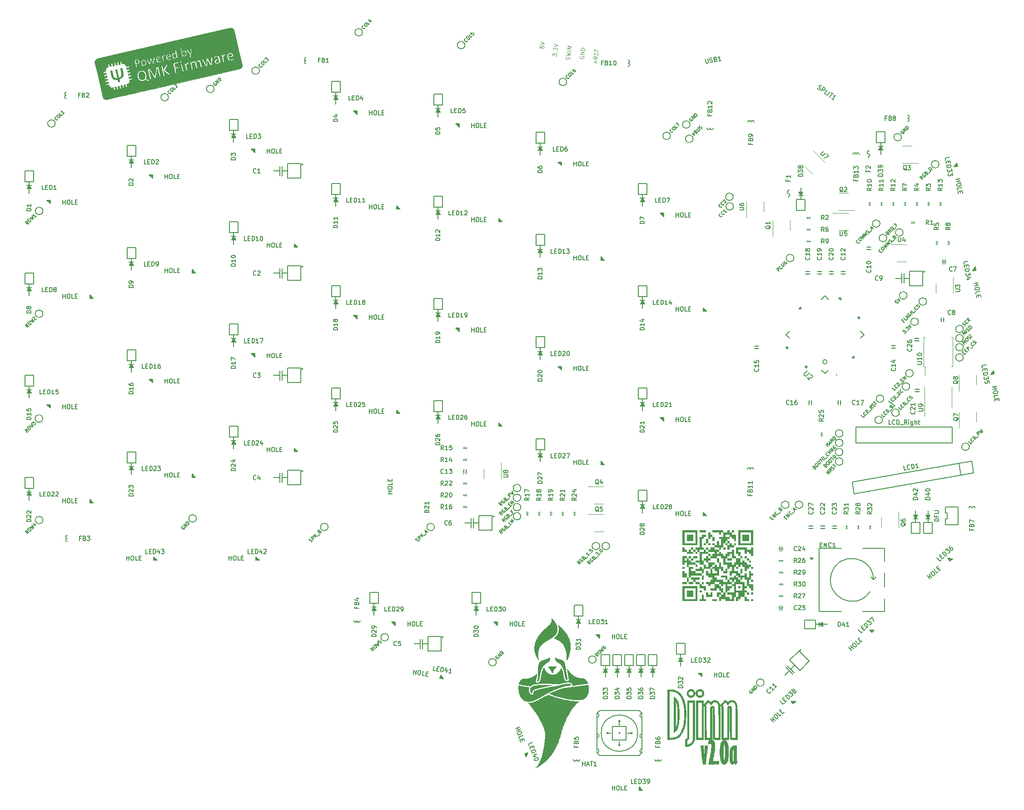
<source format=gbr>
G04 #@! TF.GenerationSoftware,KiCad,Pcbnew,(5.1.9)-1*
G04 #@! TF.CreationDate,2021-04-11T13:56:48+10:00*
G04 #@! TF.ProjectId,Djinn,446a696e-6e2e-46b6-9963-61645f706362,rev?*
G04 #@! TF.SameCoordinates,Original*
G04 #@! TF.FileFunction,Legend,Top*
G04 #@! TF.FilePolarity,Positive*
%FSLAX46Y46*%
G04 Gerber Fmt 4.6, Leading zero omitted, Abs format (unit mm)*
G04 Created by KiCad (PCBNEW (5.1.9)-1) date 2021-04-11 13:56:48*
%MOMM*%
%LPD*%
G01*
G04 APERTURE LIST*
%ADD10C,0.010000*%
%ADD11C,0.160000*%
%ADD12C,0.152400*%
%ADD13C,0.120000*%
%ADD14C,0.200000*%
%ADD15C,0.127000*%
%ADD16C,0.150000*%
%ADD17C,0.100000*%
%ADD18C,1.200000*%
%ADD19O,1.800000X0.820000*%
%ADD20C,0.650000*%
%ADD21R,2.150000X2.500000*%
%ADD22R,2.350000X2.500000*%
%ADD23C,1.750000*%
%ADD24C,3.987800*%
%ADD25C,1.500000*%
%ADD26C,3.300000*%
%ADD27C,1.600000*%
%ADD28C,1.800000*%
%ADD29C,2.000000*%
%ADD30R,3.200000X2.000000*%
%ADD31C,6.400000*%
%ADD32C,0.800000*%
%ADD33R,3.000000X3.000000*%
G04 APERTURE END LIST*
D10*
G36*
X118032785Y-107168796D02*
G01*
X118033809Y-107198994D01*
X118036450Y-107258251D01*
X118040571Y-107343924D01*
X118046037Y-107453371D01*
X118052711Y-107583949D01*
X118060455Y-107733015D01*
X118069135Y-107897927D01*
X118078612Y-108076042D01*
X118088752Y-108264717D01*
X118099417Y-108461309D01*
X118101436Y-108498327D01*
X118115088Y-108745473D01*
X118127359Y-108961413D01*
X118138285Y-109146660D01*
X118147900Y-109301725D01*
X118156240Y-109427121D01*
X118163340Y-109523361D01*
X118169236Y-109590957D01*
X118173962Y-109630421D01*
X118177554Y-109642265D01*
X118179519Y-109633390D01*
X118181977Y-109600189D01*
X118185637Y-109538153D01*
X118190358Y-109450168D01*
X118196001Y-109339119D01*
X118202426Y-109207893D01*
X118209492Y-109059375D01*
X118217060Y-108896453D01*
X118224988Y-108722011D01*
X118233139Y-108538936D01*
X118237699Y-108434827D01*
X118245921Y-108247280D01*
X118253972Y-108066056D01*
X118261714Y-107894135D01*
X118269007Y-107734495D01*
X118275712Y-107590114D01*
X118281690Y-107463972D01*
X118286803Y-107359046D01*
X118290911Y-107278315D01*
X118293875Y-107224758D01*
X118294929Y-107208483D01*
X118304461Y-107077515D01*
X118826924Y-107077515D01*
X118818020Y-107129108D01*
X118815000Y-107151723D01*
X118808596Y-107203722D01*
X118799060Y-107282950D01*
X118786647Y-107387251D01*
X118771608Y-107514469D01*
X118754198Y-107662449D01*
X118734670Y-107829033D01*
X118713276Y-108012066D01*
X118690271Y-108209391D01*
X118665908Y-108418854D01*
X118640439Y-108638298D01*
X118618955Y-108823765D01*
X118592772Y-109049771D01*
X118567490Y-109267560D01*
X118543361Y-109474977D01*
X118520640Y-109669865D01*
X118499578Y-109850067D01*
X118480430Y-110013429D01*
X118463447Y-110157794D01*
X118448884Y-110281006D01*
X118436993Y-110380910D01*
X118428027Y-110455348D01*
X118422240Y-110502166D01*
X118420046Y-110518421D01*
X118411297Y-110570015D01*
X117927368Y-110570015D01*
X117723563Y-108875358D01*
X117695948Y-108645873D01*
X117669287Y-108424592D01*
X117643839Y-108213636D01*
X117619859Y-108015122D01*
X117597605Y-107831168D01*
X117577334Y-107663895D01*
X117559303Y-107515419D01*
X117543769Y-107387859D01*
X117530988Y-107283335D01*
X117521219Y-107203964D01*
X117514717Y-107151866D01*
X117511740Y-107129158D01*
X117511732Y-107129108D01*
X117503706Y-107077515D01*
X118031736Y-107077515D01*
X118032785Y-107168796D01*
G37*
X118032785Y-107168796D02*
X118033809Y-107198994D01*
X118036450Y-107258251D01*
X118040571Y-107343924D01*
X118046037Y-107453371D01*
X118052711Y-107583949D01*
X118060455Y-107733015D01*
X118069135Y-107897927D01*
X118078612Y-108076042D01*
X118088752Y-108264717D01*
X118099417Y-108461309D01*
X118101436Y-108498327D01*
X118115088Y-108745473D01*
X118127359Y-108961413D01*
X118138285Y-109146660D01*
X118147900Y-109301725D01*
X118156240Y-109427121D01*
X118163340Y-109523361D01*
X118169236Y-109590957D01*
X118173962Y-109630421D01*
X118177554Y-109642265D01*
X118179519Y-109633390D01*
X118181977Y-109600189D01*
X118185637Y-109538153D01*
X118190358Y-109450168D01*
X118196001Y-109339119D01*
X118202426Y-109207893D01*
X118209492Y-109059375D01*
X118217060Y-108896453D01*
X118224988Y-108722011D01*
X118233139Y-108538936D01*
X118237699Y-108434827D01*
X118245921Y-108247280D01*
X118253972Y-108066056D01*
X118261714Y-107894135D01*
X118269007Y-107734495D01*
X118275712Y-107590114D01*
X118281690Y-107463972D01*
X118286803Y-107359046D01*
X118290911Y-107278315D01*
X118293875Y-107224758D01*
X118294929Y-107208483D01*
X118304461Y-107077515D01*
X118826924Y-107077515D01*
X118818020Y-107129108D01*
X118815000Y-107151723D01*
X118808596Y-107203722D01*
X118799060Y-107282950D01*
X118786647Y-107387251D01*
X118771608Y-107514469D01*
X118754198Y-107662449D01*
X118734670Y-107829033D01*
X118713276Y-108012066D01*
X118690271Y-108209391D01*
X118665908Y-108418854D01*
X118640439Y-108638298D01*
X118618955Y-108823765D01*
X118592772Y-109049771D01*
X118567490Y-109267560D01*
X118543361Y-109474977D01*
X118520640Y-109669865D01*
X118499578Y-109850067D01*
X118480430Y-110013429D01*
X118463447Y-110157794D01*
X118448884Y-110281006D01*
X118436993Y-110380910D01*
X118428027Y-110455348D01*
X118422240Y-110502166D01*
X118420046Y-110518421D01*
X118411297Y-110570015D01*
X117927368Y-110570015D01*
X117723563Y-108875358D01*
X117695948Y-108645873D01*
X117669287Y-108424592D01*
X117643839Y-108213636D01*
X117619859Y-108015122D01*
X117597605Y-107831168D01*
X117577334Y-107663895D01*
X117559303Y-107515419D01*
X117543769Y-107387859D01*
X117530988Y-107283335D01*
X117521219Y-107203964D01*
X117514717Y-107151866D01*
X117511740Y-107129158D01*
X117511732Y-107129108D01*
X117503706Y-107077515D01*
X118031736Y-107077515D01*
X118032785Y-107168796D01*
G36*
X120721723Y-109928725D02*
G01*
X120802955Y-109974041D01*
X120870788Y-110043652D01*
X120901142Y-110093388D01*
X120931557Y-110184126D01*
X120933947Y-110273395D01*
X120911952Y-110357436D01*
X120869213Y-110432490D01*
X120809373Y-110494799D01*
X120736071Y-110540604D01*
X120652950Y-110566147D01*
X120563651Y-110567668D01*
X120471815Y-110541410D01*
X120468548Y-110539918D01*
X120383286Y-110484968D01*
X120321343Y-110413099D01*
X120283690Y-110329614D01*
X120271298Y-110239812D01*
X120285140Y-110148997D01*
X120326187Y-110062469D01*
X120371043Y-110007872D01*
X120451750Y-109947278D01*
X120540708Y-109914471D01*
X120632503Y-109908578D01*
X120721723Y-109928725D01*
G37*
X120721723Y-109928725D02*
X120802955Y-109974041D01*
X120870788Y-110043652D01*
X120901142Y-110093388D01*
X120931557Y-110184126D01*
X120933947Y-110273395D01*
X120911952Y-110357436D01*
X120869213Y-110432490D01*
X120809373Y-110494799D01*
X120736071Y-110540604D01*
X120652950Y-110566147D01*
X120563651Y-110567668D01*
X120471815Y-110541410D01*
X120468548Y-110539918D01*
X120383286Y-110484968D01*
X120321343Y-110413099D01*
X120283690Y-110329614D01*
X120271298Y-110239812D01*
X120285140Y-110148997D01*
X120326187Y-110062469D01*
X120371043Y-110007872D01*
X120451750Y-109947278D01*
X120540708Y-109914471D01*
X120632503Y-109908578D01*
X120721723Y-109928725D01*
G36*
X121989242Y-106016593D02*
G01*
X122078262Y-106047133D01*
X122163210Y-106102441D01*
X122236178Y-106170152D01*
X122335035Y-106293584D01*
X122422332Y-106446564D01*
X122498063Y-106629066D01*
X122562218Y-106841064D01*
X122614791Y-107082532D01*
X122655772Y-107353444D01*
X122682959Y-107625202D01*
X122689139Y-107726702D01*
X122693938Y-107852803D01*
X122697357Y-107997190D01*
X122699394Y-108153545D01*
X122700048Y-108315552D01*
X122699319Y-108476896D01*
X122697206Y-108631261D01*
X122693708Y-108772329D01*
X122688824Y-108893785D01*
X122683128Y-108982515D01*
X122653074Y-109267985D01*
X122612240Y-109526938D01*
X122560819Y-109758850D01*
X122499003Y-109963203D01*
X122426984Y-110139474D01*
X122344956Y-110287142D01*
X122253110Y-110405686D01*
X122151638Y-110494585D01*
X122116522Y-110517064D01*
X122052088Y-110543552D01*
X121971747Y-110560875D01*
X121888606Y-110567447D01*
X121815766Y-110561679D01*
X121794111Y-110556120D01*
X121684503Y-110504391D01*
X121580128Y-110424765D01*
X121485043Y-110321072D01*
X121403309Y-110197142D01*
X121392422Y-110176990D01*
X121326516Y-110030986D01*
X121266929Y-109856967D01*
X121214485Y-109658187D01*
X121170006Y-109437902D01*
X121134314Y-109199366D01*
X121124632Y-109117452D01*
X121118440Y-109041741D01*
X121113293Y-108939214D01*
X121109192Y-108814787D01*
X121106135Y-108673376D01*
X121105407Y-108617773D01*
X121723631Y-108617773D01*
X121724970Y-108770349D01*
X121728197Y-108905878D01*
X121729891Y-108950765D01*
X121737478Y-109111157D01*
X121745761Y-109244773D01*
X121755270Y-109356584D01*
X121766536Y-109451561D01*
X121780089Y-109534678D01*
X121796459Y-109610907D01*
X121803142Y-109637613D01*
X121822315Y-109701494D01*
X121845111Y-109762561D01*
X121868491Y-109814239D01*
X121889420Y-109849951D01*
X121904861Y-109863122D01*
X121906991Y-109862492D01*
X121918648Y-109844639D01*
X121936451Y-109806056D01*
X121951998Y-109766988D01*
X121970629Y-109712947D01*
X121986763Y-109655618D01*
X122000674Y-109592068D01*
X122012636Y-109519358D01*
X122022923Y-109434554D01*
X122031809Y-109334718D01*
X122039567Y-109216915D01*
X122046472Y-109078209D01*
X122052798Y-108915662D01*
X122058818Y-108726339D01*
X122062960Y-108577702D01*
X122067555Y-108353488D01*
X122069369Y-108134445D01*
X122068499Y-107924245D01*
X122065042Y-107726560D01*
X122059096Y-107545062D01*
X122050759Y-107383423D01*
X122040126Y-107245316D01*
X122027296Y-107134411D01*
X122024194Y-107114065D01*
X122009072Y-107034453D01*
X121989396Y-106951246D01*
X121967271Y-106871521D01*
X121944805Y-106802359D01*
X121924102Y-106750838D01*
X121908462Y-106725141D01*
X121895236Y-106730116D01*
X121875733Y-106758682D01*
X121852994Y-106804076D01*
X121830059Y-106859535D01*
X121809972Y-106918299D01*
X121795771Y-106973605D01*
X121795055Y-106977285D01*
X121784496Y-107049003D01*
X121774348Y-107148404D01*
X121764744Y-107271420D01*
X121755819Y-107413987D01*
X121747707Y-107572036D01*
X121740543Y-107741503D01*
X121734460Y-107918321D01*
X121729593Y-108098423D01*
X121726077Y-108277743D01*
X121724044Y-108452215D01*
X121723631Y-108617773D01*
X121105407Y-108617773D01*
X121104125Y-108519898D01*
X121103161Y-108359268D01*
X121103243Y-108196404D01*
X121104372Y-108036222D01*
X121106549Y-107883638D01*
X121109773Y-107743568D01*
X121114046Y-107620929D01*
X121119367Y-107520637D01*
X121124513Y-107458515D01*
X121160931Y-107179674D01*
X121208179Y-106929817D01*
X121266196Y-106709126D01*
X121334924Y-106517785D01*
X121414303Y-106355974D01*
X121504274Y-106223877D01*
X121537891Y-106185090D01*
X121627126Y-106101137D01*
X121715147Y-106045456D01*
X121807432Y-106015284D01*
X121889361Y-106007641D01*
X121989242Y-106016593D01*
G37*
X121989242Y-106016593D02*
X122078262Y-106047133D01*
X122163210Y-106102441D01*
X122236178Y-106170152D01*
X122335035Y-106293584D01*
X122422332Y-106446564D01*
X122498063Y-106629066D01*
X122562218Y-106841064D01*
X122614791Y-107082532D01*
X122655772Y-107353444D01*
X122682959Y-107625202D01*
X122689139Y-107726702D01*
X122693938Y-107852803D01*
X122697357Y-107997190D01*
X122699394Y-108153545D01*
X122700048Y-108315552D01*
X122699319Y-108476896D01*
X122697206Y-108631261D01*
X122693708Y-108772329D01*
X122688824Y-108893785D01*
X122683128Y-108982515D01*
X122653074Y-109267985D01*
X122612240Y-109526938D01*
X122560819Y-109758850D01*
X122499003Y-109963203D01*
X122426984Y-110139474D01*
X122344956Y-110287142D01*
X122253110Y-110405686D01*
X122151638Y-110494585D01*
X122116522Y-110517064D01*
X122052088Y-110543552D01*
X121971747Y-110560875D01*
X121888606Y-110567447D01*
X121815766Y-110561679D01*
X121794111Y-110556120D01*
X121684503Y-110504391D01*
X121580128Y-110424765D01*
X121485043Y-110321072D01*
X121403309Y-110197142D01*
X121392422Y-110176990D01*
X121326516Y-110030986D01*
X121266929Y-109856967D01*
X121214485Y-109658187D01*
X121170006Y-109437902D01*
X121134314Y-109199366D01*
X121124632Y-109117452D01*
X121118440Y-109041741D01*
X121113293Y-108939214D01*
X121109192Y-108814787D01*
X121106135Y-108673376D01*
X121105407Y-108617773D01*
X121723631Y-108617773D01*
X121724970Y-108770349D01*
X121728197Y-108905878D01*
X121729891Y-108950765D01*
X121737478Y-109111157D01*
X121745761Y-109244773D01*
X121755270Y-109356584D01*
X121766536Y-109451561D01*
X121780089Y-109534678D01*
X121796459Y-109610907D01*
X121803142Y-109637613D01*
X121822315Y-109701494D01*
X121845111Y-109762561D01*
X121868491Y-109814239D01*
X121889420Y-109849951D01*
X121904861Y-109863122D01*
X121906991Y-109862492D01*
X121918648Y-109844639D01*
X121936451Y-109806056D01*
X121951998Y-109766988D01*
X121970629Y-109712947D01*
X121986763Y-109655618D01*
X122000674Y-109592068D01*
X122012636Y-109519358D01*
X122022923Y-109434554D01*
X122031809Y-109334718D01*
X122039567Y-109216915D01*
X122046472Y-109078209D01*
X122052798Y-108915662D01*
X122058818Y-108726339D01*
X122062960Y-108577702D01*
X122067555Y-108353488D01*
X122069369Y-108134445D01*
X122068499Y-107924245D01*
X122065042Y-107726560D01*
X122059096Y-107545062D01*
X122050759Y-107383423D01*
X122040126Y-107245316D01*
X122027296Y-107134411D01*
X122024194Y-107114065D01*
X122009072Y-107034453D01*
X121989396Y-106951246D01*
X121967271Y-106871521D01*
X121944805Y-106802359D01*
X121924102Y-106750838D01*
X121908462Y-106725141D01*
X121895236Y-106730116D01*
X121875733Y-106758682D01*
X121852994Y-106804076D01*
X121830059Y-106859535D01*
X121809972Y-106918299D01*
X121795771Y-106973605D01*
X121795055Y-106977285D01*
X121784496Y-107049003D01*
X121774348Y-107148404D01*
X121764744Y-107271420D01*
X121755819Y-107413987D01*
X121747707Y-107572036D01*
X121740543Y-107741503D01*
X121734460Y-107918321D01*
X121729593Y-108098423D01*
X121726077Y-108277743D01*
X121724044Y-108452215D01*
X121723631Y-108617773D01*
X121105407Y-108617773D01*
X121104125Y-108519898D01*
X121103161Y-108359268D01*
X121103243Y-108196404D01*
X121104372Y-108036222D01*
X121106549Y-107883638D01*
X121109773Y-107743568D01*
X121114046Y-107620929D01*
X121119367Y-107520637D01*
X121124513Y-107458515D01*
X121160931Y-107179674D01*
X121208179Y-106929817D01*
X121266196Y-106709126D01*
X121334924Y-106517785D01*
X121414303Y-106355974D01*
X121504274Y-106223877D01*
X121537891Y-106185090D01*
X121627126Y-106101137D01*
X121715147Y-106045456D01*
X121807432Y-106015284D01*
X121889361Y-106007641D01*
X121989242Y-106016593D01*
G36*
X124207111Y-108482452D02*
G01*
X124208503Y-108730363D01*
X124209819Y-108948522D01*
X124211106Y-109138929D01*
X124212412Y-109303580D01*
X124213786Y-109444475D01*
X124215277Y-109563612D01*
X124216932Y-109662990D01*
X124218799Y-109744606D01*
X124220928Y-109810459D01*
X124223367Y-109862547D01*
X124226163Y-109902869D01*
X124229366Y-109933423D01*
X124233023Y-109956207D01*
X124237183Y-109973220D01*
X124241895Y-109986460D01*
X124243587Y-109990360D01*
X124269665Y-110039294D01*
X124298498Y-110081186D01*
X124304795Y-110088419D01*
X124337464Y-110123193D01*
X124190480Y-110339233D01*
X124140485Y-110412079D01*
X124096182Y-110475430D01*
X124060836Y-110524715D01*
X124037708Y-110555364D01*
X124030597Y-110563244D01*
X124009859Y-110561464D01*
X123972654Y-110547658D01*
X123954575Y-110539011D01*
X123889071Y-110492846D01*
X123829473Y-110422653D01*
X123781794Y-110343058D01*
X123749947Y-110282790D01*
X123714101Y-110335121D01*
X123630516Y-110440238D01*
X123545310Y-110514086D01*
X123458738Y-110556554D01*
X123371056Y-110567533D01*
X123282520Y-110546912D01*
X123253139Y-110533142D01*
X123184039Y-110482578D01*
X123118171Y-110408586D01*
X123062009Y-110319321D01*
X123033563Y-110256425D01*
X123007767Y-110175962D01*
X122981937Y-110071811D01*
X122957704Y-109951986D01*
X122936700Y-109824507D01*
X122921352Y-109704827D01*
X122914377Y-109622652D01*
X122908244Y-109515548D01*
X122903028Y-109389125D01*
X122898801Y-109248994D01*
X122895638Y-109100765D01*
X122893610Y-108950048D01*
X122893392Y-108910585D01*
X123429674Y-108910585D01*
X123430056Y-109059721D01*
X123431097Y-109204567D01*
X123432796Y-109340618D01*
X123435150Y-109463371D01*
X123438158Y-109568321D01*
X123441820Y-109650963D01*
X123446049Y-109706047D01*
X123464835Y-109837706D01*
X123488348Y-109938182D01*
X123516562Y-110007387D01*
X123533782Y-110031766D01*
X123565583Y-110052293D01*
X123605653Y-110061243D01*
X123641510Y-110057588D01*
X123660059Y-110042171D01*
X123661241Y-110023414D01*
X123662255Y-109975453D01*
X123663096Y-109900836D01*
X123663754Y-109802109D01*
X123664222Y-109681819D01*
X123664494Y-109542511D01*
X123664561Y-109386732D01*
X123664417Y-109217030D01*
X123664052Y-109035950D01*
X123663529Y-108865104D01*
X123659423Y-107707882D01*
X123608341Y-107750866D01*
X123552951Y-107814390D01*
X123505343Y-107902177D01*
X123468626Y-108007087D01*
X123445909Y-108121976D01*
X123445555Y-108124848D01*
X123441288Y-108177901D01*
X123437689Y-108258192D01*
X123434758Y-108361218D01*
X123432492Y-108482475D01*
X123430890Y-108617457D01*
X123429951Y-108761662D01*
X123429674Y-108910585D01*
X122893392Y-108910585D01*
X122892793Y-108802454D01*
X122893259Y-108663593D01*
X122895081Y-108539076D01*
X122898333Y-108434513D01*
X122903089Y-108355515D01*
X122903624Y-108349517D01*
X122934320Y-108113092D01*
X122980619Y-107902153D01*
X123043322Y-107714097D01*
X123123228Y-107546322D01*
X123178123Y-107456753D01*
X123276505Y-107326926D01*
X123381739Y-107223892D01*
X123497662Y-107145704D01*
X123628109Y-107090417D01*
X123776918Y-107056087D01*
X123947923Y-107040769D01*
X124000736Y-107039617D01*
X124199173Y-107037827D01*
X124207111Y-108482452D01*
G37*
X124207111Y-108482452D02*
X124208503Y-108730363D01*
X124209819Y-108948522D01*
X124211106Y-109138929D01*
X124212412Y-109303580D01*
X124213786Y-109444475D01*
X124215277Y-109563612D01*
X124216932Y-109662990D01*
X124218799Y-109744606D01*
X124220928Y-109810459D01*
X124223367Y-109862547D01*
X124226163Y-109902869D01*
X124229366Y-109933423D01*
X124233023Y-109956207D01*
X124237183Y-109973220D01*
X124241895Y-109986460D01*
X124243587Y-109990360D01*
X124269665Y-110039294D01*
X124298498Y-110081186D01*
X124304795Y-110088419D01*
X124337464Y-110123193D01*
X124190480Y-110339233D01*
X124140485Y-110412079D01*
X124096182Y-110475430D01*
X124060836Y-110524715D01*
X124037708Y-110555364D01*
X124030597Y-110563244D01*
X124009859Y-110561464D01*
X123972654Y-110547658D01*
X123954575Y-110539011D01*
X123889071Y-110492846D01*
X123829473Y-110422653D01*
X123781794Y-110343058D01*
X123749947Y-110282790D01*
X123714101Y-110335121D01*
X123630516Y-110440238D01*
X123545310Y-110514086D01*
X123458738Y-110556554D01*
X123371056Y-110567533D01*
X123282520Y-110546912D01*
X123253139Y-110533142D01*
X123184039Y-110482578D01*
X123118171Y-110408586D01*
X123062009Y-110319321D01*
X123033563Y-110256425D01*
X123007767Y-110175962D01*
X122981937Y-110071811D01*
X122957704Y-109951986D01*
X122936700Y-109824507D01*
X122921352Y-109704827D01*
X122914377Y-109622652D01*
X122908244Y-109515548D01*
X122903028Y-109389125D01*
X122898801Y-109248994D01*
X122895638Y-109100765D01*
X122893610Y-108950048D01*
X122893392Y-108910585D01*
X123429674Y-108910585D01*
X123430056Y-109059721D01*
X123431097Y-109204567D01*
X123432796Y-109340618D01*
X123435150Y-109463371D01*
X123438158Y-109568321D01*
X123441820Y-109650963D01*
X123446049Y-109706047D01*
X123464835Y-109837706D01*
X123488348Y-109938182D01*
X123516562Y-110007387D01*
X123533782Y-110031766D01*
X123565583Y-110052293D01*
X123605653Y-110061243D01*
X123641510Y-110057588D01*
X123660059Y-110042171D01*
X123661241Y-110023414D01*
X123662255Y-109975453D01*
X123663096Y-109900836D01*
X123663754Y-109802109D01*
X123664222Y-109681819D01*
X123664494Y-109542511D01*
X123664561Y-109386732D01*
X123664417Y-109217030D01*
X123664052Y-109035950D01*
X123663529Y-108865104D01*
X123659423Y-107707882D01*
X123608341Y-107750866D01*
X123552951Y-107814390D01*
X123505343Y-107902177D01*
X123468626Y-108007087D01*
X123445909Y-108121976D01*
X123445555Y-108124848D01*
X123441288Y-108177901D01*
X123437689Y-108258192D01*
X123434758Y-108361218D01*
X123432492Y-108482475D01*
X123430890Y-108617457D01*
X123429951Y-108761662D01*
X123429674Y-108910585D01*
X122893392Y-108910585D01*
X122892793Y-108802454D01*
X122893259Y-108663593D01*
X122895081Y-108539076D01*
X122898333Y-108434513D01*
X122903089Y-108355515D01*
X122903624Y-108349517D01*
X122934320Y-108113092D01*
X122980619Y-107902153D01*
X123043322Y-107714097D01*
X123123228Y-107546322D01*
X123178123Y-107456753D01*
X123276505Y-107326926D01*
X123381739Y-107223892D01*
X123497662Y-107145704D01*
X123628109Y-107090417D01*
X123776918Y-107056087D01*
X123947923Y-107040769D01*
X124000736Y-107039617D01*
X124199173Y-107037827D01*
X124207111Y-108482452D01*
G36*
X119616493Y-106022384D02*
G01*
X119735049Y-106069210D01*
X119843836Y-106141581D01*
X119940251Y-106237449D01*
X120021693Y-106354767D01*
X120085560Y-106491485D01*
X120122171Y-106613114D01*
X120133648Y-106682816D01*
X120142366Y-106778647D01*
X120148331Y-106895108D01*
X120151547Y-107026698D01*
X120152020Y-107167917D01*
X120149753Y-107313265D01*
X120144753Y-107457242D01*
X120137022Y-107594348D01*
X120126567Y-107719083D01*
X120121171Y-107768077D01*
X120095348Y-107964497D01*
X120062047Y-108186852D01*
X120022108Y-108430435D01*
X119976371Y-108690542D01*
X119925675Y-108962464D01*
X119870860Y-109241497D01*
X119812766Y-109522934D01*
X119784688Y-109654148D01*
X119766328Y-109739841D01*
X119750619Y-109814844D01*
X119738703Y-109873580D01*
X119731717Y-109910470D01*
X119730361Y-109920055D01*
X119745486Y-109925632D01*
X119787886Y-109930152D01*
X119853093Y-109933335D01*
X119936641Y-109934901D01*
X119968486Y-109935015D01*
X120206611Y-109935015D01*
X120206611Y-110538265D01*
X119587486Y-110538265D01*
X119426087Y-110538083D01*
X119293868Y-110537479D01*
X119188262Y-110536369D01*
X119106700Y-110534664D01*
X119046614Y-110532280D01*
X119005436Y-110529130D01*
X118980599Y-110525127D01*
X118969534Y-110520186D01*
X118968361Y-110517484D01*
X118972164Y-110495174D01*
X118982595Y-110448414D01*
X118998184Y-110383455D01*
X119017461Y-110306548D01*
X119023422Y-110283328D01*
X119089015Y-110018053D01*
X119153121Y-109737410D01*
X119214955Y-109446013D01*
X119273728Y-109148477D01*
X119328654Y-108849420D01*
X119378944Y-108553455D01*
X119423812Y-108265198D01*
X119462471Y-107989265D01*
X119494134Y-107730272D01*
X119518013Y-107492834D01*
X119532292Y-107299765D01*
X119534845Y-107166463D01*
X119527109Y-107043726D01*
X119509839Y-106937829D01*
X119483792Y-106855048D01*
X119477012Y-106840666D01*
X119422277Y-106762169D01*
X119353901Y-106711348D01*
X119274526Y-106688622D01*
X119186795Y-106694410D01*
X119093347Y-106729129D01*
X119027892Y-106769474D01*
X118952486Y-106823462D01*
X118952486Y-106242364D01*
X119059642Y-106161697D01*
X119134101Y-106107503D01*
X119193697Y-106069783D01*
X119247454Y-106044094D01*
X119304394Y-106025992D01*
X119360479Y-106013559D01*
X119490769Y-106003151D01*
X119616493Y-106022384D01*
G37*
X119616493Y-106022384D02*
X119735049Y-106069210D01*
X119843836Y-106141581D01*
X119940251Y-106237449D01*
X120021693Y-106354767D01*
X120085560Y-106491485D01*
X120122171Y-106613114D01*
X120133648Y-106682816D01*
X120142366Y-106778647D01*
X120148331Y-106895108D01*
X120151547Y-107026698D01*
X120152020Y-107167917D01*
X120149753Y-107313265D01*
X120144753Y-107457242D01*
X120137022Y-107594348D01*
X120126567Y-107719083D01*
X120121171Y-107768077D01*
X120095348Y-107964497D01*
X120062047Y-108186852D01*
X120022108Y-108430435D01*
X119976371Y-108690542D01*
X119925675Y-108962464D01*
X119870860Y-109241497D01*
X119812766Y-109522934D01*
X119784688Y-109654148D01*
X119766328Y-109739841D01*
X119750619Y-109814844D01*
X119738703Y-109873580D01*
X119731717Y-109910470D01*
X119730361Y-109920055D01*
X119745486Y-109925632D01*
X119787886Y-109930152D01*
X119853093Y-109933335D01*
X119936641Y-109934901D01*
X119968486Y-109935015D01*
X120206611Y-109935015D01*
X120206611Y-110538265D01*
X119587486Y-110538265D01*
X119426087Y-110538083D01*
X119293868Y-110537479D01*
X119188262Y-110536369D01*
X119106700Y-110534664D01*
X119046614Y-110532280D01*
X119005436Y-110529130D01*
X118980599Y-110525127D01*
X118969534Y-110520186D01*
X118968361Y-110517484D01*
X118972164Y-110495174D01*
X118982595Y-110448414D01*
X118998184Y-110383455D01*
X119017461Y-110306548D01*
X119023422Y-110283328D01*
X119089015Y-110018053D01*
X119153121Y-109737410D01*
X119214955Y-109446013D01*
X119273728Y-109148477D01*
X119328654Y-108849420D01*
X119378944Y-108553455D01*
X119423812Y-108265198D01*
X119462471Y-107989265D01*
X119494134Y-107730272D01*
X119518013Y-107492834D01*
X119532292Y-107299765D01*
X119534845Y-107166463D01*
X119527109Y-107043726D01*
X119509839Y-106937829D01*
X119483792Y-106855048D01*
X119477012Y-106840666D01*
X119422277Y-106762169D01*
X119353901Y-106711348D01*
X119274526Y-106688622D01*
X119186795Y-106694410D01*
X119093347Y-106729129D01*
X119027892Y-106769474D01*
X118952486Y-106823462D01*
X118952486Y-106242364D01*
X119059642Y-106161697D01*
X119134101Y-106107503D01*
X119193697Y-106069783D01*
X119247454Y-106044094D01*
X119304394Y-106025992D01*
X119360479Y-106013559D01*
X119490769Y-106003151D01*
X119616493Y-106022384D01*
G36*
X116388673Y-105958327D02*
G01*
X116346657Y-106110248D01*
X116282039Y-106300600D01*
X116197449Y-106471426D01*
X116088734Y-106629997D01*
X115976953Y-106757778D01*
X115815376Y-106904753D01*
X115638836Y-107024131D01*
X115445658Y-107116884D01*
X115245449Y-107181157D01*
X115142346Y-107203534D01*
X115023271Y-107223398D01*
X114900330Y-107239161D01*
X114785632Y-107249235D01*
X114704241Y-107252140D01*
X114634486Y-107252140D01*
X114634486Y-106128456D01*
X114936111Y-106128456D01*
X114936111Y-106937162D01*
X114987704Y-106927258D01*
X115029787Y-106918558D01*
X115089473Y-106905478D01*
X115150423Y-106891633D01*
X115321445Y-106840987D01*
X115473651Y-106771039D01*
X115613576Y-106677978D01*
X115747753Y-106557994D01*
X115780243Y-106524325D01*
X115899829Y-106374256D01*
X115994604Y-106205545D01*
X116057954Y-106037702D01*
X116061164Y-106025749D01*
X116064128Y-106011435D01*
X116066857Y-105993488D01*
X116069363Y-105970638D01*
X116071659Y-105941612D01*
X116073755Y-105905141D01*
X116075664Y-105859953D01*
X116077397Y-105804776D01*
X116078966Y-105738340D01*
X116080384Y-105659373D01*
X116081661Y-105566604D01*
X116082809Y-105458763D01*
X116083841Y-105334577D01*
X116084767Y-105192777D01*
X116085600Y-105032090D01*
X116086352Y-104851246D01*
X116087034Y-104648973D01*
X116087658Y-104424000D01*
X116088236Y-104175057D01*
X116088780Y-103900871D01*
X116089301Y-103600172D01*
X116089811Y-103271689D01*
X116090321Y-102914151D01*
X116090845Y-102526286D01*
X116090909Y-102477733D01*
X116095475Y-99013015D01*
X115722460Y-99013014D01*
X115349446Y-99013014D01*
X115344822Y-102303108D01*
X115344311Y-102687726D01*
X115343874Y-103041908D01*
X115343473Y-103366967D01*
X115343066Y-103664218D01*
X115342616Y-103934974D01*
X115342080Y-104180548D01*
X115341420Y-104402255D01*
X115340597Y-104601408D01*
X115339568Y-104779321D01*
X115338296Y-104937308D01*
X115336740Y-105076681D01*
X115334860Y-105198756D01*
X115332616Y-105304845D01*
X115329969Y-105396263D01*
X115326879Y-105474323D01*
X115323305Y-105540338D01*
X115319207Y-105595623D01*
X115314547Y-105641491D01*
X115309284Y-105679256D01*
X115303377Y-105710232D01*
X115296788Y-105735731D01*
X115289476Y-105757069D01*
X115281402Y-105775559D01*
X115272525Y-105792514D01*
X115262806Y-105809248D01*
X115252205Y-105827074D01*
X115240682Y-105847308D01*
X115237011Y-105854096D01*
X115197517Y-105916058D01*
X115146219Y-105979700D01*
X115089690Y-106038392D01*
X115034504Y-106085505D01*
X114987236Y-106114410D01*
X114974491Y-106118824D01*
X114936111Y-106128456D01*
X114634486Y-106128456D01*
X114634486Y-105888328D01*
X114694017Y-105879028D01*
X114800747Y-105853939D01*
X114883018Y-105813674D01*
X114946114Y-105754161D01*
X114995322Y-105671324D01*
X115010655Y-105635007D01*
X115013909Y-105625586D01*
X115016912Y-105613855D01*
X115019674Y-105598543D01*
X115022209Y-105578378D01*
X115024527Y-105552088D01*
X115026642Y-105518403D01*
X115028565Y-105476049D01*
X115030307Y-105423756D01*
X115031882Y-105360253D01*
X115033300Y-105284267D01*
X115034574Y-105194527D01*
X115035715Y-105089761D01*
X115036736Y-104968698D01*
X115037649Y-104830067D01*
X115038465Y-104672595D01*
X115039197Y-104495011D01*
X115039856Y-104296043D01*
X115040454Y-104074421D01*
X115041004Y-103828872D01*
X115041517Y-103558124D01*
X115042004Y-103260907D01*
X115042479Y-102935948D01*
X115042953Y-102581976D01*
X115043439Y-102197720D01*
X115043514Y-102136421D01*
X115047730Y-98711390D01*
X115722405Y-98711389D01*
X116397079Y-98711389D01*
X116388673Y-105958327D01*
G37*
X116388673Y-105958327D02*
X116346657Y-106110248D01*
X116282039Y-106300600D01*
X116197449Y-106471426D01*
X116088734Y-106629997D01*
X115976953Y-106757778D01*
X115815376Y-106904753D01*
X115638836Y-107024131D01*
X115445658Y-107116884D01*
X115245449Y-107181157D01*
X115142346Y-107203534D01*
X115023271Y-107223398D01*
X114900330Y-107239161D01*
X114785632Y-107249235D01*
X114704241Y-107252140D01*
X114634486Y-107252140D01*
X114634486Y-106128456D01*
X114936111Y-106128456D01*
X114936111Y-106937162D01*
X114987704Y-106927258D01*
X115029787Y-106918558D01*
X115089473Y-106905478D01*
X115150423Y-106891633D01*
X115321445Y-106840987D01*
X115473651Y-106771039D01*
X115613576Y-106677978D01*
X115747753Y-106557994D01*
X115780243Y-106524325D01*
X115899829Y-106374256D01*
X115994604Y-106205545D01*
X116057954Y-106037702D01*
X116061164Y-106025749D01*
X116064128Y-106011435D01*
X116066857Y-105993488D01*
X116069363Y-105970638D01*
X116071659Y-105941612D01*
X116073755Y-105905141D01*
X116075664Y-105859953D01*
X116077397Y-105804776D01*
X116078966Y-105738340D01*
X116080384Y-105659373D01*
X116081661Y-105566604D01*
X116082809Y-105458763D01*
X116083841Y-105334577D01*
X116084767Y-105192777D01*
X116085600Y-105032090D01*
X116086352Y-104851246D01*
X116087034Y-104648973D01*
X116087658Y-104424000D01*
X116088236Y-104175057D01*
X116088780Y-103900871D01*
X116089301Y-103600172D01*
X116089811Y-103271689D01*
X116090321Y-102914151D01*
X116090845Y-102526286D01*
X116090909Y-102477733D01*
X116095475Y-99013015D01*
X115722460Y-99013014D01*
X115349446Y-99013014D01*
X115344822Y-102303108D01*
X115344311Y-102687726D01*
X115343874Y-103041908D01*
X115343473Y-103366967D01*
X115343066Y-103664218D01*
X115342616Y-103934974D01*
X115342080Y-104180548D01*
X115341420Y-104402255D01*
X115340597Y-104601408D01*
X115339568Y-104779321D01*
X115338296Y-104937308D01*
X115336740Y-105076681D01*
X115334860Y-105198756D01*
X115332616Y-105304845D01*
X115329969Y-105396263D01*
X115326879Y-105474323D01*
X115323305Y-105540338D01*
X115319207Y-105595623D01*
X115314547Y-105641491D01*
X115309284Y-105679256D01*
X115303377Y-105710232D01*
X115296788Y-105735731D01*
X115289476Y-105757069D01*
X115281402Y-105775559D01*
X115272525Y-105792514D01*
X115262806Y-105809248D01*
X115252205Y-105827074D01*
X115240682Y-105847308D01*
X115237011Y-105854096D01*
X115197517Y-105916058D01*
X115146219Y-105979700D01*
X115089690Y-106038392D01*
X115034504Y-106085505D01*
X114987236Y-106114410D01*
X114974491Y-106118824D01*
X114936111Y-106128456D01*
X114634486Y-106128456D01*
X114634486Y-105888328D01*
X114694017Y-105879028D01*
X114800747Y-105853939D01*
X114883018Y-105813674D01*
X114946114Y-105754161D01*
X114995322Y-105671324D01*
X115010655Y-105635007D01*
X115013909Y-105625586D01*
X115016912Y-105613855D01*
X115019674Y-105598543D01*
X115022209Y-105578378D01*
X115024527Y-105552088D01*
X115026642Y-105518403D01*
X115028565Y-105476049D01*
X115030307Y-105423756D01*
X115031882Y-105360253D01*
X115033300Y-105284267D01*
X115034574Y-105194527D01*
X115035715Y-105089761D01*
X115036736Y-104968698D01*
X115037649Y-104830067D01*
X115038465Y-104672595D01*
X115039197Y-104495011D01*
X115039856Y-104296043D01*
X115040454Y-104074421D01*
X115041004Y-103828872D01*
X115041517Y-103558124D01*
X115042004Y-103260907D01*
X115042479Y-102935948D01*
X115042953Y-102581976D01*
X115043439Y-102197720D01*
X115043514Y-102136421D01*
X115047730Y-98711390D01*
X115722405Y-98711389D01*
X116397079Y-98711389D01*
X116388673Y-105958327D01*
G36*
X111749204Y-96636827D02*
G01*
X111965838Y-96644369D01*
X112155997Y-96656386D01*
X112324751Y-96673755D01*
X112477172Y-96697352D01*
X112618329Y-96728054D01*
X112753294Y-96766738D01*
X112887136Y-96814279D01*
X112970107Y-96847882D01*
X113186670Y-96956340D01*
X113391552Y-97093643D01*
X113584288Y-97258931D01*
X113764409Y-97451343D01*
X113931448Y-97670020D01*
X114084938Y-97914103D01*
X114224411Y-98182732D01*
X114349399Y-98475046D01*
X114459437Y-98790186D01*
X114554055Y-99127292D01*
X114632787Y-99485504D01*
X114695165Y-99863963D01*
X114721009Y-100068702D01*
X114738762Y-100238720D01*
X114752755Y-100405486D01*
X114763197Y-100574559D01*
X114770294Y-100751498D01*
X114774252Y-100941860D01*
X114775280Y-101151205D01*
X114773583Y-101385092D01*
X114772649Y-101455638D01*
X114767519Y-101715211D01*
X114759660Y-101948940D01*
X114748548Y-102162655D01*
X114733658Y-102362185D01*
X114714466Y-102553361D01*
X114690446Y-102742011D01*
X114661073Y-102933966D01*
X114625824Y-103135054D01*
X114617397Y-103180202D01*
X114536088Y-103556890D01*
X114439253Y-103906117D01*
X114326744Y-104228200D01*
X114198414Y-104523455D01*
X114054115Y-104792199D01*
X113893700Y-105034748D01*
X113717021Y-105251419D01*
X113591232Y-105380591D01*
X113415150Y-105529646D01*
X113224042Y-105653963D01*
X113015520Y-105754695D01*
X112787199Y-105832997D01*
X112538986Y-105889613D01*
X112479674Y-105899357D01*
X112418679Y-105907278D01*
X112351385Y-105913647D01*
X112273175Y-105918734D01*
X112179436Y-105922812D01*
X112065551Y-105926152D01*
X111926906Y-105929023D01*
X111844454Y-105930406D01*
X111332486Y-105938507D01*
X111332486Y-105632890D01*
X111634111Y-105632890D01*
X111860329Y-105632726D01*
X111964457Y-105631346D01*
X112078646Y-105627718D01*
X112188746Y-105622399D01*
X112277048Y-105616257D01*
X112502449Y-105586275D01*
X112716721Y-105536612D01*
X112914901Y-105468809D01*
X113092027Y-105384412D01*
X113166048Y-105339804D01*
X113234432Y-105288855D01*
X113315468Y-105218214D01*
X113403248Y-105133951D01*
X113491862Y-105042133D01*
X113575402Y-104948830D01*
X113647960Y-104860110D01*
X113692144Y-104799452D01*
X113835750Y-104565499D01*
X113964475Y-104308840D01*
X114078684Y-104028379D01*
X114178745Y-103723022D01*
X114265023Y-103391672D01*
X114337885Y-103033234D01*
X114387668Y-102719827D01*
X114418347Y-102464722D01*
X114442514Y-102185323D01*
X114460086Y-101888428D01*
X114470979Y-101580835D01*
X114475111Y-101269341D01*
X114472399Y-100960745D01*
X114462760Y-100661845D01*
X114446112Y-100379439D01*
X114422371Y-100120324D01*
X114419654Y-100096388D01*
X114368368Y-99730929D01*
X114301283Y-99382077D01*
X114219032Y-99051493D01*
X114122254Y-98740840D01*
X114011582Y-98451779D01*
X113887653Y-98185973D01*
X113751102Y-97945084D01*
X113602564Y-97730774D01*
X113444479Y-97546575D01*
X113337973Y-97440704D01*
X113240321Y-97355099D01*
X113143238Y-97283295D01*
X113038441Y-97218831D01*
X112991267Y-97192992D01*
X112795316Y-97104492D01*
X112574762Y-97033988D01*
X112331409Y-96981851D01*
X112067061Y-96948451D01*
X111783521Y-96934157D01*
X111725392Y-96933625D01*
X111634111Y-96933390D01*
X111634111Y-105632890D01*
X111332486Y-105632890D01*
X111332486Y-96626756D01*
X111749204Y-96636827D01*
G37*
X111749204Y-96636827D02*
X111965838Y-96644369D01*
X112155997Y-96656386D01*
X112324751Y-96673755D01*
X112477172Y-96697352D01*
X112618329Y-96728054D01*
X112753294Y-96766738D01*
X112887136Y-96814279D01*
X112970107Y-96847882D01*
X113186670Y-96956340D01*
X113391552Y-97093643D01*
X113584288Y-97258931D01*
X113764409Y-97451343D01*
X113931448Y-97670020D01*
X114084938Y-97914103D01*
X114224411Y-98182732D01*
X114349399Y-98475046D01*
X114459437Y-98790186D01*
X114554055Y-99127292D01*
X114632787Y-99485504D01*
X114695165Y-99863963D01*
X114721009Y-100068702D01*
X114738762Y-100238720D01*
X114752755Y-100405486D01*
X114763197Y-100574559D01*
X114770294Y-100751498D01*
X114774252Y-100941860D01*
X114775280Y-101151205D01*
X114773583Y-101385092D01*
X114772649Y-101455638D01*
X114767519Y-101715211D01*
X114759660Y-101948940D01*
X114748548Y-102162655D01*
X114733658Y-102362185D01*
X114714466Y-102553361D01*
X114690446Y-102742011D01*
X114661073Y-102933966D01*
X114625824Y-103135054D01*
X114617397Y-103180202D01*
X114536088Y-103556890D01*
X114439253Y-103906117D01*
X114326744Y-104228200D01*
X114198414Y-104523455D01*
X114054115Y-104792199D01*
X113893700Y-105034748D01*
X113717021Y-105251419D01*
X113591232Y-105380591D01*
X113415150Y-105529646D01*
X113224042Y-105653963D01*
X113015520Y-105754695D01*
X112787199Y-105832997D01*
X112538986Y-105889613D01*
X112479674Y-105899357D01*
X112418679Y-105907278D01*
X112351385Y-105913647D01*
X112273175Y-105918734D01*
X112179436Y-105922812D01*
X112065551Y-105926152D01*
X111926906Y-105929023D01*
X111844454Y-105930406D01*
X111332486Y-105938507D01*
X111332486Y-105632890D01*
X111634111Y-105632890D01*
X111860329Y-105632726D01*
X111964457Y-105631346D01*
X112078646Y-105627718D01*
X112188746Y-105622399D01*
X112277048Y-105616257D01*
X112502449Y-105586275D01*
X112716721Y-105536612D01*
X112914901Y-105468809D01*
X113092027Y-105384412D01*
X113166048Y-105339804D01*
X113234432Y-105288855D01*
X113315468Y-105218214D01*
X113403248Y-105133951D01*
X113491862Y-105042133D01*
X113575402Y-104948830D01*
X113647960Y-104860110D01*
X113692144Y-104799452D01*
X113835750Y-104565499D01*
X113964475Y-104308840D01*
X114078684Y-104028379D01*
X114178745Y-103723022D01*
X114265023Y-103391672D01*
X114337885Y-103033234D01*
X114387668Y-102719827D01*
X114418347Y-102464722D01*
X114442514Y-102185323D01*
X114460086Y-101888428D01*
X114470979Y-101580835D01*
X114475111Y-101269341D01*
X114472399Y-100960745D01*
X114462760Y-100661845D01*
X114446112Y-100379439D01*
X114422371Y-100120324D01*
X114419654Y-100096388D01*
X114368368Y-99730929D01*
X114301283Y-99382077D01*
X114219032Y-99051493D01*
X114122254Y-98740840D01*
X114011582Y-98451779D01*
X113887653Y-98185973D01*
X113751102Y-97945084D01*
X113602564Y-97730774D01*
X113444479Y-97546575D01*
X113337973Y-97440704D01*
X113240321Y-97355099D01*
X113143238Y-97283295D01*
X113038441Y-97218831D01*
X112991267Y-97192992D01*
X112795316Y-97104492D01*
X112574762Y-97033988D01*
X112331409Y-96981851D01*
X112067061Y-96948451D01*
X111783521Y-96934157D01*
X111725392Y-96933625D01*
X111634111Y-96933390D01*
X111634111Y-105632890D01*
X111332486Y-105632890D01*
X111332486Y-96626756D01*
X111749204Y-96636827D01*
G36*
X118926768Y-98647256D02*
G01*
X119032093Y-98692416D01*
X119142435Y-98756894D01*
X119246320Y-98833016D01*
X119332275Y-98913104D01*
X119344260Y-98926541D01*
X119418172Y-99012153D01*
X119539738Y-98896009D01*
X119675457Y-98784664D01*
X119817597Y-98704223D01*
X119967187Y-98654304D01*
X120125255Y-98634521D01*
X120232290Y-98637578D01*
X120387571Y-98664351D01*
X120531310Y-98718226D01*
X120666224Y-98800604D01*
X120795032Y-98912889D01*
X120823814Y-98942807D01*
X120926167Y-99070299D01*
X121008224Y-99213081D01*
X121071308Y-99374430D01*
X121116743Y-99557621D01*
X121142233Y-99730733D01*
X121144632Y-99768746D01*
X121146845Y-99837321D01*
X121148874Y-99936551D01*
X121150717Y-100066531D01*
X121152376Y-100227353D01*
X121153852Y-100419114D01*
X121155144Y-100641906D01*
X121156253Y-100895823D01*
X121157180Y-101180961D01*
X121157925Y-101497412D01*
X121158489Y-101845272D01*
X121158872Y-102224633D01*
X121159075Y-102635591D01*
X121159111Y-102909872D01*
X121159111Y-105934855D01*
X120480454Y-105930716D01*
X119801798Y-105926577D01*
X119793861Y-102968578D01*
X119792890Y-102608806D01*
X119791980Y-102279432D01*
X119791115Y-101979101D01*
X119790276Y-101706463D01*
X119789445Y-101460164D01*
X119788606Y-101238851D01*
X119787740Y-101041172D01*
X119786830Y-100865774D01*
X119785859Y-100711303D01*
X119784808Y-100576409D01*
X119783661Y-100459737D01*
X119782399Y-100359935D01*
X119781005Y-100275651D01*
X119779461Y-100205532D01*
X119777751Y-100148224D01*
X119775855Y-100102376D01*
X119773758Y-100066634D01*
X119771440Y-100039646D01*
X119768885Y-100020059D01*
X119766074Y-100006521D01*
X119762991Y-99997678D01*
X119759618Y-99992178D01*
X119755937Y-99988669D01*
X119755108Y-99988047D01*
X119723700Y-99969388D01*
X119698596Y-99970955D01*
X119668132Y-99994726D01*
X119658201Y-100004480D01*
X119619236Y-100043446D01*
X119619236Y-105934515D01*
X118270420Y-105934515D01*
X118266172Y-102922233D01*
X118261923Y-99909952D01*
X118225207Y-99819053D01*
X118175932Y-99729756D01*
X118114082Y-99664552D01*
X118039673Y-99600949D01*
X118031657Y-105934515D01*
X117359655Y-105934515D01*
X117216567Y-105934272D01*
X117083393Y-105933580D01*
X116963469Y-105932489D01*
X116860130Y-105931052D01*
X116776712Y-105929320D01*
X116716550Y-105927344D01*
X116682981Y-105925177D01*
X116677069Y-105923931D01*
X116676082Y-105907294D01*
X116675119Y-105860324D01*
X116674186Y-105784437D01*
X116673286Y-105681050D01*
X116672424Y-105551580D01*
X116671602Y-105397443D01*
X116670827Y-105220057D01*
X116670101Y-105020838D01*
X116669430Y-104801202D01*
X116668816Y-104562566D01*
X116668265Y-104306348D01*
X116667780Y-104033964D01*
X116667365Y-103746829D01*
X116667026Y-103446362D01*
X116666765Y-103133979D01*
X116666587Y-102811097D01*
X116666497Y-102479131D01*
X116666486Y-102312369D01*
X116666486Y-99013015D01*
X116968111Y-99013015D01*
X116968111Y-102312369D01*
X116968161Y-102633762D01*
X116968308Y-102946716D01*
X116968548Y-103249751D01*
X116968875Y-103541385D01*
X116969286Y-103820138D01*
X116969775Y-104084530D01*
X116970337Y-104333079D01*
X116970968Y-104564306D01*
X116971663Y-104776729D01*
X116972417Y-104968869D01*
X116973226Y-105139244D01*
X116974085Y-105286375D01*
X116974989Y-105408779D01*
X116975933Y-105504978D01*
X116976913Y-105573490D01*
X116977924Y-105612835D01*
X116978694Y-105622306D01*
X116996928Y-105625305D01*
X117042343Y-105627974D01*
X117110370Y-105630186D01*
X117196438Y-105631814D01*
X117295981Y-105632733D01*
X117359694Y-105632890D01*
X117730111Y-105632890D01*
X117730111Y-99532747D01*
X118415706Y-99532747D01*
X118452222Y-99594349D01*
X118476259Y-99641733D01*
X118503337Y-99705269D01*
X118526143Y-99767077D01*
X118563548Y-99878202D01*
X118567849Y-102755546D01*
X118572151Y-105632890D01*
X119317611Y-105632890D01*
X119317611Y-99962958D01*
X119374408Y-99877389D01*
X119453275Y-99782264D01*
X119544862Y-99714041D01*
X119628612Y-99679362D01*
X119722574Y-99668718D01*
X119817609Y-99685851D01*
X119907257Y-99727695D01*
X119985056Y-99791183D01*
X120044546Y-99873251D01*
X120046994Y-99877922D01*
X120087548Y-99956723D01*
X120095486Y-102790838D01*
X120103423Y-105624952D01*
X120480454Y-105629208D01*
X120857486Y-105633464D01*
X120857176Y-102755833D01*
X120857103Y-102390871D01*
X120856961Y-102056306D01*
X120856738Y-101750787D01*
X120856425Y-101472962D01*
X120856012Y-101221478D01*
X120855488Y-100994982D01*
X120854843Y-100792124D01*
X120854068Y-100611551D01*
X120853151Y-100451910D01*
X120852083Y-100311850D01*
X120850854Y-100190018D01*
X120849453Y-100085062D01*
X120847870Y-99995630D01*
X120846096Y-99920370D01*
X120844119Y-99857930D01*
X120841930Y-99806957D01*
X120839519Y-99766099D01*
X120836875Y-99734005D01*
X120834291Y-99711515D01*
X120807246Y-99556213D01*
X120770269Y-99425516D01*
X120720649Y-99313109D01*
X120655675Y-99212679D01*
X120584663Y-99130254D01*
X120476579Y-99037659D01*
X120359473Y-98974745D01*
X120235089Y-98942046D01*
X120105169Y-98940097D01*
X120017165Y-98955935D01*
X119955247Y-98974571D01*
X119898498Y-98996299D01*
X119866214Y-99012448D01*
X119822021Y-99046036D01*
X119762869Y-99100200D01*
X119693186Y-99170374D01*
X119617404Y-99251992D01*
X119539950Y-99340486D01*
X119491141Y-99399122D01*
X119377028Y-99539167D01*
X119342200Y-99478497D01*
X119281778Y-99374171D01*
X119233334Y-99293091D01*
X119193735Y-99230581D01*
X119159846Y-99181965D01*
X119128533Y-99142566D01*
X119096662Y-99107707D01*
X119087398Y-99098311D01*
X119039412Y-99053503D01*
X118992689Y-99015179D01*
X118958357Y-98992238D01*
X118910627Y-98967556D01*
X118663166Y-99250151D01*
X118415706Y-99532747D01*
X117730111Y-99532747D01*
X117730111Y-99013015D01*
X116968111Y-99013015D01*
X116666486Y-99013015D01*
X116666486Y-98711390D01*
X118031190Y-98711390D01*
X118035432Y-99108669D01*
X118039673Y-99505948D01*
X118388923Y-99106680D01*
X118474266Y-99009068D01*
X118554518Y-98917187D01*
X118626868Y-98834265D01*
X118688504Y-98763527D01*
X118736613Y-98708200D01*
X118768384Y-98671510D01*
X118778720Y-98659447D01*
X118819268Y-98611482D01*
X118926768Y-98647256D01*
G37*
X118926768Y-98647256D02*
X119032093Y-98692416D01*
X119142435Y-98756894D01*
X119246320Y-98833016D01*
X119332275Y-98913104D01*
X119344260Y-98926541D01*
X119418172Y-99012153D01*
X119539738Y-98896009D01*
X119675457Y-98784664D01*
X119817597Y-98704223D01*
X119967187Y-98654304D01*
X120125255Y-98634521D01*
X120232290Y-98637578D01*
X120387571Y-98664351D01*
X120531310Y-98718226D01*
X120666224Y-98800604D01*
X120795032Y-98912889D01*
X120823814Y-98942807D01*
X120926167Y-99070299D01*
X121008224Y-99213081D01*
X121071308Y-99374430D01*
X121116743Y-99557621D01*
X121142233Y-99730733D01*
X121144632Y-99768746D01*
X121146845Y-99837321D01*
X121148874Y-99936551D01*
X121150717Y-100066531D01*
X121152376Y-100227353D01*
X121153852Y-100419114D01*
X121155144Y-100641906D01*
X121156253Y-100895823D01*
X121157180Y-101180961D01*
X121157925Y-101497412D01*
X121158489Y-101845272D01*
X121158872Y-102224633D01*
X121159075Y-102635591D01*
X121159111Y-102909872D01*
X121159111Y-105934855D01*
X120480454Y-105930716D01*
X119801798Y-105926577D01*
X119793861Y-102968578D01*
X119792890Y-102608806D01*
X119791980Y-102279432D01*
X119791115Y-101979101D01*
X119790276Y-101706463D01*
X119789445Y-101460164D01*
X119788606Y-101238851D01*
X119787740Y-101041172D01*
X119786830Y-100865774D01*
X119785859Y-100711303D01*
X119784808Y-100576409D01*
X119783661Y-100459737D01*
X119782399Y-100359935D01*
X119781005Y-100275651D01*
X119779461Y-100205532D01*
X119777751Y-100148224D01*
X119775855Y-100102376D01*
X119773758Y-100066634D01*
X119771440Y-100039646D01*
X119768885Y-100020059D01*
X119766074Y-100006521D01*
X119762991Y-99997678D01*
X119759618Y-99992178D01*
X119755937Y-99988669D01*
X119755108Y-99988047D01*
X119723700Y-99969388D01*
X119698596Y-99970955D01*
X119668132Y-99994726D01*
X119658201Y-100004480D01*
X119619236Y-100043446D01*
X119619236Y-105934515D01*
X118270420Y-105934515D01*
X118266172Y-102922233D01*
X118261923Y-99909952D01*
X118225207Y-99819053D01*
X118175932Y-99729756D01*
X118114082Y-99664552D01*
X118039673Y-99600949D01*
X118031657Y-105934515D01*
X117359655Y-105934515D01*
X117216567Y-105934272D01*
X117083393Y-105933580D01*
X116963469Y-105932489D01*
X116860130Y-105931052D01*
X116776712Y-105929320D01*
X116716550Y-105927344D01*
X116682981Y-105925177D01*
X116677069Y-105923931D01*
X116676082Y-105907294D01*
X116675119Y-105860324D01*
X116674186Y-105784437D01*
X116673286Y-105681050D01*
X116672424Y-105551580D01*
X116671602Y-105397443D01*
X116670827Y-105220057D01*
X116670101Y-105020838D01*
X116669430Y-104801202D01*
X116668816Y-104562566D01*
X116668265Y-104306348D01*
X116667780Y-104033964D01*
X116667365Y-103746829D01*
X116667026Y-103446362D01*
X116666765Y-103133979D01*
X116666587Y-102811097D01*
X116666497Y-102479131D01*
X116666486Y-102312369D01*
X116666486Y-99013015D01*
X116968111Y-99013015D01*
X116968111Y-102312369D01*
X116968161Y-102633762D01*
X116968308Y-102946716D01*
X116968548Y-103249751D01*
X116968875Y-103541385D01*
X116969286Y-103820138D01*
X116969775Y-104084530D01*
X116970337Y-104333079D01*
X116970968Y-104564306D01*
X116971663Y-104776729D01*
X116972417Y-104968869D01*
X116973226Y-105139244D01*
X116974085Y-105286375D01*
X116974989Y-105408779D01*
X116975933Y-105504978D01*
X116976913Y-105573490D01*
X116977924Y-105612835D01*
X116978694Y-105622306D01*
X116996928Y-105625305D01*
X117042343Y-105627974D01*
X117110370Y-105630186D01*
X117196438Y-105631814D01*
X117295981Y-105632733D01*
X117359694Y-105632890D01*
X117730111Y-105632890D01*
X117730111Y-99532747D01*
X118415706Y-99532747D01*
X118452222Y-99594349D01*
X118476259Y-99641733D01*
X118503337Y-99705269D01*
X118526143Y-99767077D01*
X118563548Y-99878202D01*
X118567849Y-102755546D01*
X118572151Y-105632890D01*
X119317611Y-105632890D01*
X119317611Y-99962958D01*
X119374408Y-99877389D01*
X119453275Y-99782264D01*
X119544862Y-99714041D01*
X119628612Y-99679362D01*
X119722574Y-99668718D01*
X119817609Y-99685851D01*
X119907257Y-99727695D01*
X119985056Y-99791183D01*
X120044546Y-99873251D01*
X120046994Y-99877922D01*
X120087548Y-99956723D01*
X120095486Y-102790838D01*
X120103423Y-105624952D01*
X120480454Y-105629208D01*
X120857486Y-105633464D01*
X120857176Y-102755833D01*
X120857103Y-102390871D01*
X120856961Y-102056306D01*
X120856738Y-101750787D01*
X120856425Y-101472962D01*
X120856012Y-101221478D01*
X120855488Y-100994982D01*
X120854843Y-100792124D01*
X120854068Y-100611551D01*
X120853151Y-100451910D01*
X120852083Y-100311850D01*
X120850854Y-100190018D01*
X120849453Y-100085062D01*
X120847870Y-99995630D01*
X120846096Y-99920370D01*
X120844119Y-99857930D01*
X120841930Y-99806957D01*
X120839519Y-99766099D01*
X120836875Y-99734005D01*
X120834291Y-99711515D01*
X120807246Y-99556213D01*
X120770269Y-99425516D01*
X120720649Y-99313109D01*
X120655675Y-99212679D01*
X120584663Y-99130254D01*
X120476579Y-99037659D01*
X120359473Y-98974745D01*
X120235089Y-98942046D01*
X120105169Y-98940097D01*
X120017165Y-98955935D01*
X119955247Y-98974571D01*
X119898498Y-98996299D01*
X119866214Y-99012448D01*
X119822021Y-99046036D01*
X119762869Y-99100200D01*
X119693186Y-99170374D01*
X119617404Y-99251992D01*
X119539950Y-99340486D01*
X119491141Y-99399122D01*
X119377028Y-99539167D01*
X119342200Y-99478497D01*
X119281778Y-99374171D01*
X119233334Y-99293091D01*
X119193735Y-99230581D01*
X119159846Y-99181965D01*
X119128533Y-99142566D01*
X119096662Y-99107707D01*
X119087398Y-99098311D01*
X119039412Y-99053503D01*
X118992689Y-99015179D01*
X118958357Y-98992238D01*
X118910627Y-98967556D01*
X118663166Y-99250151D01*
X118415706Y-99532747D01*
X117730111Y-99532747D01*
X117730111Y-99013015D01*
X116968111Y-99013015D01*
X116666486Y-99013015D01*
X116666486Y-98711390D01*
X118031190Y-98711390D01*
X118035432Y-99108669D01*
X118039673Y-99505948D01*
X118388923Y-99106680D01*
X118474266Y-99009068D01*
X118554518Y-98917187D01*
X118626868Y-98834265D01*
X118688504Y-98763527D01*
X118736613Y-98708200D01*
X118768384Y-98671510D01*
X118778720Y-98659447D01*
X118819268Y-98611482D01*
X118926768Y-98647256D01*
G36*
X122035371Y-98625592D02*
G01*
X122082139Y-98640055D01*
X122220969Y-98696465D01*
X122345568Y-98772747D01*
X122464722Y-98874393D01*
X122477836Y-98887322D01*
X122598412Y-99007691D01*
X122717616Y-98893403D01*
X122852298Y-98784113D01*
X122996633Y-98703961D01*
X123148181Y-98653370D01*
X123304496Y-98632765D01*
X123463137Y-98642567D01*
X123621660Y-98683201D01*
X123712540Y-98721040D01*
X123826364Y-98789127D01*
X123938282Y-98881164D01*
X124041073Y-98989802D01*
X124127513Y-99107688D01*
X124173789Y-99190458D01*
X124237145Y-99344689D01*
X124283303Y-99512241D01*
X124314197Y-99700385D01*
X124317624Y-99730733D01*
X124319905Y-99768660D01*
X124322021Y-99838083D01*
X124323972Y-99938746D01*
X124325756Y-100070396D01*
X124327371Y-100232777D01*
X124328816Y-100425635D01*
X124330090Y-100648716D01*
X124331191Y-100901766D01*
X124332119Y-101184529D01*
X124332871Y-101496752D01*
X124333447Y-101838180D01*
X124333845Y-102208558D01*
X124334064Y-102607632D01*
X124334111Y-102909872D01*
X124334111Y-105934855D01*
X123655454Y-105930716D01*
X122976798Y-105926577D01*
X122968861Y-102968578D01*
X122967890Y-102608806D01*
X122966980Y-102279432D01*
X122966115Y-101979101D01*
X122965276Y-101706463D01*
X122964445Y-101460164D01*
X122963606Y-101238851D01*
X122962740Y-101041172D01*
X122961830Y-100865774D01*
X122960859Y-100711303D01*
X122959808Y-100576409D01*
X122958661Y-100459737D01*
X122957399Y-100359935D01*
X122956005Y-100275651D01*
X122954461Y-100205532D01*
X122952751Y-100148224D01*
X122950855Y-100102376D01*
X122948758Y-100066634D01*
X122946440Y-100039646D01*
X122943885Y-100020059D01*
X122941074Y-100006521D01*
X122937991Y-99997678D01*
X122934618Y-99992178D01*
X122930937Y-99988669D01*
X122930108Y-99988047D01*
X122898700Y-99969388D01*
X122873596Y-99970955D01*
X122843132Y-99994726D01*
X122833201Y-100004480D01*
X122794236Y-100043446D01*
X122794236Y-105934515D01*
X121445420Y-105934515D01*
X121441172Y-102922233D01*
X121436923Y-99909952D01*
X121397236Y-99815065D01*
X121368359Y-99756020D01*
X121332977Y-99708295D01*
X121281992Y-99660463D01*
X121259676Y-99642297D01*
X121161804Y-99564415D01*
X121192782Y-99528952D01*
X121594389Y-99528952D01*
X121639120Y-99616265D01*
X121651137Y-99638871D01*
X121662139Y-99658678D01*
X121672173Y-99677102D01*
X121681286Y-99695553D01*
X121689524Y-99715447D01*
X121696934Y-99738197D01*
X121703561Y-99765215D01*
X121709453Y-99797916D01*
X121714657Y-99837713D01*
X121719218Y-99886019D01*
X121723183Y-99944249D01*
X121726599Y-100013814D01*
X121729513Y-100096130D01*
X121731970Y-100192608D01*
X121734017Y-100304663D01*
X121735701Y-100433709D01*
X121737069Y-100581158D01*
X121738166Y-100748424D01*
X121739040Y-100936921D01*
X121739737Y-101148061D01*
X121740303Y-101383259D01*
X121740785Y-101643928D01*
X121741230Y-101931482D01*
X121741683Y-102247333D01*
X121742193Y-102592895D01*
X121742447Y-102755546D01*
X121747070Y-105632890D01*
X122492611Y-105632890D01*
X122492611Y-99962958D01*
X122550082Y-99876372D01*
X122628662Y-99783272D01*
X122723222Y-99714190D01*
X122806532Y-99678961D01*
X122895860Y-99667937D01*
X122988292Y-99684144D01*
X123077221Y-99724583D01*
X123156042Y-99786256D01*
X123217830Y-99865626D01*
X123262548Y-99941702D01*
X123270486Y-102783327D01*
X123278423Y-105624952D01*
X124033287Y-105633466D01*
X124028265Y-102668522D01*
X124027673Y-102300586D01*
X124027161Y-101963004D01*
X124026679Y-101654381D01*
X124026176Y-101373319D01*
X124025599Y-101118425D01*
X124024899Y-100888301D01*
X124024023Y-100681553D01*
X124022921Y-100496783D01*
X124021542Y-100332597D01*
X124019834Y-100187599D01*
X124017745Y-100060393D01*
X124015226Y-99949583D01*
X124012225Y-99853773D01*
X124008690Y-99771568D01*
X124004570Y-99701571D01*
X123999815Y-99642388D01*
X123994373Y-99592622D01*
X123988192Y-99550877D01*
X123981222Y-99515758D01*
X123973412Y-99485869D01*
X123964710Y-99459814D01*
X123955065Y-99436197D01*
X123944426Y-99413623D01*
X123932741Y-99390695D01*
X123919961Y-99366019D01*
X123906156Y-99338452D01*
X123842131Y-99230067D01*
X123761966Y-99130218D01*
X123673439Y-99047843D01*
X123622108Y-99012066D01*
X123516134Y-98965253D01*
X123395728Y-98942043D01*
X123268289Y-98942982D01*
X123141215Y-98968619D01*
X123121631Y-98974974D01*
X123053526Y-99009890D01*
X122971806Y-99072324D01*
X122877297Y-99161515D01*
X122770823Y-99276705D01*
X122687441Y-99375039D01*
X122551720Y-99540053D01*
X122504236Y-99455128D01*
X122450301Y-99359638D01*
X122407494Y-99286622D01*
X122372149Y-99230462D01*
X122340602Y-99185537D01*
X122309188Y-99146229D01*
X122284248Y-99117868D01*
X122235852Y-99069618D01*
X122184515Y-99026373D01*
X122148506Y-99001871D01*
X122086189Y-98966915D01*
X121840289Y-99247933D01*
X121594389Y-99528952D01*
X121192782Y-99528952D01*
X121551718Y-99118059D01*
X121641016Y-99015889D01*
X121724602Y-98920363D01*
X121799967Y-98834338D01*
X121864602Y-98760673D01*
X121916001Y-98702226D01*
X121951654Y-98661856D01*
X121969053Y-98642421D01*
X121969368Y-98642083D01*
X121986981Y-98625833D01*
X122005705Y-98620395D01*
X122035371Y-98625592D01*
G37*
X122035371Y-98625592D02*
X122082139Y-98640055D01*
X122220969Y-98696465D01*
X122345568Y-98772747D01*
X122464722Y-98874393D01*
X122477836Y-98887322D01*
X122598412Y-99007691D01*
X122717616Y-98893403D01*
X122852298Y-98784113D01*
X122996633Y-98703961D01*
X123148181Y-98653370D01*
X123304496Y-98632765D01*
X123463137Y-98642567D01*
X123621660Y-98683201D01*
X123712540Y-98721040D01*
X123826364Y-98789127D01*
X123938282Y-98881164D01*
X124041073Y-98989802D01*
X124127513Y-99107688D01*
X124173789Y-99190458D01*
X124237145Y-99344689D01*
X124283303Y-99512241D01*
X124314197Y-99700385D01*
X124317624Y-99730733D01*
X124319905Y-99768660D01*
X124322021Y-99838083D01*
X124323972Y-99938746D01*
X124325756Y-100070396D01*
X124327371Y-100232777D01*
X124328816Y-100425635D01*
X124330090Y-100648716D01*
X124331191Y-100901766D01*
X124332119Y-101184529D01*
X124332871Y-101496752D01*
X124333447Y-101838180D01*
X124333845Y-102208558D01*
X124334064Y-102607632D01*
X124334111Y-102909872D01*
X124334111Y-105934855D01*
X123655454Y-105930716D01*
X122976798Y-105926577D01*
X122968861Y-102968578D01*
X122967890Y-102608806D01*
X122966980Y-102279432D01*
X122966115Y-101979101D01*
X122965276Y-101706463D01*
X122964445Y-101460164D01*
X122963606Y-101238851D01*
X122962740Y-101041172D01*
X122961830Y-100865774D01*
X122960859Y-100711303D01*
X122959808Y-100576409D01*
X122958661Y-100459737D01*
X122957399Y-100359935D01*
X122956005Y-100275651D01*
X122954461Y-100205532D01*
X122952751Y-100148224D01*
X122950855Y-100102376D01*
X122948758Y-100066634D01*
X122946440Y-100039646D01*
X122943885Y-100020059D01*
X122941074Y-100006521D01*
X122937991Y-99997678D01*
X122934618Y-99992178D01*
X122930937Y-99988669D01*
X122930108Y-99988047D01*
X122898700Y-99969388D01*
X122873596Y-99970955D01*
X122843132Y-99994726D01*
X122833201Y-100004480D01*
X122794236Y-100043446D01*
X122794236Y-105934515D01*
X121445420Y-105934515D01*
X121441172Y-102922233D01*
X121436923Y-99909952D01*
X121397236Y-99815065D01*
X121368359Y-99756020D01*
X121332977Y-99708295D01*
X121281992Y-99660463D01*
X121259676Y-99642297D01*
X121161804Y-99564415D01*
X121192782Y-99528952D01*
X121594389Y-99528952D01*
X121639120Y-99616265D01*
X121651137Y-99638871D01*
X121662139Y-99658678D01*
X121672173Y-99677102D01*
X121681286Y-99695553D01*
X121689524Y-99715447D01*
X121696934Y-99738197D01*
X121703561Y-99765215D01*
X121709453Y-99797916D01*
X121714657Y-99837713D01*
X121719218Y-99886019D01*
X121723183Y-99944249D01*
X121726599Y-100013814D01*
X121729513Y-100096130D01*
X121731970Y-100192608D01*
X121734017Y-100304663D01*
X121735701Y-100433709D01*
X121737069Y-100581158D01*
X121738166Y-100748424D01*
X121739040Y-100936921D01*
X121739737Y-101148061D01*
X121740303Y-101383259D01*
X121740785Y-101643928D01*
X121741230Y-101931482D01*
X121741683Y-102247333D01*
X121742193Y-102592895D01*
X121742447Y-102755546D01*
X121747070Y-105632890D01*
X122492611Y-105632890D01*
X122492611Y-99962958D01*
X122550082Y-99876372D01*
X122628662Y-99783272D01*
X122723222Y-99714190D01*
X122806532Y-99678961D01*
X122895860Y-99667937D01*
X122988292Y-99684144D01*
X123077221Y-99724583D01*
X123156042Y-99786256D01*
X123217830Y-99865626D01*
X123262548Y-99941702D01*
X123270486Y-102783327D01*
X123278423Y-105624952D01*
X124033287Y-105633466D01*
X124028265Y-102668522D01*
X124027673Y-102300586D01*
X124027161Y-101963004D01*
X124026679Y-101654381D01*
X124026176Y-101373319D01*
X124025599Y-101118425D01*
X124024899Y-100888301D01*
X124024023Y-100681553D01*
X124022921Y-100496783D01*
X124021542Y-100332597D01*
X124019834Y-100187599D01*
X124017745Y-100060393D01*
X124015226Y-99949583D01*
X124012225Y-99853773D01*
X124008690Y-99771568D01*
X124004570Y-99701571D01*
X123999815Y-99642388D01*
X123994373Y-99592622D01*
X123988192Y-99550877D01*
X123981222Y-99515758D01*
X123973412Y-99485869D01*
X123964710Y-99459814D01*
X123955065Y-99436197D01*
X123944426Y-99413623D01*
X123932741Y-99390695D01*
X123919961Y-99366019D01*
X123906156Y-99338452D01*
X123842131Y-99230067D01*
X123761966Y-99130218D01*
X123673439Y-99047843D01*
X123622108Y-99012066D01*
X123516134Y-98965253D01*
X123395728Y-98942043D01*
X123268289Y-98942982D01*
X123141215Y-98968619D01*
X123121631Y-98974974D01*
X123053526Y-99009890D01*
X122971806Y-99072324D01*
X122877297Y-99161515D01*
X122770823Y-99276705D01*
X122687441Y-99375039D01*
X122551720Y-99540053D01*
X122504236Y-99455128D01*
X122450301Y-99359638D01*
X122407494Y-99286622D01*
X122372149Y-99230462D01*
X122340602Y-99185537D01*
X122309188Y-99146229D01*
X122284248Y-99117868D01*
X122235852Y-99069618D01*
X122184515Y-99026373D01*
X122148506Y-99001871D01*
X122086189Y-98966915D01*
X121840289Y-99247933D01*
X121594389Y-99528952D01*
X121192782Y-99528952D01*
X121551718Y-99118059D01*
X121641016Y-99015889D01*
X121724602Y-98920363D01*
X121799967Y-98834338D01*
X121864602Y-98760673D01*
X121916001Y-98702226D01*
X121951654Y-98661856D01*
X121969053Y-98642421D01*
X121969368Y-98642083D01*
X121986981Y-98625833D01*
X122005705Y-98620395D01*
X122035371Y-98625592D01*
G36*
X117511870Y-96583324D02*
G01*
X117645446Y-96626627D01*
X117771551Y-96697498D01*
X117885112Y-96791847D01*
X117981060Y-96905583D01*
X118044167Y-97012765D01*
X118071975Y-97073225D01*
X118089720Y-97123160D01*
X118100137Y-97174299D01*
X118105962Y-97238375D01*
X118108405Y-97288248D01*
X118106258Y-97429574D01*
X118085794Y-97551287D01*
X118045224Y-97660885D01*
X118000615Y-97739504D01*
X117902124Y-97864276D01*
X117786556Y-97964566D01*
X117657206Y-98039010D01*
X117517368Y-98086242D01*
X117370338Y-98104895D01*
X117219411Y-98093603D01*
X117170876Y-98083454D01*
X117031606Y-98033863D01*
X116904425Y-97957542D01*
X116793215Y-97858429D01*
X116701856Y-97740465D01*
X116634227Y-97607589D01*
X116602822Y-97506694D01*
X116590644Y-97413973D01*
X116590998Y-97308972D01*
X116891826Y-97308972D01*
X116897964Y-97429001D01*
X116933592Y-97537422D01*
X116998981Y-97635044D01*
X117001177Y-97637554D01*
X117086768Y-97719166D01*
X117176465Y-97771458D01*
X117275979Y-97796824D01*
X117384732Y-97798165D01*
X117446746Y-97790022D01*
X117505016Y-97776925D01*
X117530617Y-97768291D01*
X117596047Y-97729787D01*
X117664082Y-97671556D01*
X117725083Y-97603164D01*
X117769410Y-97534176D01*
X117772048Y-97528702D01*
X117797829Y-97447109D01*
X117809523Y-97351199D01*
X117806306Y-97255499D01*
X117791444Y-97185790D01*
X117752144Y-97105664D01*
X117691781Y-97026345D01*
X117619459Y-96958531D01*
X117569752Y-96925357D01*
X117520560Y-96900470D01*
X117477083Y-96886114D01*
X117426881Y-96879514D01*
X117357513Y-96877893D01*
X117357048Y-96877893D01*
X117259063Y-96883601D01*
X117180419Y-96903803D01*
X117110338Y-96942945D01*
X117038044Y-97005470D01*
X117031152Y-97012306D01*
X116959784Y-97097164D01*
X116915425Y-97185158D01*
X116893871Y-97285242D01*
X116891826Y-97308972D01*
X116590998Y-97308972D01*
X116591009Y-97305941D01*
X116602951Y-97196019D01*
X116625504Y-97097629D01*
X116634069Y-97072696D01*
X116696714Y-96948409D01*
X116784750Y-96832609D01*
X116891895Y-96731586D01*
X117011868Y-96651627D01*
X117091542Y-96614771D01*
X117189365Y-96587841D01*
X117302750Y-96573201D01*
X117417562Y-96571907D01*
X117511870Y-96583324D01*
G37*
X117511870Y-96583324D02*
X117645446Y-96626627D01*
X117771551Y-96697498D01*
X117885112Y-96791847D01*
X117981060Y-96905583D01*
X118044167Y-97012765D01*
X118071975Y-97073225D01*
X118089720Y-97123160D01*
X118100137Y-97174299D01*
X118105962Y-97238375D01*
X118108405Y-97288248D01*
X118106258Y-97429574D01*
X118085794Y-97551287D01*
X118045224Y-97660885D01*
X118000615Y-97739504D01*
X117902124Y-97864276D01*
X117786556Y-97964566D01*
X117657206Y-98039010D01*
X117517368Y-98086242D01*
X117370338Y-98104895D01*
X117219411Y-98093603D01*
X117170876Y-98083454D01*
X117031606Y-98033863D01*
X116904425Y-97957542D01*
X116793215Y-97858429D01*
X116701856Y-97740465D01*
X116634227Y-97607589D01*
X116602822Y-97506694D01*
X116590644Y-97413973D01*
X116590998Y-97308972D01*
X116891826Y-97308972D01*
X116897964Y-97429001D01*
X116933592Y-97537422D01*
X116998981Y-97635044D01*
X117001177Y-97637554D01*
X117086768Y-97719166D01*
X117176465Y-97771458D01*
X117275979Y-97796824D01*
X117384732Y-97798165D01*
X117446746Y-97790022D01*
X117505016Y-97776925D01*
X117530617Y-97768291D01*
X117596047Y-97729787D01*
X117664082Y-97671556D01*
X117725083Y-97603164D01*
X117769410Y-97534176D01*
X117772048Y-97528702D01*
X117797829Y-97447109D01*
X117809523Y-97351199D01*
X117806306Y-97255499D01*
X117791444Y-97185790D01*
X117752144Y-97105664D01*
X117691781Y-97026345D01*
X117619459Y-96958531D01*
X117569752Y-96925357D01*
X117520560Y-96900470D01*
X117477083Y-96886114D01*
X117426881Y-96879514D01*
X117357513Y-96877893D01*
X117357048Y-96877893D01*
X117259063Y-96883601D01*
X117180419Y-96903803D01*
X117110338Y-96942945D01*
X117038044Y-97005470D01*
X117031152Y-97012306D01*
X116959784Y-97097164D01*
X116915425Y-97185158D01*
X116893871Y-97285242D01*
X116891826Y-97308972D01*
X116590998Y-97308972D01*
X116591009Y-97305941D01*
X116602951Y-97196019D01*
X116625504Y-97097629D01*
X116634069Y-97072696D01*
X116696714Y-96948409D01*
X116784750Y-96832609D01*
X116891895Y-96731586D01*
X117011868Y-96651627D01*
X117091542Y-96614771D01*
X117189365Y-96587841D01*
X117302750Y-96573201D01*
X117417562Y-96571907D01*
X117511870Y-96583324D01*
G36*
X115793019Y-96573952D02*
G01*
X115937167Y-96608340D01*
X116073305Y-96672782D01*
X116199422Y-96766735D01*
X116233720Y-96799309D01*
X116329964Y-96916297D01*
X116398650Y-97044400D01*
X116440305Y-97179917D01*
X116455453Y-97319149D01*
X116444618Y-97458396D01*
X116408325Y-97593957D01*
X116347100Y-97722133D01*
X116261467Y-97839223D01*
X116151950Y-97941527D01*
X116063236Y-98001269D01*
X115953656Y-98049716D01*
X115827084Y-98080059D01*
X115693373Y-98091142D01*
X115562380Y-98081809D01*
X115495935Y-98067792D01*
X115352025Y-98013092D01*
X115224164Y-97931826D01*
X115114961Y-97826191D01*
X115027020Y-97698383D01*
X115003647Y-97652846D01*
X114974902Y-97589071D01*
X114956765Y-97536960D01*
X114946326Y-97484111D01*
X114940673Y-97418124D01*
X114938729Y-97376281D01*
X114939032Y-97364414D01*
X115239061Y-97364414D01*
X115254062Y-97463123D01*
X115285500Y-97548134D01*
X115290694Y-97557441D01*
X115350867Y-97637897D01*
X115427043Y-97706802D01*
X115509486Y-97755930D01*
X115538874Y-97767206D01*
X115618989Y-97782922D01*
X115710972Y-97785584D01*
X115802144Y-97775930D01*
X115879823Y-97754696D01*
X115898335Y-97746315D01*
X115968795Y-97698112D01*
X116036787Y-97630777D01*
X116093786Y-97554330D01*
X116131270Y-97478788D01*
X116134516Y-97468716D01*
X116154930Y-97372439D01*
X116154109Y-97282356D01*
X116133262Y-97187590D01*
X116095437Y-97106396D01*
X116034570Y-97027218D01*
X115958762Y-96958235D01*
X115876118Y-96907626D01*
X115842621Y-96894245D01*
X115746424Y-96874873D01*
X115643635Y-96875160D01*
X115547004Y-96894376D01*
X115498815Y-96913903D01*
X115431600Y-96959502D01*
X115363880Y-97024215D01*
X115305116Y-97097578D01*
X115264765Y-97169126D01*
X115262108Y-97175776D01*
X115241432Y-97264474D01*
X115239061Y-97364414D01*
X114939032Y-97364414D01*
X114942502Y-97228534D01*
X114968220Y-97099263D01*
X115018303Y-96981912D01*
X115095168Y-96869922D01*
X115147299Y-96810809D01*
X115260536Y-96709224D01*
X115381966Y-96636647D01*
X115488732Y-96597520D01*
X115642871Y-96570164D01*
X115793019Y-96573952D01*
G37*
X115793019Y-96573952D02*
X115937167Y-96608340D01*
X116073305Y-96672782D01*
X116199422Y-96766735D01*
X116233720Y-96799309D01*
X116329964Y-96916297D01*
X116398650Y-97044400D01*
X116440305Y-97179917D01*
X116455453Y-97319149D01*
X116444618Y-97458396D01*
X116408325Y-97593957D01*
X116347100Y-97722133D01*
X116261467Y-97839223D01*
X116151950Y-97941527D01*
X116063236Y-98001269D01*
X115953656Y-98049716D01*
X115827084Y-98080059D01*
X115693373Y-98091142D01*
X115562380Y-98081809D01*
X115495935Y-98067792D01*
X115352025Y-98013092D01*
X115224164Y-97931826D01*
X115114961Y-97826191D01*
X115027020Y-97698383D01*
X115003647Y-97652846D01*
X114974902Y-97589071D01*
X114956765Y-97536960D01*
X114946326Y-97484111D01*
X114940673Y-97418124D01*
X114938729Y-97376281D01*
X114939032Y-97364414D01*
X115239061Y-97364414D01*
X115254062Y-97463123D01*
X115285500Y-97548134D01*
X115290694Y-97557441D01*
X115350867Y-97637897D01*
X115427043Y-97706802D01*
X115509486Y-97755930D01*
X115538874Y-97767206D01*
X115618989Y-97782922D01*
X115710972Y-97785584D01*
X115802144Y-97775930D01*
X115879823Y-97754696D01*
X115898335Y-97746315D01*
X115968795Y-97698112D01*
X116036787Y-97630777D01*
X116093786Y-97554330D01*
X116131270Y-97478788D01*
X116134516Y-97468716D01*
X116154930Y-97372439D01*
X116154109Y-97282356D01*
X116133262Y-97187590D01*
X116095437Y-97106396D01*
X116034570Y-97027218D01*
X115958762Y-96958235D01*
X115876118Y-96907626D01*
X115842621Y-96894245D01*
X115746424Y-96874873D01*
X115643635Y-96875160D01*
X115547004Y-96894376D01*
X115498815Y-96913903D01*
X115431600Y-96959502D01*
X115363880Y-97024215D01*
X115305116Y-97097578D01*
X115264765Y-97169126D01*
X115262108Y-97175776D01*
X115241432Y-97264474D01*
X115239061Y-97364414D01*
X114939032Y-97364414D01*
X114942502Y-97228534D01*
X114968220Y-97099263D01*
X115018303Y-96981912D01*
X115095168Y-96869922D01*
X115147299Y-96810809D01*
X115260536Y-96709224D01*
X115381966Y-96636647D01*
X115488732Y-96597520D01*
X115642871Y-96570164D01*
X115793019Y-96573952D01*
G36*
X112603631Y-98036784D02*
G01*
X112665010Y-98082907D01*
X112736310Y-98139618D01*
X112810876Y-98201391D01*
X112882052Y-98262699D01*
X112943185Y-98318017D01*
X112987617Y-98361817D01*
X112991603Y-98366139D01*
X113058423Y-98452444D01*
X113125987Y-98562902D01*
X113190620Y-98690222D01*
X113248645Y-98827116D01*
X113296388Y-98966294D01*
X113299411Y-98976486D01*
X113342600Y-99145959D01*
X113381625Y-99344989D01*
X113416226Y-99571621D01*
X113446144Y-99823902D01*
X113471120Y-100099880D01*
X113490895Y-100397601D01*
X113492860Y-100433827D01*
X113496902Y-100532761D01*
X113500034Y-100656659D01*
X113502289Y-100801284D01*
X113503698Y-100962401D01*
X113504296Y-101135774D01*
X113504115Y-101317167D01*
X113503186Y-101502344D01*
X113501544Y-101687069D01*
X113499219Y-101867107D01*
X113496246Y-102038220D01*
X113492657Y-102196175D01*
X113488484Y-102336734D01*
X113483760Y-102455661D01*
X113478517Y-102548721D01*
X113476351Y-102576952D01*
X113443217Y-102893479D01*
X113400125Y-103181844D01*
X113347171Y-103441691D01*
X113284455Y-103672667D01*
X113212075Y-103874417D01*
X113130128Y-104046587D01*
X113038713Y-104188823D01*
X113024606Y-104207032D01*
X112994788Y-104239404D01*
X112948241Y-104283870D01*
X112889758Y-104336445D01*
X112824136Y-104393142D01*
X112756169Y-104449978D01*
X112690653Y-104502968D01*
X112632384Y-104548126D01*
X112586155Y-104581467D01*
X112556763Y-104599007D01*
X112550892Y-104600704D01*
X112549733Y-104585106D01*
X112548605Y-104539230D01*
X112547514Y-104464551D01*
X112546463Y-104362542D01*
X112545459Y-104234675D01*
X112544508Y-104082426D01*
X112543613Y-103907266D01*
X112542781Y-103710669D01*
X112542017Y-103494108D01*
X112541327Y-103259056D01*
X112540715Y-103006988D01*
X112540186Y-102739375D01*
X112539747Y-102457692D01*
X112539403Y-102163412D01*
X112539158Y-101858007D01*
X112539035Y-101581044D01*
X112841114Y-101581044D01*
X112841217Y-101858334D01*
X112841419Y-102125262D01*
X112841715Y-102380174D01*
X112842099Y-102621417D01*
X112842567Y-102847338D01*
X112843113Y-103056283D01*
X112843732Y-103246600D01*
X112844417Y-103416634D01*
X112845165Y-103564732D01*
X112845969Y-103689242D01*
X112846824Y-103788509D01*
X112847725Y-103860881D01*
X112848667Y-103904704D01*
X112849581Y-103918390D01*
X112859916Y-103905025D01*
X112879397Y-103869533D01*
X112904309Y-103818813D01*
X112911534Y-103803296D01*
X112976474Y-103642603D01*
X113032785Y-103460664D01*
X113080885Y-103255461D01*
X113121191Y-103024977D01*
X113154121Y-102767193D01*
X113176918Y-102521390D01*
X113181905Y-102439156D01*
X113186230Y-102329797D01*
X113189892Y-102197277D01*
X113192892Y-102045561D01*
X113195226Y-101878612D01*
X113196896Y-101700397D01*
X113197898Y-101514879D01*
X113198233Y-101326024D01*
X113197899Y-101137795D01*
X113196895Y-100954157D01*
X113195221Y-100779076D01*
X113192874Y-100616515D01*
X113189854Y-100470439D01*
X113186160Y-100344813D01*
X113181791Y-100243601D01*
X113177554Y-100179827D01*
X113153071Y-99918588D01*
X113126324Y-99686502D01*
X113096863Y-99481021D01*
X113064238Y-99299601D01*
X113028000Y-99139695D01*
X112987698Y-98998757D01*
X112950299Y-98892966D01*
X112936349Y-98856132D01*
X112923640Y-98821477D01*
X112912112Y-98790268D01*
X112901709Y-98763774D01*
X112892374Y-98743260D01*
X112884047Y-98729993D01*
X112876673Y-98725242D01*
X112870193Y-98730271D01*
X112864549Y-98746350D01*
X112859684Y-98774744D01*
X112855541Y-98816720D01*
X112852062Y-98873547D01*
X112849189Y-98946489D01*
X112846865Y-99036816D01*
X112845032Y-99145793D01*
X112843633Y-99274688D01*
X112842609Y-99424767D01*
X112841904Y-99597298D01*
X112841460Y-99793548D01*
X112841218Y-100014783D01*
X112841123Y-100262271D01*
X112841115Y-100537278D01*
X112841138Y-100841073D01*
X112841133Y-101174920D01*
X112841115Y-101295046D01*
X112841114Y-101581044D01*
X112539035Y-101581044D01*
X112539018Y-101542952D01*
X112538985Y-101298078D01*
X112539019Y-100904167D01*
X112539123Y-100540922D01*
X112539304Y-100207258D01*
X112539569Y-99902091D01*
X112539924Y-99624336D01*
X112540377Y-99372910D01*
X112540932Y-99146728D01*
X112541598Y-98944706D01*
X112542380Y-98765759D01*
X112543286Y-98608802D01*
X112544321Y-98472753D01*
X112545492Y-98356525D01*
X112546805Y-98259036D01*
X112548268Y-98179200D01*
X112549887Y-98115934D01*
X112551668Y-98068153D01*
X112553617Y-98034772D01*
X112555743Y-98014707D01*
X112558049Y-98006875D01*
X112558829Y-98006776D01*
X112603631Y-98036784D01*
G37*
X112603631Y-98036784D02*
X112665010Y-98082907D01*
X112736310Y-98139618D01*
X112810876Y-98201391D01*
X112882052Y-98262699D01*
X112943185Y-98318017D01*
X112987617Y-98361817D01*
X112991603Y-98366139D01*
X113058423Y-98452444D01*
X113125987Y-98562902D01*
X113190620Y-98690222D01*
X113248645Y-98827116D01*
X113296388Y-98966294D01*
X113299411Y-98976486D01*
X113342600Y-99145959D01*
X113381625Y-99344989D01*
X113416226Y-99571621D01*
X113446144Y-99823902D01*
X113471120Y-100099880D01*
X113490895Y-100397601D01*
X113492860Y-100433827D01*
X113496902Y-100532761D01*
X113500034Y-100656659D01*
X113502289Y-100801284D01*
X113503698Y-100962401D01*
X113504296Y-101135774D01*
X113504115Y-101317167D01*
X113503186Y-101502344D01*
X113501544Y-101687069D01*
X113499219Y-101867107D01*
X113496246Y-102038220D01*
X113492657Y-102196175D01*
X113488484Y-102336734D01*
X113483760Y-102455661D01*
X113478517Y-102548721D01*
X113476351Y-102576952D01*
X113443217Y-102893479D01*
X113400125Y-103181844D01*
X113347171Y-103441691D01*
X113284455Y-103672667D01*
X113212075Y-103874417D01*
X113130128Y-104046587D01*
X113038713Y-104188823D01*
X113024606Y-104207032D01*
X112994788Y-104239404D01*
X112948241Y-104283870D01*
X112889758Y-104336445D01*
X112824136Y-104393142D01*
X112756169Y-104449978D01*
X112690653Y-104502968D01*
X112632384Y-104548126D01*
X112586155Y-104581467D01*
X112556763Y-104599007D01*
X112550892Y-104600704D01*
X112549733Y-104585106D01*
X112548605Y-104539230D01*
X112547514Y-104464551D01*
X112546463Y-104362542D01*
X112545459Y-104234675D01*
X112544508Y-104082426D01*
X112543613Y-103907266D01*
X112542781Y-103710669D01*
X112542017Y-103494108D01*
X112541327Y-103259056D01*
X112540715Y-103006988D01*
X112540186Y-102739375D01*
X112539747Y-102457692D01*
X112539403Y-102163412D01*
X112539158Y-101858007D01*
X112539035Y-101581044D01*
X112841114Y-101581044D01*
X112841217Y-101858334D01*
X112841419Y-102125262D01*
X112841715Y-102380174D01*
X112842099Y-102621417D01*
X112842567Y-102847338D01*
X112843113Y-103056283D01*
X112843732Y-103246600D01*
X112844417Y-103416634D01*
X112845165Y-103564732D01*
X112845969Y-103689242D01*
X112846824Y-103788509D01*
X112847725Y-103860881D01*
X112848667Y-103904704D01*
X112849581Y-103918390D01*
X112859916Y-103905025D01*
X112879397Y-103869533D01*
X112904309Y-103818813D01*
X112911534Y-103803296D01*
X112976474Y-103642603D01*
X113032785Y-103460664D01*
X113080885Y-103255461D01*
X113121191Y-103024977D01*
X113154121Y-102767193D01*
X113176918Y-102521390D01*
X113181905Y-102439156D01*
X113186230Y-102329797D01*
X113189892Y-102197277D01*
X113192892Y-102045561D01*
X113195226Y-101878612D01*
X113196896Y-101700397D01*
X113197898Y-101514879D01*
X113198233Y-101326024D01*
X113197899Y-101137795D01*
X113196895Y-100954157D01*
X113195221Y-100779076D01*
X113192874Y-100616515D01*
X113189854Y-100470439D01*
X113186160Y-100344813D01*
X113181791Y-100243601D01*
X113177554Y-100179827D01*
X113153071Y-99918588D01*
X113126324Y-99686502D01*
X113096863Y-99481021D01*
X113064238Y-99299601D01*
X113028000Y-99139695D01*
X112987698Y-98998757D01*
X112950299Y-98892966D01*
X112936349Y-98856132D01*
X112923640Y-98821477D01*
X112912112Y-98790268D01*
X112901709Y-98763774D01*
X112892374Y-98743260D01*
X112884047Y-98729993D01*
X112876673Y-98725242D01*
X112870193Y-98730271D01*
X112864549Y-98746350D01*
X112859684Y-98774744D01*
X112855541Y-98816720D01*
X112852062Y-98873547D01*
X112849189Y-98946489D01*
X112846865Y-99036816D01*
X112845032Y-99145793D01*
X112843633Y-99274688D01*
X112842609Y-99424767D01*
X112841904Y-99597298D01*
X112841460Y-99793548D01*
X112841218Y-100014783D01*
X112841123Y-100262271D01*
X112841115Y-100537278D01*
X112841138Y-100841073D01*
X112841133Y-101174920D01*
X112841115Y-101295046D01*
X112841114Y-101581044D01*
X112539035Y-101581044D01*
X112539018Y-101542952D01*
X112538985Y-101298078D01*
X112539019Y-100904167D01*
X112539123Y-100540922D01*
X112539304Y-100207258D01*
X112539569Y-99902091D01*
X112539924Y-99624336D01*
X112540377Y-99372910D01*
X112540932Y-99146728D01*
X112541598Y-98944706D01*
X112542380Y-98765759D01*
X112543286Y-98608802D01*
X112544321Y-98472753D01*
X112545492Y-98356525D01*
X112546805Y-98259036D01*
X112548268Y-98179200D01*
X112549887Y-98115934D01*
X112551668Y-98068153D01*
X112553617Y-98034772D01*
X112555743Y-98014707D01*
X112558049Y-98006875D01*
X112558829Y-98006776D01*
X112603631Y-98036784D01*
D11*
X79450000Y-91550000D02*
G75*
G03*
X79450000Y-91550000I-700000J0D01*
G01*
X154950000Y6300000D02*
G75*
G03*
X154950000Y6300000I-700000J0D01*
G01*
X129350000Y-95350000D02*
G75*
G03*
X129350000Y-95350000I-700000J0D01*
G01*
X23550000Y-64750000D02*
G75*
G03*
X23550000Y-64750000I-700000J0D01*
G01*
X26850000Y15300000D02*
G75*
G03*
X26850000Y15300000I-700000J0D01*
G01*
X84000000Y-59100000D02*
G75*
G03*
X84000000Y-59100000I-700000J0D01*
G01*
X84000000Y-62650000D02*
G75*
G03*
X84000000Y-62650000I-700000J0D01*
G01*
X84000000Y-60900000D02*
G75*
G03*
X84000000Y-60900000I-700000J0D01*
G01*
X98050000Y-91050000D02*
G75*
G03*
X98050000Y-91050000I-700000J0D01*
G01*
X134000000Y-62200000D02*
G75*
G03*
X134000000Y-62200000I-700000J0D01*
G01*
X136550000Y-62200000D02*
G75*
G03*
X136550000Y-62200000I-700000J0D01*
G01*
X134900000Y-16225000D02*
G75*
G03*
X134900000Y-16225000I-700000J0D01*
G01*
X159625000Y-24325000D02*
G75*
G03*
X159625000Y-24325000I-700000J0D01*
G01*
X144050000Y-48900000D02*
G75*
G03*
X144050000Y-48900000I-700000J0D01*
G01*
X166475000Y-34750000D02*
G75*
G03*
X166475000Y-34750000I-700000J0D01*
G01*
X123600000Y-4800000D02*
G75*
G03*
X123600000Y-4800000I-700000J0D01*
G01*
X151400000Y-46400000D02*
G75*
G03*
X151400000Y-46400000I-700000J0D01*
G01*
X123650000Y-6600000D02*
G75*
G03*
X123650000Y-6600000I-700000J0D01*
G01*
X151650000Y-42450000D02*
G75*
G03*
X151650000Y-42450000I-700000J0D01*
G01*
X48100000Y-66350000D02*
G75*
G03*
X48100000Y-66350000I-700000J0D01*
G01*
X156500000Y-40150000D02*
G75*
G03*
X156500000Y-40150000I-700000J0D01*
G01*
X67900000Y-66350000D02*
G75*
G03*
X67900000Y-66350000I-700000J0D01*
G01*
X154550000Y-45050000D02*
G75*
G03*
X154550000Y-45050000I-700000J0D01*
G01*
X157150000Y-37700000D02*
G75*
G03*
X157150000Y-37700000I-700000J0D01*
G01*
X167600000Y-51400000D02*
G75*
G03*
X167600000Y-51400000I-700000J0D01*
G01*
X59350000Y-86900000D02*
G75*
G03*
X59350000Y-86900000I-700000J0D01*
G01*
X-5050001Y-65050000D02*
G75*
G03*
X-5050001Y-65050000I-700000J0D01*
G01*
X84000000Y-64350000D02*
G75*
G03*
X84000000Y-64350000I-700000J0D01*
G01*
X-5100000Y-46150000D02*
G75*
G03*
X-5100000Y-46150000I-700000J0D01*
G01*
X100550000Y-69899999D02*
G75*
G03*
X100550000Y-69899999I-700000J0D01*
G01*
X-5050000Y-26600000D02*
G75*
G03*
X-5050000Y-26600000I-700000J0D01*
G01*
X98700000Y-69900000D02*
G75*
G03*
X98700000Y-69900000I-700000J0D01*
G01*
X-5050000Y-7450000D02*
G75*
G03*
X-5050000Y-7450000I-700000J0D01*
G01*
X111900000Y6550000D02*
G75*
G03*
X111900000Y6550000I-700000J0D01*
G01*
X161950000Y1250000D02*
G75*
G03*
X161950000Y1250000I-700000J0D01*
G01*
X92550000Y16600000D02*
G75*
G03*
X92550000Y16600000I-700000J0D01*
G01*
X73600000Y23450000D02*
G75*
G03*
X73600000Y23450000I-700000J0D01*
G01*
X54500001Y25850000D02*
G75*
G03*
X54500001Y25850000I-700000J0D01*
G01*
X155250000Y-11450000D02*
G75*
G03*
X155250000Y-11450000I-700000J0D01*
G01*
X35300000Y18700000D02*
G75*
G03*
X35300000Y18700000I-700000J0D01*
G01*
X150950000Y-9800000D02*
G75*
G03*
X150950000Y-9800000I-700000J0D01*
G01*
X18350000Y13750000D02*
G75*
G03*
X18350000Y13750000I-700000J0D01*
G01*
X-2750000Y8850000D02*
G75*
G03*
X-2750000Y8850000I-700000J0D01*
G01*
X144050000Y-50650000D02*
G75*
G03*
X144050000Y-50650000I-700000J0D01*
G01*
X144050000Y-52400000D02*
G75*
G03*
X144050000Y-52400000I-700000J0D01*
G01*
X152200000Y-12500000D02*
G75*
G03*
X152200000Y-12500000I-700000J0D01*
G01*
X144050000Y-54150000D02*
G75*
G03*
X144050000Y-54150000I-700000J0D01*
G01*
X158100000Y-28100000D02*
G75*
G03*
X158100000Y-28100000I-700000J0D01*
G01*
X166475000Y-32850000D02*
G75*
G03*
X166475000Y-32850000I-700000J0D01*
G01*
X156000000Y-23200000D02*
G75*
G03*
X156000000Y-23200000I-700000J0D01*
G01*
X166475000Y-31150000D02*
G75*
G03*
X166475000Y-31150000I-700000J0D01*
G01*
X116100000Y6000000D02*
G75*
G03*
X116100000Y6000000I-700000J0D01*
G01*
X166475000Y-29450000D02*
G75*
G03*
X166475000Y-29450000I-700000J0D01*
G01*
X115550000Y8650000D02*
G75*
G03*
X115550000Y8650000I-700000J0D01*
G01*
D12*
G36*
X114540950Y-67372130D02*
G01*
X114540950Y-66972130D01*
X114140950Y-66972130D01*
X114140950Y-67372130D01*
X114540950Y-67372130D01*
G37*
G36*
X114940950Y-67372130D02*
G01*
X114940950Y-66972130D01*
X114540950Y-66972130D01*
X114540950Y-67372130D01*
X114940950Y-67372130D01*
G37*
G36*
X115340950Y-67372130D02*
G01*
X115340950Y-66972130D01*
X114940950Y-66972130D01*
X114940950Y-67372130D01*
X115340950Y-67372130D01*
G37*
G36*
X115740950Y-67372130D02*
G01*
X115740950Y-66972130D01*
X115340950Y-66972130D01*
X115340950Y-67372130D01*
X115740950Y-67372130D01*
G37*
G36*
X116140950Y-67372130D02*
G01*
X116140950Y-66972130D01*
X115740950Y-66972130D01*
X115740950Y-67372130D01*
X116140950Y-67372130D01*
G37*
G36*
X116540950Y-67372130D02*
G01*
X116540950Y-66972130D01*
X116140950Y-66972130D01*
X116140950Y-67372130D01*
X116540950Y-67372130D01*
G37*
G36*
X116940950Y-67372130D02*
G01*
X116940950Y-66972130D01*
X116540950Y-66972130D01*
X116540950Y-67372130D01*
X116940950Y-67372130D01*
G37*
G36*
X117740950Y-67372130D02*
G01*
X117740950Y-66972130D01*
X117340950Y-66972130D01*
X117340950Y-67372130D01*
X117740950Y-67372130D01*
G37*
G36*
X118140950Y-67372130D02*
G01*
X118140950Y-66972130D01*
X117740950Y-66972130D01*
X117740950Y-67372130D01*
X118140950Y-67372130D01*
G37*
G36*
X118540950Y-67372130D02*
G01*
X118540950Y-66972130D01*
X118140950Y-66972130D01*
X118140950Y-67372130D01*
X118540950Y-67372130D01*
G37*
G36*
X120140950Y-67372130D02*
G01*
X120140950Y-66972130D01*
X119740950Y-66972130D01*
X119740950Y-67372130D01*
X120140950Y-67372130D01*
G37*
G36*
X120540950Y-67372130D02*
G01*
X120540950Y-66972130D01*
X120140950Y-66972130D01*
X120140950Y-67372130D01*
X120540950Y-67372130D01*
G37*
G36*
X120940950Y-67372130D02*
G01*
X120940950Y-66972130D01*
X120540950Y-66972130D01*
X120540950Y-67372130D01*
X120940950Y-67372130D01*
G37*
G36*
X121340950Y-67372130D02*
G01*
X121340950Y-66972130D01*
X120940950Y-66972130D01*
X120940950Y-67372130D01*
X121340950Y-67372130D01*
G37*
G36*
X121740950Y-67372130D02*
G01*
X121740950Y-66972130D01*
X121340950Y-66972130D01*
X121340950Y-67372130D01*
X121740950Y-67372130D01*
G37*
G36*
X122940950Y-67372130D02*
G01*
X122940950Y-66972130D01*
X122540950Y-66972130D01*
X122540950Y-67372130D01*
X122940950Y-67372130D01*
G37*
G36*
X123740950Y-67372130D02*
G01*
X123740950Y-66972130D01*
X123340950Y-66972130D01*
X123340950Y-67372130D01*
X123740950Y-67372130D01*
G37*
G36*
X124940950Y-67372130D02*
G01*
X124940950Y-66972130D01*
X124540950Y-66972130D01*
X124540950Y-67372130D01*
X124940950Y-67372130D01*
G37*
G36*
X125340950Y-67372130D02*
G01*
X125340950Y-66972130D01*
X124940950Y-66972130D01*
X124940950Y-67372130D01*
X125340950Y-67372130D01*
G37*
G36*
X125740950Y-67372130D02*
G01*
X125740950Y-66972130D01*
X125340950Y-66972130D01*
X125340950Y-67372130D01*
X125740950Y-67372130D01*
G37*
G36*
X126140950Y-67372130D02*
G01*
X126140950Y-66972130D01*
X125740950Y-66972130D01*
X125740950Y-67372130D01*
X126140950Y-67372130D01*
G37*
G36*
X126540950Y-67372130D02*
G01*
X126540950Y-66972130D01*
X126140950Y-66972130D01*
X126140950Y-67372130D01*
X126540950Y-67372130D01*
G37*
G36*
X126940950Y-67372130D02*
G01*
X126940950Y-66972130D01*
X126540950Y-66972130D01*
X126540950Y-67372130D01*
X126940950Y-67372130D01*
G37*
G36*
X127340950Y-67372130D02*
G01*
X127340950Y-66972130D01*
X126940950Y-66972130D01*
X126940950Y-67372130D01*
X127340950Y-67372130D01*
G37*
G36*
X114540950Y-67772130D02*
G01*
X114540950Y-67372130D01*
X114140950Y-67372130D01*
X114140950Y-67772130D01*
X114540950Y-67772130D01*
G37*
G36*
X116940950Y-67772130D02*
G01*
X116940950Y-67372130D01*
X116540950Y-67372130D01*
X116540950Y-67772130D01*
X116940950Y-67772130D01*
G37*
G36*
X119340950Y-67772130D02*
G01*
X119340950Y-67372130D01*
X118940950Y-67372130D01*
X118940950Y-67772130D01*
X119340950Y-67772130D01*
G37*
G36*
X121340950Y-67772130D02*
G01*
X121340950Y-67372130D01*
X120940950Y-67372130D01*
X120940950Y-67772130D01*
X121340950Y-67772130D01*
G37*
G36*
X122140950Y-67772130D02*
G01*
X122140950Y-67372130D01*
X121740950Y-67372130D01*
X121740950Y-67772130D01*
X122140950Y-67772130D01*
G37*
G36*
X122540950Y-67772130D02*
G01*
X122540950Y-67372130D01*
X122140950Y-67372130D01*
X122140950Y-67772130D01*
X122540950Y-67772130D01*
G37*
G36*
X122940950Y-67772130D02*
G01*
X122940950Y-67372130D01*
X122540950Y-67372130D01*
X122540950Y-67772130D01*
X122940950Y-67772130D01*
G37*
G36*
X123340950Y-67772130D02*
G01*
X123340950Y-67372130D01*
X122940950Y-67372130D01*
X122940950Y-67772130D01*
X123340950Y-67772130D01*
G37*
G36*
X124940950Y-67772130D02*
G01*
X124940950Y-67372130D01*
X124540950Y-67372130D01*
X124540950Y-67772130D01*
X124940950Y-67772130D01*
G37*
G36*
X127340950Y-67772130D02*
G01*
X127340950Y-67372130D01*
X126940950Y-67372130D01*
X126940950Y-67772130D01*
X127340950Y-67772130D01*
G37*
G36*
X114540950Y-68172130D02*
G01*
X114540950Y-67772130D01*
X114140950Y-67772130D01*
X114140950Y-68172130D01*
X114540950Y-68172130D01*
G37*
G36*
X115340950Y-68172130D02*
G01*
X115340950Y-67772130D01*
X114940950Y-67772130D01*
X114940950Y-68172130D01*
X115340950Y-68172130D01*
G37*
G36*
X115740950Y-68172130D02*
G01*
X115740950Y-67772130D01*
X115340950Y-67772130D01*
X115340950Y-68172130D01*
X115740950Y-68172130D01*
G37*
G36*
X116140950Y-68172130D02*
G01*
X116140950Y-67772130D01*
X115740950Y-67772130D01*
X115740950Y-68172130D01*
X116140950Y-68172130D01*
G37*
G36*
X116940950Y-68172130D02*
G01*
X116940950Y-67772130D01*
X116540950Y-67772130D01*
X116540950Y-68172130D01*
X116940950Y-68172130D01*
G37*
G36*
X118140950Y-68172130D02*
G01*
X118140950Y-67772130D01*
X117740950Y-67772130D01*
X117740950Y-68172130D01*
X118140950Y-68172130D01*
G37*
G36*
X118540950Y-68172130D02*
G01*
X118540950Y-67772130D01*
X118140950Y-67772130D01*
X118140950Y-68172130D01*
X118540950Y-68172130D01*
G37*
G36*
X119340950Y-68172130D02*
G01*
X119340950Y-67772130D01*
X118940950Y-67772130D01*
X118940950Y-68172130D01*
X119340950Y-68172130D01*
G37*
G36*
X119740950Y-68172130D02*
G01*
X119740950Y-67772130D01*
X119340950Y-67772130D01*
X119340950Y-68172130D01*
X119740950Y-68172130D01*
G37*
G36*
X122140950Y-68172130D02*
G01*
X122140950Y-67772130D01*
X121740950Y-67772130D01*
X121740950Y-68172130D01*
X122140950Y-68172130D01*
G37*
G36*
X123340950Y-68172130D02*
G01*
X123340950Y-67772130D01*
X122940950Y-67772130D01*
X122940950Y-68172130D01*
X123340950Y-68172130D01*
G37*
G36*
X123740950Y-68172130D02*
G01*
X123740950Y-67772130D01*
X123340950Y-67772130D01*
X123340950Y-68172130D01*
X123740950Y-68172130D01*
G37*
G36*
X124140950Y-68172130D02*
G01*
X124140950Y-67772130D01*
X123740950Y-67772130D01*
X123740950Y-68172130D01*
X124140950Y-68172130D01*
G37*
G36*
X124940950Y-68172130D02*
G01*
X124940950Y-67772130D01*
X124540950Y-67772130D01*
X124540950Y-68172130D01*
X124940950Y-68172130D01*
G37*
G36*
X125740950Y-68172130D02*
G01*
X125740950Y-67772130D01*
X125340950Y-67772130D01*
X125340950Y-68172130D01*
X125740950Y-68172130D01*
G37*
G36*
X126140950Y-68172130D02*
G01*
X126140950Y-67772130D01*
X125740950Y-67772130D01*
X125740950Y-68172130D01*
X126140950Y-68172130D01*
G37*
G36*
X126540950Y-68172130D02*
G01*
X126540950Y-67772130D01*
X126140950Y-67772130D01*
X126140950Y-68172130D01*
X126540950Y-68172130D01*
G37*
G36*
X127340950Y-68172130D02*
G01*
X127340950Y-67772130D01*
X126940950Y-67772130D01*
X126940950Y-68172130D01*
X127340950Y-68172130D01*
G37*
G36*
X114540950Y-68572130D02*
G01*
X114540950Y-68172130D01*
X114140950Y-68172130D01*
X114140950Y-68572130D01*
X114540950Y-68572130D01*
G37*
G36*
X115340950Y-68572130D02*
G01*
X115340950Y-68172130D01*
X114940950Y-68172130D01*
X114940950Y-68572130D01*
X115340950Y-68572130D01*
G37*
G36*
X115740950Y-68572130D02*
G01*
X115740950Y-68172130D01*
X115340950Y-68172130D01*
X115340950Y-68572130D01*
X115740950Y-68572130D01*
G37*
G36*
X116140950Y-68572130D02*
G01*
X116140950Y-68172130D01*
X115740950Y-68172130D01*
X115740950Y-68572130D01*
X116140950Y-68572130D01*
G37*
G36*
X116940950Y-68572130D02*
G01*
X116940950Y-68172130D01*
X116540950Y-68172130D01*
X116540950Y-68572130D01*
X116940950Y-68572130D01*
G37*
G36*
X117740950Y-68572130D02*
G01*
X117740950Y-68172130D01*
X117340950Y-68172130D01*
X117340950Y-68572130D01*
X117740950Y-68572130D01*
G37*
G36*
X118140950Y-68572130D02*
G01*
X118140950Y-68172130D01*
X117740950Y-68172130D01*
X117740950Y-68572130D01*
X118140950Y-68572130D01*
G37*
G36*
X119340950Y-68572130D02*
G01*
X119340950Y-68172130D01*
X118940950Y-68172130D01*
X118940950Y-68572130D01*
X119340950Y-68572130D01*
G37*
G36*
X120140950Y-68572130D02*
G01*
X120140950Y-68172130D01*
X119740950Y-68172130D01*
X119740950Y-68572130D01*
X120140950Y-68572130D01*
G37*
G36*
X121340950Y-68572130D02*
G01*
X121340950Y-68172130D01*
X120940950Y-68172130D01*
X120940950Y-68572130D01*
X121340950Y-68572130D01*
G37*
G36*
X121740950Y-68572130D02*
G01*
X121740950Y-68172130D01*
X121340950Y-68172130D01*
X121340950Y-68572130D01*
X121740950Y-68572130D01*
G37*
G36*
X122140950Y-68572130D02*
G01*
X122140950Y-68172130D01*
X121740950Y-68172130D01*
X121740950Y-68572130D01*
X122140950Y-68572130D01*
G37*
G36*
X122540950Y-68572130D02*
G01*
X122540950Y-68172130D01*
X122140950Y-68172130D01*
X122140950Y-68572130D01*
X122540950Y-68572130D01*
G37*
G36*
X122940950Y-68572130D02*
G01*
X122940950Y-68172130D01*
X122540950Y-68172130D01*
X122540950Y-68572130D01*
X122940950Y-68572130D01*
G37*
G36*
X123740950Y-68572130D02*
G01*
X123740950Y-68172130D01*
X123340950Y-68172130D01*
X123340950Y-68572130D01*
X123740950Y-68572130D01*
G37*
G36*
X124140950Y-68572130D02*
G01*
X124140950Y-68172130D01*
X123740950Y-68172130D01*
X123740950Y-68572130D01*
X124140950Y-68572130D01*
G37*
G36*
X124940950Y-68572130D02*
G01*
X124940950Y-68172130D01*
X124540950Y-68172130D01*
X124540950Y-68572130D01*
X124940950Y-68572130D01*
G37*
G36*
X125740950Y-68572130D02*
G01*
X125740950Y-68172130D01*
X125340950Y-68172130D01*
X125340950Y-68572130D01*
X125740950Y-68572130D01*
G37*
G36*
X126140950Y-68572130D02*
G01*
X126140950Y-68172130D01*
X125740950Y-68172130D01*
X125740950Y-68572130D01*
X126140950Y-68572130D01*
G37*
G36*
X126540950Y-68572130D02*
G01*
X126540950Y-68172130D01*
X126140950Y-68172130D01*
X126140950Y-68572130D01*
X126540950Y-68572130D01*
G37*
G36*
X127340950Y-68572130D02*
G01*
X127340950Y-68172130D01*
X126940950Y-68172130D01*
X126940950Y-68572130D01*
X127340950Y-68572130D01*
G37*
G36*
X114540950Y-68972130D02*
G01*
X114540950Y-68572130D01*
X114140950Y-68572130D01*
X114140950Y-68972130D01*
X114540950Y-68972130D01*
G37*
G36*
X115340950Y-68972130D02*
G01*
X115340950Y-68572130D01*
X114940950Y-68572130D01*
X114940950Y-68972130D01*
X115340950Y-68972130D01*
G37*
G36*
X115740950Y-68972130D02*
G01*
X115740950Y-68572130D01*
X115340950Y-68572130D01*
X115340950Y-68972130D01*
X115740950Y-68972130D01*
G37*
G36*
X116140950Y-68972130D02*
G01*
X116140950Y-68572130D01*
X115740950Y-68572130D01*
X115740950Y-68972130D01*
X116140950Y-68972130D01*
G37*
G36*
X116940950Y-68972130D02*
G01*
X116940950Y-68572130D01*
X116540950Y-68572130D01*
X116540950Y-68972130D01*
X116940950Y-68972130D01*
G37*
G36*
X117740950Y-68972130D02*
G01*
X117740950Y-68572130D01*
X117340950Y-68572130D01*
X117340950Y-68972130D01*
X117740950Y-68972130D01*
G37*
G36*
X118940950Y-68972130D02*
G01*
X118940950Y-68572130D01*
X118540950Y-68572130D01*
X118540950Y-68972130D01*
X118940950Y-68972130D01*
G37*
G36*
X120140950Y-68972130D02*
G01*
X120140950Y-68572130D01*
X119740950Y-68572130D01*
X119740950Y-68972130D01*
X120140950Y-68972130D01*
G37*
G36*
X121740950Y-68972130D02*
G01*
X121740950Y-68572130D01*
X121340950Y-68572130D01*
X121340950Y-68972130D01*
X121740950Y-68972130D01*
G37*
G36*
X122140950Y-68972130D02*
G01*
X122140950Y-68572130D01*
X121740950Y-68572130D01*
X121740950Y-68972130D01*
X122140950Y-68972130D01*
G37*
G36*
X122540950Y-68972130D02*
G01*
X122540950Y-68572130D01*
X122140950Y-68572130D01*
X122140950Y-68972130D01*
X122540950Y-68972130D01*
G37*
G36*
X124140950Y-68972130D02*
G01*
X124140950Y-68572130D01*
X123740950Y-68572130D01*
X123740950Y-68972130D01*
X124140950Y-68972130D01*
G37*
G36*
X124940950Y-68972130D02*
G01*
X124940950Y-68572130D01*
X124540950Y-68572130D01*
X124540950Y-68972130D01*
X124940950Y-68972130D01*
G37*
G36*
X125740950Y-68972130D02*
G01*
X125740950Y-68572130D01*
X125340950Y-68572130D01*
X125340950Y-68972130D01*
X125740950Y-68972130D01*
G37*
G36*
X126140950Y-68972130D02*
G01*
X126140950Y-68572130D01*
X125740950Y-68572130D01*
X125740950Y-68972130D01*
X126140950Y-68972130D01*
G37*
G36*
X126540950Y-68972130D02*
G01*
X126540950Y-68572130D01*
X126140950Y-68572130D01*
X126140950Y-68972130D01*
X126540950Y-68972130D01*
G37*
G36*
X127340950Y-68972130D02*
G01*
X127340950Y-68572130D01*
X126940950Y-68572130D01*
X126940950Y-68972130D01*
X127340950Y-68972130D01*
G37*
G36*
X114540950Y-69372130D02*
G01*
X114540950Y-68972130D01*
X114140950Y-68972130D01*
X114140950Y-69372130D01*
X114540950Y-69372130D01*
G37*
G36*
X116940950Y-69372130D02*
G01*
X116940950Y-68972130D01*
X116540950Y-68972130D01*
X116540950Y-69372130D01*
X116940950Y-69372130D01*
G37*
G36*
X117740950Y-69372130D02*
G01*
X117740950Y-68972130D01*
X117340950Y-68972130D01*
X117340950Y-69372130D01*
X117740950Y-69372130D01*
G37*
G36*
X118940950Y-69372130D02*
G01*
X118940950Y-68972130D01*
X118540950Y-68972130D01*
X118540950Y-69372130D01*
X118940950Y-69372130D01*
G37*
G36*
X120940950Y-69372130D02*
G01*
X120940950Y-68972130D01*
X120540950Y-68972130D01*
X120540950Y-69372130D01*
X120940950Y-69372130D01*
G37*
G36*
X121740950Y-69372130D02*
G01*
X121740950Y-68972130D01*
X121340950Y-68972130D01*
X121340950Y-69372130D01*
X121740950Y-69372130D01*
G37*
G36*
X122140950Y-69372130D02*
G01*
X122140950Y-68972130D01*
X121740950Y-68972130D01*
X121740950Y-69372130D01*
X122140950Y-69372130D01*
G37*
G36*
X122940950Y-69372130D02*
G01*
X122940950Y-68972130D01*
X122540950Y-68972130D01*
X122540950Y-69372130D01*
X122940950Y-69372130D01*
G37*
G36*
X124940950Y-69372130D02*
G01*
X124940950Y-68972130D01*
X124540950Y-68972130D01*
X124540950Y-69372130D01*
X124940950Y-69372130D01*
G37*
G36*
X127340950Y-69372130D02*
G01*
X127340950Y-68972130D01*
X126940950Y-68972130D01*
X126940950Y-69372130D01*
X127340950Y-69372130D01*
G37*
G36*
X114540950Y-69772130D02*
G01*
X114540950Y-69372130D01*
X114140950Y-69372130D01*
X114140950Y-69772130D01*
X114540950Y-69772130D01*
G37*
G36*
X114940950Y-69772130D02*
G01*
X114940950Y-69372130D01*
X114540950Y-69372130D01*
X114540950Y-69772130D01*
X114940950Y-69772130D01*
G37*
G36*
X115340950Y-69772130D02*
G01*
X115340950Y-69372130D01*
X114940950Y-69372130D01*
X114940950Y-69772130D01*
X115340950Y-69772130D01*
G37*
G36*
X115740950Y-69772130D02*
G01*
X115740950Y-69372130D01*
X115340950Y-69372130D01*
X115340950Y-69772130D01*
X115740950Y-69772130D01*
G37*
G36*
X116140950Y-69772130D02*
G01*
X116140950Y-69372130D01*
X115740950Y-69372130D01*
X115740950Y-69772130D01*
X116140950Y-69772130D01*
G37*
G36*
X116540950Y-69772130D02*
G01*
X116540950Y-69372130D01*
X116140950Y-69372130D01*
X116140950Y-69772130D01*
X116540950Y-69772130D01*
G37*
G36*
X116940950Y-69772130D02*
G01*
X116940950Y-69372130D01*
X116540950Y-69372130D01*
X116540950Y-69772130D01*
X116940950Y-69772130D01*
G37*
G36*
X117740950Y-69772130D02*
G01*
X117740950Y-69372130D01*
X117340950Y-69372130D01*
X117340950Y-69772130D01*
X117740950Y-69772130D01*
G37*
G36*
X118540950Y-69772130D02*
G01*
X118540950Y-69372130D01*
X118140950Y-69372130D01*
X118140950Y-69772130D01*
X118540950Y-69772130D01*
G37*
G36*
X119340950Y-69772130D02*
G01*
X119340950Y-69372130D01*
X118940950Y-69372130D01*
X118940950Y-69772130D01*
X119340950Y-69772130D01*
G37*
G36*
X120140950Y-69772130D02*
G01*
X120140950Y-69372130D01*
X119740950Y-69372130D01*
X119740950Y-69772130D01*
X120140950Y-69772130D01*
G37*
G36*
X120940950Y-69772130D02*
G01*
X120940950Y-69372130D01*
X120540950Y-69372130D01*
X120540950Y-69772130D01*
X120940950Y-69772130D01*
G37*
G36*
X121740950Y-69772130D02*
G01*
X121740950Y-69372130D01*
X121340950Y-69372130D01*
X121340950Y-69772130D01*
X121740950Y-69772130D01*
G37*
G36*
X122540950Y-69772130D02*
G01*
X122540950Y-69372130D01*
X122140950Y-69372130D01*
X122140950Y-69772130D01*
X122540950Y-69772130D01*
G37*
G36*
X123340950Y-69772130D02*
G01*
X123340950Y-69372130D01*
X122940950Y-69372130D01*
X122940950Y-69772130D01*
X123340950Y-69772130D01*
G37*
G36*
X124140950Y-69772130D02*
G01*
X124140950Y-69372130D01*
X123740950Y-69372130D01*
X123740950Y-69772130D01*
X124140950Y-69772130D01*
G37*
G36*
X124940950Y-69772130D02*
G01*
X124940950Y-69372130D01*
X124540950Y-69372130D01*
X124540950Y-69772130D01*
X124940950Y-69772130D01*
G37*
G36*
X125340950Y-69772130D02*
G01*
X125340950Y-69372130D01*
X124940950Y-69372130D01*
X124940950Y-69772130D01*
X125340950Y-69772130D01*
G37*
G36*
X125740950Y-69772130D02*
G01*
X125740950Y-69372130D01*
X125340950Y-69372130D01*
X125340950Y-69772130D01*
X125740950Y-69772130D01*
G37*
G36*
X126140950Y-69772130D02*
G01*
X126140950Y-69372130D01*
X125740950Y-69372130D01*
X125740950Y-69772130D01*
X126140950Y-69772130D01*
G37*
G36*
X126540950Y-69772130D02*
G01*
X126540950Y-69372130D01*
X126140950Y-69372130D01*
X126140950Y-69772130D01*
X126540950Y-69772130D01*
G37*
G36*
X126940950Y-69772130D02*
G01*
X126940950Y-69372130D01*
X126540950Y-69372130D01*
X126540950Y-69772130D01*
X126940950Y-69772130D01*
G37*
G36*
X127340950Y-69772130D02*
G01*
X127340950Y-69372130D01*
X126940950Y-69372130D01*
X126940950Y-69772130D01*
X127340950Y-69772130D01*
G37*
G36*
X117740950Y-70172130D02*
G01*
X117740950Y-69772130D01*
X117340950Y-69772130D01*
X117340950Y-70172130D01*
X117740950Y-70172130D01*
G37*
G36*
X120540950Y-70172130D02*
G01*
X120540950Y-69772130D01*
X120140950Y-69772130D01*
X120140950Y-70172130D01*
X120540950Y-70172130D01*
G37*
G36*
X120940950Y-70172130D02*
G01*
X120940950Y-69772130D01*
X120540950Y-69772130D01*
X120540950Y-70172130D01*
X120940950Y-70172130D01*
G37*
G36*
X121340950Y-70172130D02*
G01*
X121340950Y-69772130D01*
X120940950Y-69772130D01*
X120940950Y-70172130D01*
X121340950Y-70172130D01*
G37*
G36*
X121740950Y-70172130D02*
G01*
X121740950Y-69772130D01*
X121340950Y-69772130D01*
X121340950Y-70172130D01*
X121740950Y-70172130D01*
G37*
G36*
X122940950Y-70172130D02*
G01*
X122940950Y-69772130D01*
X122540950Y-69772130D01*
X122540950Y-70172130D01*
X122940950Y-70172130D01*
G37*
G36*
X123340950Y-70172130D02*
G01*
X123340950Y-69772130D01*
X122940950Y-69772130D01*
X122940950Y-70172130D01*
X123340950Y-70172130D01*
G37*
G36*
X123740950Y-70172130D02*
G01*
X123740950Y-69772130D01*
X123340950Y-69772130D01*
X123340950Y-70172130D01*
X123740950Y-70172130D01*
G37*
G36*
X114540950Y-70572130D02*
G01*
X114540950Y-70172130D01*
X114140950Y-70172130D01*
X114140950Y-70572130D01*
X114540950Y-70572130D01*
G37*
G36*
X116140950Y-70572130D02*
G01*
X116140950Y-70172130D01*
X115740950Y-70172130D01*
X115740950Y-70572130D01*
X116140950Y-70572130D01*
G37*
G36*
X116940950Y-70572130D02*
G01*
X116940950Y-70172130D01*
X116540950Y-70172130D01*
X116540950Y-70572130D01*
X116940950Y-70572130D01*
G37*
G36*
X117340950Y-70572130D02*
G01*
X117340950Y-70172130D01*
X116940950Y-70172130D01*
X116940950Y-70572130D01*
X117340950Y-70572130D01*
G37*
G36*
X117740950Y-70572130D02*
G01*
X117740950Y-70172130D01*
X117340950Y-70172130D01*
X117340950Y-70572130D01*
X117740950Y-70572130D01*
G37*
G36*
X118140950Y-70572130D02*
G01*
X118140950Y-70172130D01*
X117740950Y-70172130D01*
X117740950Y-70572130D01*
X118140950Y-70572130D01*
G37*
G36*
X118940950Y-70572130D02*
G01*
X118940950Y-70172130D01*
X118540950Y-70172130D01*
X118540950Y-70572130D01*
X118940950Y-70572130D01*
G37*
G36*
X119740950Y-70572130D02*
G01*
X119740950Y-70172130D01*
X119340950Y-70172130D01*
X119340950Y-70572130D01*
X119740950Y-70572130D01*
G37*
G36*
X120140950Y-70572130D02*
G01*
X120140950Y-70172130D01*
X119740950Y-70172130D01*
X119740950Y-70572130D01*
X120140950Y-70572130D01*
G37*
G36*
X121340950Y-70572130D02*
G01*
X121340950Y-70172130D01*
X120940950Y-70172130D01*
X120940950Y-70572130D01*
X121340950Y-70572130D01*
G37*
G36*
X122140950Y-70572130D02*
G01*
X122140950Y-70172130D01*
X121740950Y-70172130D01*
X121740950Y-70572130D01*
X122140950Y-70572130D01*
G37*
G36*
X122940950Y-70572130D02*
G01*
X122940950Y-70172130D01*
X122540950Y-70172130D01*
X122540950Y-70572130D01*
X122940950Y-70572130D01*
G37*
G36*
X124540950Y-70572130D02*
G01*
X124540950Y-70172130D01*
X124140950Y-70172130D01*
X124140950Y-70572130D01*
X124540950Y-70572130D01*
G37*
G36*
X124940950Y-70572130D02*
G01*
X124940950Y-70172130D01*
X124540950Y-70172130D01*
X124540950Y-70572130D01*
X124940950Y-70572130D01*
G37*
G36*
X125340950Y-70572130D02*
G01*
X125340950Y-70172130D01*
X124940950Y-70172130D01*
X124940950Y-70572130D01*
X125340950Y-70572130D01*
G37*
G36*
X125740950Y-70572130D02*
G01*
X125740950Y-70172130D01*
X125340950Y-70172130D01*
X125340950Y-70572130D01*
X125740950Y-70572130D01*
G37*
G36*
X126140950Y-70572130D02*
G01*
X126140950Y-70172130D01*
X125740950Y-70172130D01*
X125740950Y-70572130D01*
X126140950Y-70572130D01*
G37*
G36*
X127340950Y-70572130D02*
G01*
X127340950Y-70172130D01*
X126940950Y-70172130D01*
X126940950Y-70572130D01*
X127340950Y-70572130D01*
G37*
G36*
X114540950Y-70972130D02*
G01*
X114540950Y-70572130D01*
X114140950Y-70572130D01*
X114140950Y-70972130D01*
X114540950Y-70972130D01*
G37*
G36*
X114940950Y-70972130D02*
G01*
X114940950Y-70572130D01*
X114540950Y-70572130D01*
X114540950Y-70972130D01*
X114940950Y-70972130D01*
G37*
G36*
X115740950Y-70972130D02*
G01*
X115740950Y-70572130D01*
X115340950Y-70572130D01*
X115340950Y-70972130D01*
X115740950Y-70972130D01*
G37*
G36*
X116540950Y-70972130D02*
G01*
X116540950Y-70572130D01*
X116140950Y-70572130D01*
X116140950Y-70972130D01*
X116540950Y-70972130D01*
G37*
G36*
X117340950Y-70972130D02*
G01*
X117340950Y-70572130D01*
X116940950Y-70572130D01*
X116940950Y-70972130D01*
X117340950Y-70972130D01*
G37*
G36*
X118540950Y-70972130D02*
G01*
X118540950Y-70572130D01*
X118140950Y-70572130D01*
X118140950Y-70972130D01*
X118540950Y-70972130D01*
G37*
G36*
X119340950Y-70972130D02*
G01*
X119340950Y-70572130D01*
X118940950Y-70572130D01*
X118940950Y-70972130D01*
X119340950Y-70972130D01*
G37*
G36*
X119740950Y-70972130D02*
G01*
X119740950Y-70572130D01*
X119340950Y-70572130D01*
X119340950Y-70972130D01*
X119740950Y-70972130D01*
G37*
G36*
X120140950Y-70972130D02*
G01*
X120140950Y-70572130D01*
X119740950Y-70572130D01*
X119740950Y-70972130D01*
X120140950Y-70972130D01*
G37*
G36*
X120540950Y-70972130D02*
G01*
X120540950Y-70572130D01*
X120140950Y-70572130D01*
X120140950Y-70972130D01*
X120540950Y-70972130D01*
G37*
G36*
X120940950Y-70972130D02*
G01*
X120940950Y-70572130D01*
X120540950Y-70572130D01*
X120540950Y-70972130D01*
X120940950Y-70972130D01*
G37*
G36*
X123740950Y-70972130D02*
G01*
X123740950Y-70572130D01*
X123340950Y-70572130D01*
X123340950Y-70972130D01*
X123740950Y-70972130D01*
G37*
G36*
X124540950Y-70972130D02*
G01*
X124540950Y-70572130D01*
X124140950Y-70572130D01*
X124140950Y-70972130D01*
X124540950Y-70972130D01*
G37*
G36*
X126140950Y-70972130D02*
G01*
X126140950Y-70572130D01*
X125740950Y-70572130D01*
X125740950Y-70972130D01*
X126140950Y-70972130D01*
G37*
G36*
X126540950Y-70972130D02*
G01*
X126540950Y-70572130D01*
X126140950Y-70572130D01*
X126140950Y-70972130D01*
X126540950Y-70972130D01*
G37*
G36*
X126940950Y-70972130D02*
G01*
X126940950Y-70572130D01*
X126540950Y-70572130D01*
X126540950Y-70972130D01*
X126940950Y-70972130D01*
G37*
G36*
X127340950Y-70972130D02*
G01*
X127340950Y-70572130D01*
X126940950Y-70572130D01*
X126940950Y-70972130D01*
X127340950Y-70972130D01*
G37*
G36*
X115340950Y-71372130D02*
G01*
X115340950Y-70972130D01*
X114940950Y-70972130D01*
X114940950Y-71372130D01*
X115340950Y-71372130D01*
G37*
G36*
X115740950Y-71372130D02*
G01*
X115740950Y-70972130D01*
X115340950Y-70972130D01*
X115340950Y-71372130D01*
X115740950Y-71372130D01*
G37*
G36*
X116140950Y-71372130D02*
G01*
X116140950Y-70972130D01*
X115740950Y-70972130D01*
X115740950Y-71372130D01*
X116140950Y-71372130D01*
G37*
G36*
X116940950Y-71372130D02*
G01*
X116940950Y-70972130D01*
X116540950Y-70972130D01*
X116540950Y-71372130D01*
X116940950Y-71372130D01*
G37*
G36*
X117740950Y-71372130D02*
G01*
X117740950Y-70972130D01*
X117340950Y-70972130D01*
X117340950Y-71372130D01*
X117740950Y-71372130D01*
G37*
G36*
X118140950Y-71372130D02*
G01*
X118140950Y-70972130D01*
X117740950Y-70972130D01*
X117740950Y-71372130D01*
X118140950Y-71372130D01*
G37*
G36*
X118540950Y-71372130D02*
G01*
X118540950Y-70972130D01*
X118140950Y-70972130D01*
X118140950Y-71372130D01*
X118540950Y-71372130D01*
G37*
G36*
X118940950Y-71372130D02*
G01*
X118940950Y-70972130D01*
X118540950Y-70972130D01*
X118540950Y-71372130D01*
X118940950Y-71372130D01*
G37*
G36*
X120540950Y-71372130D02*
G01*
X120540950Y-70972130D01*
X120140950Y-70972130D01*
X120140950Y-71372130D01*
X120540950Y-71372130D01*
G37*
G36*
X121340950Y-71372130D02*
G01*
X121340950Y-70972130D01*
X120940950Y-70972130D01*
X120940950Y-71372130D01*
X121340950Y-71372130D01*
G37*
G36*
X122940950Y-71372130D02*
G01*
X122940950Y-70972130D01*
X122540950Y-70972130D01*
X122540950Y-71372130D01*
X122940950Y-71372130D01*
G37*
G36*
X123340950Y-71372130D02*
G01*
X123340950Y-70972130D01*
X122940950Y-70972130D01*
X122940950Y-71372130D01*
X123340950Y-71372130D01*
G37*
G36*
X123740950Y-71372130D02*
G01*
X123740950Y-70972130D01*
X123340950Y-70972130D01*
X123340950Y-71372130D01*
X123740950Y-71372130D01*
G37*
G36*
X124540950Y-71372130D02*
G01*
X124540950Y-70972130D01*
X124140950Y-70972130D01*
X124140950Y-71372130D01*
X124540950Y-71372130D01*
G37*
G36*
X124940950Y-71372130D02*
G01*
X124940950Y-70972130D01*
X124540950Y-70972130D01*
X124540950Y-71372130D01*
X124940950Y-71372130D01*
G37*
G36*
X126140950Y-71372130D02*
G01*
X126140950Y-70972130D01*
X125740950Y-70972130D01*
X125740950Y-71372130D01*
X126140950Y-71372130D01*
G37*
G36*
X126940950Y-71372130D02*
G01*
X126940950Y-70972130D01*
X126540950Y-70972130D01*
X126540950Y-71372130D01*
X126940950Y-71372130D01*
G37*
G36*
X127340950Y-71372130D02*
G01*
X127340950Y-70972130D01*
X126940950Y-70972130D01*
X126940950Y-71372130D01*
X127340950Y-71372130D01*
G37*
G36*
X117740950Y-71772130D02*
G01*
X117740950Y-71372130D01*
X117340950Y-71372130D01*
X117340950Y-71772130D01*
X117740950Y-71772130D01*
G37*
G36*
X119340950Y-71772130D02*
G01*
X119340950Y-71372130D01*
X118940950Y-71372130D01*
X118940950Y-71772130D01*
X119340950Y-71772130D01*
G37*
G36*
X120140950Y-71772130D02*
G01*
X120140950Y-71372130D01*
X119740950Y-71372130D01*
X119740950Y-71772130D01*
X120140950Y-71772130D01*
G37*
G36*
X120540950Y-71772130D02*
G01*
X120540950Y-71372130D01*
X120140950Y-71372130D01*
X120140950Y-71772130D01*
X120540950Y-71772130D01*
G37*
G36*
X120940950Y-71772130D02*
G01*
X120940950Y-71372130D01*
X120540950Y-71372130D01*
X120540950Y-71772130D01*
X120940950Y-71772130D01*
G37*
G36*
X121340950Y-71772130D02*
G01*
X121340950Y-71372130D01*
X120940950Y-71372130D01*
X120940950Y-71772130D01*
X121340950Y-71772130D01*
G37*
G36*
X121740950Y-71772130D02*
G01*
X121740950Y-71372130D01*
X121340950Y-71372130D01*
X121340950Y-71772130D01*
X121740950Y-71772130D01*
G37*
G36*
X122540950Y-71772130D02*
G01*
X122540950Y-71372130D01*
X122140950Y-71372130D01*
X122140950Y-71772130D01*
X122540950Y-71772130D01*
G37*
G36*
X122940950Y-71772130D02*
G01*
X122940950Y-71372130D01*
X122540950Y-71372130D01*
X122540950Y-71772130D01*
X122940950Y-71772130D01*
G37*
G36*
X123740950Y-71772130D02*
G01*
X123740950Y-71372130D01*
X123340950Y-71372130D01*
X123340950Y-71772130D01*
X123740950Y-71772130D01*
G37*
G36*
X124940950Y-71772130D02*
G01*
X124940950Y-71372130D01*
X124540950Y-71372130D01*
X124540950Y-71772130D01*
X124940950Y-71772130D01*
G37*
G36*
X127340950Y-71772130D02*
G01*
X127340950Y-71372130D01*
X126940950Y-71372130D01*
X126940950Y-71772130D01*
X127340950Y-71772130D01*
G37*
G36*
X114540950Y-72172130D02*
G01*
X114540950Y-71772130D01*
X114140950Y-71772130D01*
X114140950Y-72172130D01*
X114540950Y-72172130D01*
G37*
G36*
X114940950Y-72172130D02*
G01*
X114940950Y-71772130D01*
X114540950Y-71772130D01*
X114540950Y-72172130D01*
X114940950Y-72172130D01*
G37*
G36*
X115740950Y-72172130D02*
G01*
X115740950Y-71772130D01*
X115340950Y-71772130D01*
X115340950Y-72172130D01*
X115740950Y-72172130D01*
G37*
G36*
X116540950Y-72172130D02*
G01*
X116540950Y-71772130D01*
X116140950Y-71772130D01*
X116140950Y-72172130D01*
X116540950Y-72172130D01*
G37*
G36*
X116940950Y-72172130D02*
G01*
X116940950Y-71772130D01*
X116540950Y-71772130D01*
X116540950Y-72172130D01*
X116940950Y-72172130D01*
G37*
G36*
X117740950Y-72172130D02*
G01*
X117740950Y-71772130D01*
X117340950Y-71772130D01*
X117340950Y-72172130D01*
X117740950Y-72172130D01*
G37*
G36*
X118940950Y-72172130D02*
G01*
X118940950Y-71772130D01*
X118540950Y-71772130D01*
X118540950Y-72172130D01*
X118940950Y-72172130D01*
G37*
G36*
X119740950Y-72172130D02*
G01*
X119740950Y-71772130D01*
X119340950Y-71772130D01*
X119340950Y-72172130D01*
X119740950Y-72172130D01*
G37*
G36*
X120140950Y-72172130D02*
G01*
X120140950Y-71772130D01*
X119740950Y-71772130D01*
X119740950Y-72172130D01*
X120140950Y-72172130D01*
G37*
G36*
X120540950Y-72172130D02*
G01*
X120540950Y-71772130D01*
X120140950Y-71772130D01*
X120140950Y-72172130D01*
X120540950Y-72172130D01*
G37*
G36*
X121740950Y-72172130D02*
G01*
X121740950Y-71772130D01*
X121340950Y-71772130D01*
X121340950Y-72172130D01*
X121740950Y-72172130D01*
G37*
G36*
X122140950Y-72172130D02*
G01*
X122140950Y-71772130D01*
X121740950Y-71772130D01*
X121740950Y-72172130D01*
X122140950Y-72172130D01*
G37*
G36*
X122540950Y-72172130D02*
G01*
X122540950Y-71772130D01*
X122140950Y-71772130D01*
X122140950Y-72172130D01*
X122540950Y-72172130D01*
G37*
G36*
X123740950Y-72172130D02*
G01*
X123740950Y-71772130D01*
X123340950Y-71772130D01*
X123340950Y-72172130D01*
X123740950Y-72172130D01*
G37*
G36*
X124140950Y-72172130D02*
G01*
X124140950Y-71772130D01*
X123740950Y-71772130D01*
X123740950Y-72172130D01*
X124140950Y-72172130D01*
G37*
G36*
X125340950Y-72172130D02*
G01*
X125340950Y-71772130D01*
X124940950Y-71772130D01*
X124940950Y-72172130D01*
X125340950Y-72172130D01*
G37*
G36*
X126140950Y-72172130D02*
G01*
X126140950Y-71772130D01*
X125740950Y-71772130D01*
X125740950Y-72172130D01*
X126140950Y-72172130D01*
G37*
G36*
X114540950Y-72572130D02*
G01*
X114540950Y-72172130D01*
X114140950Y-72172130D01*
X114140950Y-72572130D01*
X114540950Y-72572130D01*
G37*
G36*
X115340950Y-72572130D02*
G01*
X115340950Y-72172130D01*
X114940950Y-72172130D01*
X114940950Y-72572130D01*
X115340950Y-72572130D01*
G37*
G36*
X116140950Y-72572130D02*
G01*
X116140950Y-72172130D01*
X115740950Y-72172130D01*
X115740950Y-72572130D01*
X116140950Y-72572130D01*
G37*
G36*
X117740950Y-72572130D02*
G01*
X117740950Y-72172130D01*
X117340950Y-72172130D01*
X117340950Y-72572130D01*
X117740950Y-72572130D01*
G37*
G36*
X118540950Y-72572130D02*
G01*
X118540950Y-72172130D01*
X118140950Y-72172130D01*
X118140950Y-72572130D01*
X118540950Y-72572130D01*
G37*
G36*
X118940950Y-72572130D02*
G01*
X118940950Y-72172130D01*
X118540950Y-72172130D01*
X118540950Y-72572130D01*
X118940950Y-72572130D01*
G37*
G36*
X119340950Y-72572130D02*
G01*
X119340950Y-72172130D01*
X118940950Y-72172130D01*
X118940950Y-72572130D01*
X119340950Y-72572130D01*
G37*
G36*
X120940950Y-72572130D02*
G01*
X120940950Y-72172130D01*
X120540950Y-72172130D01*
X120540950Y-72572130D01*
X120940950Y-72572130D01*
G37*
G36*
X122140950Y-72572130D02*
G01*
X122140950Y-72172130D01*
X121740950Y-72172130D01*
X121740950Y-72572130D01*
X122140950Y-72572130D01*
G37*
G36*
X122940950Y-72572130D02*
G01*
X122940950Y-72172130D01*
X122540950Y-72172130D01*
X122540950Y-72572130D01*
X122940950Y-72572130D01*
G37*
G36*
X123340950Y-72572130D02*
G01*
X123340950Y-72172130D01*
X122940950Y-72172130D01*
X122940950Y-72572130D01*
X123340950Y-72572130D01*
G37*
G36*
X124540950Y-72572130D02*
G01*
X124540950Y-72172130D01*
X124140950Y-72172130D01*
X124140950Y-72572130D01*
X124540950Y-72572130D01*
G37*
G36*
X124940950Y-72572130D02*
G01*
X124940950Y-72172130D01*
X124540950Y-72172130D01*
X124540950Y-72572130D01*
X124940950Y-72572130D01*
G37*
G36*
X126540950Y-72572130D02*
G01*
X126540950Y-72172130D01*
X126140950Y-72172130D01*
X126140950Y-72572130D01*
X126540950Y-72572130D01*
G37*
G36*
X114540950Y-72972130D02*
G01*
X114540950Y-72572130D01*
X114140950Y-72572130D01*
X114140950Y-72972130D01*
X114540950Y-72972130D01*
G37*
G36*
X114940950Y-72972130D02*
G01*
X114940950Y-72572130D01*
X114540950Y-72572130D01*
X114540950Y-72972130D01*
X114940950Y-72972130D01*
G37*
G36*
X115340950Y-72972130D02*
G01*
X115340950Y-72572130D01*
X114940950Y-72572130D01*
X114940950Y-72972130D01*
X115340950Y-72972130D01*
G37*
G36*
X115740950Y-72972130D02*
G01*
X115740950Y-72572130D01*
X115340950Y-72572130D01*
X115340950Y-72972130D01*
X115740950Y-72972130D01*
G37*
G36*
X116940950Y-72972130D02*
G01*
X116940950Y-72572130D01*
X116540950Y-72572130D01*
X116540950Y-72972130D01*
X116940950Y-72972130D01*
G37*
G36*
X117340950Y-72972130D02*
G01*
X117340950Y-72572130D01*
X116940950Y-72572130D01*
X116940950Y-72972130D01*
X117340950Y-72972130D01*
G37*
G36*
X117740950Y-72972130D02*
G01*
X117740950Y-72572130D01*
X117340950Y-72572130D01*
X117340950Y-72972130D01*
X117740950Y-72972130D01*
G37*
G36*
X118140950Y-72972130D02*
G01*
X118140950Y-72572130D01*
X117740950Y-72572130D01*
X117740950Y-72972130D01*
X118140950Y-72972130D01*
G37*
G36*
X118940950Y-72972130D02*
G01*
X118940950Y-72572130D01*
X118540950Y-72572130D01*
X118540950Y-72972130D01*
X118940950Y-72972130D01*
G37*
G36*
X120940950Y-72972130D02*
G01*
X120940950Y-72572130D01*
X120540950Y-72572130D01*
X120540950Y-72972130D01*
X120940950Y-72972130D01*
G37*
G36*
X122140950Y-72972130D02*
G01*
X122140950Y-72572130D01*
X121740950Y-72572130D01*
X121740950Y-72972130D01*
X122140950Y-72972130D01*
G37*
G36*
X124540950Y-72972130D02*
G01*
X124540950Y-72572130D01*
X124140950Y-72572130D01*
X124140950Y-72972130D01*
X124540950Y-72972130D01*
G37*
G36*
X124940950Y-72972130D02*
G01*
X124940950Y-72572130D01*
X124540950Y-72572130D01*
X124540950Y-72972130D01*
X124940950Y-72972130D01*
G37*
G36*
X125740950Y-72972130D02*
G01*
X125740950Y-72572130D01*
X125340950Y-72572130D01*
X125340950Y-72972130D01*
X125740950Y-72972130D01*
G37*
G36*
X126940950Y-72972130D02*
G01*
X126940950Y-72572130D01*
X126540950Y-72572130D01*
X126540950Y-72972130D01*
X126940950Y-72972130D01*
G37*
G36*
X114540950Y-73372130D02*
G01*
X114540950Y-72972130D01*
X114140950Y-72972130D01*
X114140950Y-73372130D01*
X114540950Y-73372130D01*
G37*
G36*
X115340950Y-73372130D02*
G01*
X115340950Y-72972130D01*
X114940950Y-72972130D01*
X114940950Y-73372130D01*
X115340950Y-73372130D01*
G37*
G36*
X115740950Y-73372130D02*
G01*
X115740950Y-72972130D01*
X115340950Y-72972130D01*
X115340950Y-73372130D01*
X115740950Y-73372130D01*
G37*
G36*
X116140950Y-73372130D02*
G01*
X116140950Y-72972130D01*
X115740950Y-72972130D01*
X115740950Y-73372130D01*
X116140950Y-73372130D01*
G37*
G36*
X116540950Y-73372130D02*
G01*
X116540950Y-72972130D01*
X116140950Y-72972130D01*
X116140950Y-73372130D01*
X116540950Y-73372130D01*
G37*
G36*
X117740950Y-73372130D02*
G01*
X117740950Y-72972130D01*
X117340950Y-72972130D01*
X117340950Y-73372130D01*
X117740950Y-73372130D01*
G37*
G36*
X118140950Y-73372130D02*
G01*
X118140950Y-72972130D01*
X117740950Y-72972130D01*
X117740950Y-73372130D01*
X118140950Y-73372130D01*
G37*
G36*
X119340950Y-73372130D02*
G01*
X119340950Y-72972130D01*
X118940950Y-72972130D01*
X118940950Y-73372130D01*
X119340950Y-73372130D01*
G37*
G36*
X119740950Y-73372130D02*
G01*
X119740950Y-72972130D01*
X119340950Y-72972130D01*
X119340950Y-73372130D01*
X119740950Y-73372130D01*
G37*
G36*
X120140950Y-73372130D02*
G01*
X120140950Y-72972130D01*
X119740950Y-72972130D01*
X119740950Y-73372130D01*
X120140950Y-73372130D01*
G37*
G36*
X121340950Y-73372130D02*
G01*
X121340950Y-72972130D01*
X120940950Y-72972130D01*
X120940950Y-73372130D01*
X121340950Y-73372130D01*
G37*
G36*
X122140950Y-73372130D02*
G01*
X122140950Y-72972130D01*
X121740950Y-72972130D01*
X121740950Y-73372130D01*
X122140950Y-73372130D01*
G37*
G36*
X122540950Y-73372130D02*
G01*
X122540950Y-72972130D01*
X122140950Y-72972130D01*
X122140950Y-73372130D01*
X122540950Y-73372130D01*
G37*
G36*
X122940950Y-73372130D02*
G01*
X122940950Y-72972130D01*
X122540950Y-72972130D01*
X122540950Y-73372130D01*
X122940950Y-73372130D01*
G37*
G36*
X123340950Y-73372130D02*
G01*
X123340950Y-72972130D01*
X122940950Y-72972130D01*
X122940950Y-73372130D01*
X123340950Y-73372130D01*
G37*
G36*
X124140950Y-73372130D02*
G01*
X124140950Y-72972130D01*
X123740950Y-72972130D01*
X123740950Y-73372130D01*
X124140950Y-73372130D01*
G37*
G36*
X124540950Y-73372130D02*
G01*
X124540950Y-72972130D01*
X124140950Y-72972130D01*
X124140950Y-73372130D01*
X124540950Y-73372130D01*
G37*
G36*
X124940950Y-73372130D02*
G01*
X124940950Y-72972130D01*
X124540950Y-72972130D01*
X124540950Y-73372130D01*
X124940950Y-73372130D01*
G37*
G36*
X125340950Y-73372130D02*
G01*
X125340950Y-72972130D01*
X124940950Y-72972130D01*
X124940950Y-73372130D01*
X125340950Y-73372130D01*
G37*
G36*
X125740950Y-73372130D02*
G01*
X125740950Y-72972130D01*
X125340950Y-72972130D01*
X125340950Y-73372130D01*
X125740950Y-73372130D01*
G37*
G36*
X126140950Y-73372130D02*
G01*
X126140950Y-72972130D01*
X125740950Y-72972130D01*
X125740950Y-73372130D01*
X126140950Y-73372130D01*
G37*
G36*
X115340950Y-73772130D02*
G01*
X115340950Y-73372130D01*
X114940950Y-73372130D01*
X114940950Y-73772130D01*
X115340950Y-73772130D01*
G37*
G36*
X116940950Y-73772130D02*
G01*
X116940950Y-73372130D01*
X116540950Y-73372130D01*
X116540950Y-73772130D01*
X116940950Y-73772130D01*
G37*
G36*
X118540950Y-73772130D02*
G01*
X118540950Y-73372130D01*
X118140950Y-73372130D01*
X118140950Y-73772130D01*
X118540950Y-73772130D01*
G37*
G36*
X119340950Y-73772130D02*
G01*
X119340950Y-73372130D01*
X118940950Y-73372130D01*
X118940950Y-73772130D01*
X119340950Y-73772130D01*
G37*
G36*
X119740950Y-73772130D02*
G01*
X119740950Y-73372130D01*
X119340950Y-73372130D01*
X119340950Y-73772130D01*
X119740950Y-73772130D01*
G37*
G36*
X120540950Y-73772130D02*
G01*
X120540950Y-73372130D01*
X120140950Y-73372130D01*
X120140950Y-73772130D01*
X120540950Y-73772130D01*
G37*
G36*
X121340950Y-73772130D02*
G01*
X121340950Y-73372130D01*
X120940950Y-73372130D01*
X120940950Y-73772130D01*
X121340950Y-73772130D01*
G37*
G36*
X122940950Y-73772130D02*
G01*
X122940950Y-73372130D01*
X122540950Y-73372130D01*
X122540950Y-73772130D01*
X122940950Y-73772130D01*
G37*
G36*
X123340950Y-73772130D02*
G01*
X123340950Y-73372130D01*
X122940950Y-73372130D01*
X122940950Y-73772130D01*
X123340950Y-73772130D01*
G37*
G36*
X123740950Y-73772130D02*
G01*
X123740950Y-73372130D01*
X123340950Y-73372130D01*
X123340950Y-73772130D01*
X123740950Y-73772130D01*
G37*
G36*
X124140950Y-73772130D02*
G01*
X124140950Y-73372130D01*
X123740950Y-73372130D01*
X123740950Y-73772130D01*
X124140950Y-73772130D01*
G37*
G36*
X124940950Y-73772130D02*
G01*
X124940950Y-73372130D01*
X124540950Y-73372130D01*
X124540950Y-73772130D01*
X124940950Y-73772130D01*
G37*
G36*
X125740950Y-73772130D02*
G01*
X125740950Y-73372130D01*
X125340950Y-73372130D01*
X125340950Y-73772130D01*
X125740950Y-73772130D01*
G37*
G36*
X126140950Y-73772130D02*
G01*
X126140950Y-73372130D01*
X125740950Y-73372130D01*
X125740950Y-73772130D01*
X126140950Y-73772130D01*
G37*
G36*
X126540950Y-73772130D02*
G01*
X126540950Y-73372130D01*
X126140950Y-73372130D01*
X126140950Y-73772130D01*
X126540950Y-73772130D01*
G37*
G36*
X126940950Y-73772130D02*
G01*
X126940950Y-73372130D01*
X126540950Y-73372130D01*
X126540950Y-73772130D01*
X126940950Y-73772130D01*
G37*
G36*
X114540950Y-74172130D02*
G01*
X114540950Y-73772130D01*
X114140950Y-73772130D01*
X114140950Y-74172130D01*
X114540950Y-74172130D01*
G37*
G36*
X115740950Y-74172130D02*
G01*
X115740950Y-73772130D01*
X115340950Y-73772130D01*
X115340950Y-74172130D01*
X115740950Y-74172130D01*
G37*
G36*
X116140950Y-74172130D02*
G01*
X116140950Y-73772130D01*
X115740950Y-73772130D01*
X115740950Y-74172130D01*
X116140950Y-74172130D01*
G37*
G36*
X117740950Y-74172130D02*
G01*
X117740950Y-73772130D01*
X117340950Y-73772130D01*
X117340950Y-74172130D01*
X117740950Y-74172130D01*
G37*
G36*
X118540950Y-74172130D02*
G01*
X118540950Y-73772130D01*
X118140950Y-73772130D01*
X118140950Y-74172130D01*
X118540950Y-74172130D01*
G37*
G36*
X118940950Y-74172130D02*
G01*
X118940950Y-73772130D01*
X118540950Y-73772130D01*
X118540950Y-74172130D01*
X118940950Y-74172130D01*
G37*
G36*
X119340950Y-74172130D02*
G01*
X119340950Y-73772130D01*
X118940950Y-73772130D01*
X118940950Y-74172130D01*
X119340950Y-74172130D01*
G37*
G36*
X120140950Y-74172130D02*
G01*
X120140950Y-73772130D01*
X119740950Y-73772130D01*
X119740950Y-74172130D01*
X120140950Y-74172130D01*
G37*
G36*
X120540950Y-74172130D02*
G01*
X120540950Y-73772130D01*
X120140950Y-73772130D01*
X120140950Y-74172130D01*
X120540950Y-74172130D01*
G37*
G36*
X120940950Y-74172130D02*
G01*
X120940950Y-73772130D01*
X120540950Y-73772130D01*
X120540950Y-74172130D01*
X120940950Y-74172130D01*
G37*
G36*
X121340950Y-74172130D02*
G01*
X121340950Y-73772130D01*
X120940950Y-73772130D01*
X120940950Y-74172130D01*
X121340950Y-74172130D01*
G37*
G36*
X121740950Y-74172130D02*
G01*
X121740950Y-73772130D01*
X121340950Y-73772130D01*
X121340950Y-74172130D01*
X121740950Y-74172130D01*
G37*
G36*
X122940950Y-74172130D02*
G01*
X122940950Y-73772130D01*
X122540950Y-73772130D01*
X122540950Y-74172130D01*
X122940950Y-74172130D01*
G37*
G36*
X123740950Y-74172130D02*
G01*
X123740950Y-73772130D01*
X123340950Y-73772130D01*
X123340950Y-74172130D01*
X123740950Y-74172130D01*
G37*
G36*
X124540950Y-74172130D02*
G01*
X124540950Y-73772130D01*
X124140950Y-73772130D01*
X124140950Y-74172130D01*
X124540950Y-74172130D01*
G37*
G36*
X126140950Y-74172130D02*
G01*
X126140950Y-73772130D01*
X125740950Y-73772130D01*
X125740950Y-74172130D01*
X126140950Y-74172130D01*
G37*
G36*
X126540950Y-74172130D02*
G01*
X126540950Y-73772130D01*
X126140950Y-73772130D01*
X126140950Y-74172130D01*
X126540950Y-74172130D01*
G37*
G36*
X127340950Y-74172130D02*
G01*
X127340950Y-73772130D01*
X126940950Y-73772130D01*
X126940950Y-74172130D01*
X127340950Y-74172130D01*
G37*
G36*
X115740950Y-74572130D02*
G01*
X115740950Y-74172130D01*
X115340950Y-74172130D01*
X115340950Y-74572130D01*
X115740950Y-74572130D01*
G37*
G36*
X116940950Y-74572130D02*
G01*
X116940950Y-74172130D01*
X116540950Y-74172130D01*
X116540950Y-74572130D01*
X116940950Y-74572130D01*
G37*
G36*
X117340950Y-74572130D02*
G01*
X117340950Y-74172130D01*
X116940950Y-74172130D01*
X116940950Y-74572130D01*
X117340950Y-74572130D01*
G37*
G36*
X117740950Y-74572130D02*
G01*
X117740950Y-74172130D01*
X117340950Y-74172130D01*
X117340950Y-74572130D01*
X117740950Y-74572130D01*
G37*
G36*
X118140950Y-74572130D02*
G01*
X118140950Y-74172130D01*
X117740950Y-74172130D01*
X117740950Y-74572130D01*
X118140950Y-74572130D01*
G37*
G36*
X119740950Y-74572130D02*
G01*
X119740950Y-74172130D01*
X119340950Y-74172130D01*
X119340950Y-74572130D01*
X119740950Y-74572130D01*
G37*
G36*
X120540950Y-74572130D02*
G01*
X120540950Y-74172130D01*
X120140950Y-74172130D01*
X120140950Y-74572130D01*
X120540950Y-74572130D01*
G37*
G36*
X120940950Y-74572130D02*
G01*
X120940950Y-74172130D01*
X120540950Y-74172130D01*
X120540950Y-74572130D01*
X120940950Y-74572130D01*
G37*
G36*
X121740950Y-74572130D02*
G01*
X121740950Y-74172130D01*
X121340950Y-74172130D01*
X121340950Y-74572130D01*
X121740950Y-74572130D01*
G37*
G36*
X122540950Y-74572130D02*
G01*
X122540950Y-74172130D01*
X122140950Y-74172130D01*
X122140950Y-74572130D01*
X122540950Y-74572130D01*
G37*
G36*
X123740950Y-74572130D02*
G01*
X123740950Y-74172130D01*
X123340950Y-74172130D01*
X123340950Y-74572130D01*
X123740950Y-74572130D01*
G37*
G36*
X125340950Y-74572130D02*
G01*
X125340950Y-74172130D01*
X124940950Y-74172130D01*
X124940950Y-74572130D01*
X125340950Y-74572130D01*
G37*
G36*
X126140950Y-74572130D02*
G01*
X126140950Y-74172130D01*
X125740950Y-74172130D01*
X125740950Y-74572130D01*
X126140950Y-74572130D01*
G37*
G36*
X114540950Y-74972130D02*
G01*
X114540950Y-74572130D01*
X114140950Y-74572130D01*
X114140950Y-74972130D01*
X114540950Y-74972130D01*
G37*
G36*
X115740950Y-74972130D02*
G01*
X115740950Y-74572130D01*
X115340950Y-74572130D01*
X115340950Y-74972130D01*
X115740950Y-74972130D01*
G37*
G36*
X116140950Y-74972130D02*
G01*
X116140950Y-74572130D01*
X115740950Y-74572130D01*
X115740950Y-74972130D01*
X116140950Y-74972130D01*
G37*
G36*
X116540950Y-74972130D02*
G01*
X116540950Y-74572130D01*
X116140950Y-74572130D01*
X116140950Y-74972130D01*
X116540950Y-74972130D01*
G37*
G36*
X118140950Y-74972130D02*
G01*
X118140950Y-74572130D01*
X117740950Y-74572130D01*
X117740950Y-74972130D01*
X118140950Y-74972130D01*
G37*
G36*
X118940950Y-74972130D02*
G01*
X118940950Y-74572130D01*
X118540950Y-74572130D01*
X118540950Y-74972130D01*
X118940950Y-74972130D01*
G37*
G36*
X119740950Y-74972130D02*
G01*
X119740950Y-74572130D01*
X119340950Y-74572130D01*
X119340950Y-74972130D01*
X119740950Y-74972130D01*
G37*
G36*
X120940950Y-74972130D02*
G01*
X120940950Y-74572130D01*
X120540950Y-74572130D01*
X120540950Y-74972130D01*
X120940950Y-74972130D01*
G37*
G36*
X122140950Y-74972130D02*
G01*
X122140950Y-74572130D01*
X121740950Y-74572130D01*
X121740950Y-74972130D01*
X122140950Y-74972130D01*
G37*
G36*
X122540950Y-74972130D02*
G01*
X122540950Y-74572130D01*
X122140950Y-74572130D01*
X122140950Y-74972130D01*
X122540950Y-74972130D01*
G37*
G36*
X123340950Y-74972130D02*
G01*
X123340950Y-74572130D01*
X122940950Y-74572130D01*
X122940950Y-74972130D01*
X123340950Y-74972130D01*
G37*
G36*
X123740950Y-74972130D02*
G01*
X123740950Y-74572130D01*
X123340950Y-74572130D01*
X123340950Y-74972130D01*
X123740950Y-74972130D01*
G37*
G36*
X124140950Y-74972130D02*
G01*
X124140950Y-74572130D01*
X123740950Y-74572130D01*
X123740950Y-74972130D01*
X124140950Y-74972130D01*
G37*
G36*
X124540950Y-74972130D02*
G01*
X124540950Y-74572130D01*
X124140950Y-74572130D01*
X124140950Y-74972130D01*
X124540950Y-74972130D01*
G37*
G36*
X125340950Y-74972130D02*
G01*
X125340950Y-74572130D01*
X124940950Y-74572130D01*
X124940950Y-74972130D01*
X125340950Y-74972130D01*
G37*
G36*
X126940950Y-74972130D02*
G01*
X126940950Y-74572130D01*
X126540950Y-74572130D01*
X126540950Y-74972130D01*
X126940950Y-74972130D01*
G37*
G36*
X114540950Y-75372130D02*
G01*
X114540950Y-74972130D01*
X114140950Y-74972130D01*
X114140950Y-75372130D01*
X114540950Y-75372130D01*
G37*
G36*
X114940950Y-75372130D02*
G01*
X114940950Y-74972130D01*
X114540950Y-74972130D01*
X114540950Y-75372130D01*
X114940950Y-75372130D01*
G37*
G36*
X115740950Y-75372130D02*
G01*
X115740950Y-74972130D01*
X115340950Y-74972130D01*
X115340950Y-75372130D01*
X115740950Y-75372130D01*
G37*
G36*
X116140950Y-75372130D02*
G01*
X116140950Y-74972130D01*
X115740950Y-74972130D01*
X115740950Y-75372130D01*
X116140950Y-75372130D01*
G37*
G36*
X116540950Y-75372130D02*
G01*
X116540950Y-74972130D01*
X116140950Y-74972130D01*
X116140950Y-75372130D01*
X116540950Y-75372130D01*
G37*
G36*
X116940950Y-75372130D02*
G01*
X116940950Y-74972130D01*
X116540950Y-74972130D01*
X116540950Y-75372130D01*
X116940950Y-75372130D01*
G37*
G36*
X117340950Y-75372130D02*
G01*
X117340950Y-74972130D01*
X116940950Y-74972130D01*
X116940950Y-75372130D01*
X117340950Y-75372130D01*
G37*
G36*
X117740950Y-75372130D02*
G01*
X117740950Y-74972130D01*
X117340950Y-74972130D01*
X117340950Y-75372130D01*
X117740950Y-75372130D01*
G37*
G36*
X118940950Y-75372130D02*
G01*
X118940950Y-74972130D01*
X118540950Y-74972130D01*
X118540950Y-75372130D01*
X118940950Y-75372130D01*
G37*
G36*
X119340950Y-75372130D02*
G01*
X119340950Y-74972130D01*
X118940950Y-74972130D01*
X118940950Y-75372130D01*
X119340950Y-75372130D01*
G37*
G36*
X119740950Y-75372130D02*
G01*
X119740950Y-74972130D01*
X119340950Y-74972130D01*
X119340950Y-75372130D01*
X119740950Y-75372130D01*
G37*
G36*
X120140950Y-75372130D02*
G01*
X120140950Y-74972130D01*
X119740950Y-74972130D01*
X119740950Y-75372130D01*
X120140950Y-75372130D01*
G37*
G36*
X120540950Y-75372130D02*
G01*
X120540950Y-74972130D01*
X120140950Y-74972130D01*
X120140950Y-75372130D01*
X120540950Y-75372130D01*
G37*
G36*
X120940950Y-75372130D02*
G01*
X120940950Y-74972130D01*
X120540950Y-74972130D01*
X120540950Y-75372130D01*
X120940950Y-75372130D01*
G37*
G36*
X123340950Y-75372130D02*
G01*
X123340950Y-74972130D01*
X122940950Y-74972130D01*
X122940950Y-75372130D01*
X123340950Y-75372130D01*
G37*
G36*
X124540950Y-75372130D02*
G01*
X124540950Y-74972130D01*
X124140950Y-74972130D01*
X124140950Y-75372130D01*
X124540950Y-75372130D01*
G37*
G36*
X124940950Y-75372130D02*
G01*
X124940950Y-74972130D01*
X124540950Y-74972130D01*
X124540950Y-75372130D01*
X124940950Y-75372130D01*
G37*
G36*
X126140950Y-75372130D02*
G01*
X126140950Y-74972130D01*
X125740950Y-74972130D01*
X125740950Y-75372130D01*
X126140950Y-75372130D01*
G37*
G36*
X126940950Y-75372130D02*
G01*
X126940950Y-74972130D01*
X126540950Y-74972130D01*
X126540950Y-75372130D01*
X126940950Y-75372130D01*
G37*
G36*
X127340950Y-75372130D02*
G01*
X127340950Y-74972130D01*
X126940950Y-74972130D01*
X126940950Y-75372130D01*
X127340950Y-75372130D01*
G37*
G36*
X114540950Y-75772130D02*
G01*
X114540950Y-75372130D01*
X114140950Y-75372130D01*
X114140950Y-75772130D01*
X114540950Y-75772130D01*
G37*
G36*
X114940950Y-75772130D02*
G01*
X114940950Y-75372130D01*
X114540950Y-75372130D01*
X114540950Y-75772130D01*
X114940950Y-75772130D01*
G37*
G36*
X115740950Y-75772130D02*
G01*
X115740950Y-75372130D01*
X115340950Y-75372130D01*
X115340950Y-75772130D01*
X115740950Y-75772130D01*
G37*
G36*
X118140950Y-75772130D02*
G01*
X118140950Y-75372130D01*
X117740950Y-75372130D01*
X117740950Y-75772130D01*
X118140950Y-75772130D01*
G37*
G36*
X119340950Y-75772130D02*
G01*
X119340950Y-75372130D01*
X118940950Y-75372130D01*
X118940950Y-75772130D01*
X119340950Y-75772130D01*
G37*
G36*
X119740950Y-75772130D02*
G01*
X119740950Y-75372130D01*
X119340950Y-75372130D01*
X119340950Y-75772130D01*
X119740950Y-75772130D01*
G37*
G36*
X120140950Y-75772130D02*
G01*
X120140950Y-75372130D01*
X119740950Y-75372130D01*
X119740950Y-75772130D01*
X120140950Y-75772130D01*
G37*
G36*
X121740950Y-75772130D02*
G01*
X121740950Y-75372130D01*
X121340950Y-75372130D01*
X121340950Y-75772130D01*
X121740950Y-75772130D01*
G37*
G36*
X122140950Y-75772130D02*
G01*
X122140950Y-75372130D01*
X121740950Y-75372130D01*
X121740950Y-75772130D01*
X122140950Y-75772130D01*
G37*
G36*
X122540950Y-75772130D02*
G01*
X122540950Y-75372130D01*
X122140950Y-75372130D01*
X122140950Y-75772130D01*
X122540950Y-75772130D01*
G37*
G36*
X124140950Y-75772130D02*
G01*
X124140950Y-75372130D01*
X123740950Y-75372130D01*
X123740950Y-75772130D01*
X124140950Y-75772130D01*
G37*
G36*
X124940950Y-75772130D02*
G01*
X124940950Y-75372130D01*
X124540950Y-75372130D01*
X124540950Y-75772130D01*
X124940950Y-75772130D01*
G37*
G36*
X125340950Y-75772130D02*
G01*
X125340950Y-75372130D01*
X124940950Y-75372130D01*
X124940950Y-75772130D01*
X125340950Y-75772130D01*
G37*
G36*
X125740950Y-75772130D02*
G01*
X125740950Y-75372130D01*
X125340950Y-75372130D01*
X125340950Y-75772130D01*
X125740950Y-75772130D01*
G37*
G36*
X126140950Y-75772130D02*
G01*
X126140950Y-75372130D01*
X125740950Y-75372130D01*
X125740950Y-75772130D01*
X126140950Y-75772130D01*
G37*
G36*
X126940950Y-75772130D02*
G01*
X126940950Y-75372130D01*
X126540950Y-75372130D01*
X126540950Y-75772130D01*
X126940950Y-75772130D01*
G37*
G36*
X115340950Y-76172130D02*
G01*
X115340950Y-75772130D01*
X114940950Y-75772130D01*
X114940950Y-76172130D01*
X115340950Y-76172130D01*
G37*
G36*
X116140950Y-76172130D02*
G01*
X116140950Y-75772130D01*
X115740950Y-75772130D01*
X115740950Y-76172130D01*
X116140950Y-76172130D01*
G37*
G36*
X116540950Y-76172130D02*
G01*
X116540950Y-75772130D01*
X116140950Y-75772130D01*
X116140950Y-76172130D01*
X116540950Y-76172130D01*
G37*
G36*
X116940950Y-76172130D02*
G01*
X116940950Y-75772130D01*
X116540950Y-75772130D01*
X116540950Y-76172130D01*
X116940950Y-76172130D01*
G37*
G36*
X117340950Y-76172130D02*
G01*
X117340950Y-75772130D01*
X116940950Y-75772130D01*
X116940950Y-76172130D01*
X117340950Y-76172130D01*
G37*
G36*
X118140950Y-76172130D02*
G01*
X118140950Y-75772130D01*
X117740950Y-75772130D01*
X117740950Y-76172130D01*
X118140950Y-76172130D01*
G37*
G36*
X120140950Y-76172130D02*
G01*
X120140950Y-75772130D01*
X119740950Y-75772130D01*
X119740950Y-76172130D01*
X120140950Y-76172130D01*
G37*
G36*
X120540950Y-76172130D02*
G01*
X120540950Y-75772130D01*
X120140950Y-75772130D01*
X120140950Y-76172130D01*
X120540950Y-76172130D01*
G37*
G36*
X122540950Y-76172130D02*
G01*
X122540950Y-75772130D01*
X122140950Y-75772130D01*
X122140950Y-76172130D01*
X122540950Y-76172130D01*
G37*
G36*
X123340950Y-76172130D02*
G01*
X123340950Y-75772130D01*
X122940950Y-75772130D01*
X122940950Y-76172130D01*
X123340950Y-76172130D01*
G37*
G36*
X123740950Y-76172130D02*
G01*
X123740950Y-75772130D01*
X123340950Y-75772130D01*
X123340950Y-76172130D01*
X123740950Y-76172130D01*
G37*
G36*
X124140950Y-76172130D02*
G01*
X124140950Y-75772130D01*
X123740950Y-75772130D01*
X123740950Y-76172130D01*
X124140950Y-76172130D01*
G37*
G36*
X124540950Y-76172130D02*
G01*
X124540950Y-75772130D01*
X124140950Y-75772130D01*
X124140950Y-76172130D01*
X124540950Y-76172130D01*
G37*
G36*
X125340950Y-76172130D02*
G01*
X125340950Y-75772130D01*
X124940950Y-75772130D01*
X124940950Y-76172130D01*
X125340950Y-76172130D01*
G37*
G36*
X126140950Y-76172130D02*
G01*
X126140950Y-75772130D01*
X125740950Y-75772130D01*
X125740950Y-76172130D01*
X126140950Y-76172130D01*
G37*
G36*
X126540950Y-76172130D02*
G01*
X126540950Y-75772130D01*
X126140950Y-75772130D01*
X126140950Y-76172130D01*
X126540950Y-76172130D01*
G37*
G36*
X126940950Y-76172130D02*
G01*
X126940950Y-75772130D01*
X126540950Y-75772130D01*
X126540950Y-76172130D01*
X126940950Y-76172130D01*
G37*
G36*
X115340950Y-76572130D02*
G01*
X115340950Y-76172130D01*
X114940950Y-76172130D01*
X114940950Y-76572130D01*
X115340950Y-76572130D01*
G37*
G36*
X116540950Y-76572130D02*
G01*
X116540950Y-76172130D01*
X116140950Y-76172130D01*
X116140950Y-76572130D01*
X116540950Y-76572130D01*
G37*
G36*
X119740950Y-76572130D02*
G01*
X119740950Y-76172130D01*
X119340950Y-76172130D01*
X119340950Y-76572130D01*
X119740950Y-76572130D01*
G37*
G36*
X120140950Y-76572130D02*
G01*
X120140950Y-76172130D01*
X119740950Y-76172130D01*
X119740950Y-76572130D01*
X120140950Y-76572130D01*
G37*
G36*
X120540950Y-76572130D02*
G01*
X120540950Y-76172130D01*
X120140950Y-76172130D01*
X120140950Y-76572130D01*
X120540950Y-76572130D01*
G37*
G36*
X120940950Y-76572130D02*
G01*
X120940950Y-76172130D01*
X120540950Y-76172130D01*
X120540950Y-76572130D01*
X120940950Y-76572130D01*
G37*
G36*
X121340950Y-76572130D02*
G01*
X121340950Y-76172130D01*
X120940950Y-76172130D01*
X120940950Y-76572130D01*
X121340950Y-76572130D01*
G37*
G36*
X121740950Y-76572130D02*
G01*
X121740950Y-76172130D01*
X121340950Y-76172130D01*
X121340950Y-76572130D01*
X121740950Y-76572130D01*
G37*
G36*
X122940950Y-76572130D02*
G01*
X122940950Y-76172130D01*
X122540950Y-76172130D01*
X122540950Y-76572130D01*
X122940950Y-76572130D01*
G37*
G36*
X123740950Y-76572130D02*
G01*
X123740950Y-76172130D01*
X123340950Y-76172130D01*
X123340950Y-76572130D01*
X123740950Y-76572130D01*
G37*
G36*
X124540950Y-76572130D02*
G01*
X124540950Y-76172130D01*
X124140950Y-76172130D01*
X124140950Y-76572130D01*
X124540950Y-76572130D01*
G37*
G36*
X124940950Y-76572130D02*
G01*
X124940950Y-76172130D01*
X124540950Y-76172130D01*
X124540950Y-76572130D01*
X124940950Y-76572130D01*
G37*
G36*
X126540950Y-76572130D02*
G01*
X126540950Y-76172130D01*
X126140950Y-76172130D01*
X126140950Y-76572130D01*
X126540950Y-76572130D01*
G37*
G36*
X127340950Y-76572130D02*
G01*
X127340950Y-76172130D01*
X126940950Y-76172130D01*
X126940950Y-76572130D01*
X127340950Y-76572130D01*
G37*
G36*
X114540950Y-76972130D02*
G01*
X114540950Y-76572130D01*
X114140950Y-76572130D01*
X114140950Y-76972130D01*
X114540950Y-76972130D01*
G37*
G36*
X114940950Y-76972130D02*
G01*
X114940950Y-76572130D01*
X114540950Y-76572130D01*
X114540950Y-76972130D01*
X114940950Y-76972130D01*
G37*
G36*
X115740950Y-76972130D02*
G01*
X115740950Y-76572130D01*
X115340950Y-76572130D01*
X115340950Y-76972130D01*
X115740950Y-76972130D01*
G37*
G36*
X116140950Y-76972130D02*
G01*
X116140950Y-76572130D01*
X115740950Y-76572130D01*
X115740950Y-76972130D01*
X116140950Y-76972130D01*
G37*
G36*
X116940950Y-76972130D02*
G01*
X116940950Y-76572130D01*
X116540950Y-76572130D01*
X116540950Y-76972130D01*
X116940950Y-76972130D01*
G37*
G36*
X117340950Y-76972130D02*
G01*
X117340950Y-76572130D01*
X116940950Y-76572130D01*
X116940950Y-76972130D01*
X117340950Y-76972130D01*
G37*
G36*
X118140950Y-76972130D02*
G01*
X118140950Y-76572130D01*
X117740950Y-76572130D01*
X117740950Y-76972130D01*
X118140950Y-76972130D01*
G37*
G36*
X118940950Y-76972130D02*
G01*
X118940950Y-76572130D01*
X118540950Y-76572130D01*
X118540950Y-76972130D01*
X118940950Y-76972130D01*
G37*
G36*
X119340950Y-76972130D02*
G01*
X119340950Y-76572130D01*
X118940950Y-76572130D01*
X118940950Y-76972130D01*
X119340950Y-76972130D01*
G37*
G36*
X119740950Y-76972130D02*
G01*
X119740950Y-76572130D01*
X119340950Y-76572130D01*
X119340950Y-76972130D01*
X119740950Y-76972130D01*
G37*
G36*
X120140950Y-76972130D02*
G01*
X120140950Y-76572130D01*
X119740950Y-76572130D01*
X119740950Y-76972130D01*
X120140950Y-76972130D01*
G37*
G36*
X121340950Y-76972130D02*
G01*
X121340950Y-76572130D01*
X120940950Y-76572130D01*
X120940950Y-76972130D01*
X121340950Y-76972130D01*
G37*
G36*
X121740950Y-76972130D02*
G01*
X121740950Y-76572130D01*
X121340950Y-76572130D01*
X121340950Y-76972130D01*
X121740950Y-76972130D01*
G37*
G36*
X122140950Y-76972130D02*
G01*
X122140950Y-76572130D01*
X121740950Y-76572130D01*
X121740950Y-76972130D01*
X122140950Y-76972130D01*
G37*
G36*
X122540950Y-76972130D02*
G01*
X122540950Y-76572130D01*
X122140950Y-76572130D01*
X122140950Y-76972130D01*
X122540950Y-76972130D01*
G37*
G36*
X122940950Y-76972130D02*
G01*
X122940950Y-76572130D01*
X122540950Y-76572130D01*
X122540950Y-76972130D01*
X122940950Y-76972130D01*
G37*
G36*
X123340950Y-76972130D02*
G01*
X123340950Y-76572130D01*
X122940950Y-76572130D01*
X122940950Y-76972130D01*
X123340950Y-76972130D01*
G37*
G36*
X124140950Y-76972130D02*
G01*
X124140950Y-76572130D01*
X123740950Y-76572130D01*
X123740950Y-76972130D01*
X124140950Y-76972130D01*
G37*
G36*
X124540950Y-76972130D02*
G01*
X124540950Y-76572130D01*
X124140950Y-76572130D01*
X124140950Y-76972130D01*
X124540950Y-76972130D01*
G37*
G36*
X124940950Y-76972130D02*
G01*
X124940950Y-76572130D01*
X124540950Y-76572130D01*
X124540950Y-76972130D01*
X124940950Y-76972130D01*
G37*
G36*
X125340950Y-76972130D02*
G01*
X125340950Y-76572130D01*
X124940950Y-76572130D01*
X124940950Y-76972130D01*
X125340950Y-76972130D01*
G37*
G36*
X125740950Y-76972130D02*
G01*
X125740950Y-76572130D01*
X125340950Y-76572130D01*
X125340950Y-76972130D01*
X125740950Y-76972130D01*
G37*
G36*
X126540950Y-76972130D02*
G01*
X126540950Y-76572130D01*
X126140950Y-76572130D01*
X126140950Y-76972130D01*
X126540950Y-76972130D01*
G37*
G36*
X117740950Y-77372130D02*
G01*
X117740950Y-76972130D01*
X117340950Y-76972130D01*
X117340950Y-77372130D01*
X117740950Y-77372130D01*
G37*
G36*
X119340950Y-77372130D02*
G01*
X119340950Y-76972130D01*
X118940950Y-76972130D01*
X118940950Y-77372130D01*
X119340950Y-77372130D01*
G37*
G36*
X120540950Y-77372130D02*
G01*
X120540950Y-76972130D01*
X120140950Y-76972130D01*
X120140950Y-77372130D01*
X120540950Y-77372130D01*
G37*
G36*
X120940950Y-77372130D02*
G01*
X120940950Y-76972130D01*
X120540950Y-76972130D01*
X120540950Y-77372130D01*
X120940950Y-77372130D01*
G37*
G36*
X121740950Y-77372130D02*
G01*
X121740950Y-76972130D01*
X121340950Y-76972130D01*
X121340950Y-77372130D01*
X121740950Y-77372130D01*
G37*
G36*
X122540950Y-77372130D02*
G01*
X122540950Y-76972130D01*
X122140950Y-76972130D01*
X122140950Y-77372130D01*
X122540950Y-77372130D01*
G37*
G36*
X123740950Y-77372130D02*
G01*
X123740950Y-76972130D01*
X123340950Y-76972130D01*
X123340950Y-77372130D01*
X123740950Y-77372130D01*
G37*
G36*
X124140950Y-77372130D02*
G01*
X124140950Y-76972130D01*
X123740950Y-76972130D01*
X123740950Y-77372130D01*
X124140950Y-77372130D01*
G37*
G36*
X125740950Y-77372130D02*
G01*
X125740950Y-76972130D01*
X125340950Y-76972130D01*
X125340950Y-77372130D01*
X125740950Y-77372130D01*
G37*
G36*
X126540950Y-77372130D02*
G01*
X126540950Y-76972130D01*
X126140950Y-76972130D01*
X126140950Y-77372130D01*
X126540950Y-77372130D01*
G37*
G36*
X126940950Y-77372130D02*
G01*
X126940950Y-76972130D01*
X126540950Y-76972130D01*
X126540950Y-77372130D01*
X126940950Y-77372130D01*
G37*
G36*
X127340950Y-77372130D02*
G01*
X127340950Y-76972130D01*
X126940950Y-76972130D01*
X126940950Y-77372130D01*
X127340950Y-77372130D01*
G37*
G36*
X114540950Y-77772130D02*
G01*
X114540950Y-77372130D01*
X114140950Y-77372130D01*
X114140950Y-77772130D01*
X114540950Y-77772130D01*
G37*
G36*
X114940950Y-77772130D02*
G01*
X114940950Y-77372130D01*
X114540950Y-77372130D01*
X114540950Y-77772130D01*
X114940950Y-77772130D01*
G37*
G36*
X115340950Y-77772130D02*
G01*
X115340950Y-77372130D01*
X114940950Y-77372130D01*
X114940950Y-77772130D01*
X115340950Y-77772130D01*
G37*
G36*
X115740950Y-77772130D02*
G01*
X115740950Y-77372130D01*
X115340950Y-77372130D01*
X115340950Y-77772130D01*
X115740950Y-77772130D01*
G37*
G36*
X116140950Y-77772130D02*
G01*
X116140950Y-77372130D01*
X115740950Y-77372130D01*
X115740950Y-77772130D01*
X116140950Y-77772130D01*
G37*
G36*
X116540950Y-77772130D02*
G01*
X116540950Y-77372130D01*
X116140950Y-77372130D01*
X116140950Y-77772130D01*
X116540950Y-77772130D01*
G37*
G36*
X116940950Y-77772130D02*
G01*
X116940950Y-77372130D01*
X116540950Y-77372130D01*
X116540950Y-77772130D01*
X116940950Y-77772130D01*
G37*
G36*
X117740950Y-77772130D02*
G01*
X117740950Y-77372130D01*
X117340950Y-77372130D01*
X117340950Y-77772130D01*
X117740950Y-77772130D01*
G37*
G36*
X118140950Y-77772130D02*
G01*
X118140950Y-77372130D01*
X117740950Y-77372130D01*
X117740950Y-77772130D01*
X118140950Y-77772130D01*
G37*
G36*
X118540950Y-77772130D02*
G01*
X118540950Y-77372130D01*
X118140950Y-77372130D01*
X118140950Y-77772130D01*
X118540950Y-77772130D01*
G37*
G36*
X120540950Y-77772130D02*
G01*
X120540950Y-77372130D01*
X120140950Y-77372130D01*
X120140950Y-77772130D01*
X120540950Y-77772130D01*
G37*
G36*
X120940950Y-77772130D02*
G01*
X120940950Y-77372130D01*
X120540950Y-77372130D01*
X120540950Y-77772130D01*
X120940950Y-77772130D01*
G37*
G36*
X121340950Y-77772130D02*
G01*
X121340950Y-77372130D01*
X120940950Y-77372130D01*
X120940950Y-77772130D01*
X121340950Y-77772130D01*
G37*
G36*
X122540950Y-77772130D02*
G01*
X122540950Y-77372130D01*
X122140950Y-77372130D01*
X122140950Y-77772130D01*
X122540950Y-77772130D01*
G37*
G36*
X122940950Y-77772130D02*
G01*
X122940950Y-77372130D01*
X122540950Y-77372130D01*
X122540950Y-77772130D01*
X122940950Y-77772130D01*
G37*
G36*
X123340950Y-77772130D02*
G01*
X123340950Y-77372130D01*
X122940950Y-77372130D01*
X122940950Y-77772130D01*
X123340950Y-77772130D01*
G37*
G36*
X124140950Y-77772130D02*
G01*
X124140950Y-77372130D01*
X123740950Y-77372130D01*
X123740950Y-77772130D01*
X124140950Y-77772130D01*
G37*
G36*
X124940950Y-77772130D02*
G01*
X124940950Y-77372130D01*
X124540950Y-77372130D01*
X124540950Y-77772130D01*
X124940950Y-77772130D01*
G37*
G36*
X125740950Y-77772130D02*
G01*
X125740950Y-77372130D01*
X125340950Y-77372130D01*
X125340950Y-77772130D01*
X125740950Y-77772130D01*
G37*
G36*
X126140950Y-77772130D02*
G01*
X126140950Y-77372130D01*
X125740950Y-77372130D01*
X125740950Y-77772130D01*
X126140950Y-77772130D01*
G37*
G36*
X126940950Y-77772130D02*
G01*
X126940950Y-77372130D01*
X126540950Y-77372130D01*
X126540950Y-77772130D01*
X126940950Y-77772130D01*
G37*
G36*
X127340950Y-77772130D02*
G01*
X127340950Y-77372130D01*
X126940950Y-77372130D01*
X126940950Y-77772130D01*
X127340950Y-77772130D01*
G37*
G36*
X114540950Y-78172130D02*
G01*
X114540950Y-77772130D01*
X114140950Y-77772130D01*
X114140950Y-78172130D01*
X114540950Y-78172130D01*
G37*
G36*
X116940950Y-78172130D02*
G01*
X116940950Y-77772130D01*
X116540950Y-77772130D01*
X116540950Y-78172130D01*
X116940950Y-78172130D01*
G37*
G36*
X118540950Y-78172130D02*
G01*
X118540950Y-77772130D01*
X118140950Y-77772130D01*
X118140950Y-78172130D01*
X118540950Y-78172130D01*
G37*
G36*
X119740950Y-78172130D02*
G01*
X119740950Y-77772130D01*
X119340950Y-77772130D01*
X119340950Y-78172130D01*
X119740950Y-78172130D01*
G37*
G36*
X120140950Y-78172130D02*
G01*
X120140950Y-77772130D01*
X119740950Y-77772130D01*
X119740950Y-78172130D01*
X120140950Y-78172130D01*
G37*
G36*
X120540950Y-78172130D02*
G01*
X120540950Y-77772130D01*
X120140950Y-77772130D01*
X120140950Y-78172130D01*
X120540950Y-78172130D01*
G37*
G36*
X121340950Y-78172130D02*
G01*
X121340950Y-77772130D01*
X120940950Y-77772130D01*
X120940950Y-78172130D01*
X121340950Y-78172130D01*
G37*
G36*
X121740950Y-78172130D02*
G01*
X121740950Y-77772130D01*
X121340950Y-77772130D01*
X121340950Y-78172130D01*
X121740950Y-78172130D01*
G37*
G36*
X122540950Y-78172130D02*
G01*
X122540950Y-77772130D01*
X122140950Y-77772130D01*
X122140950Y-78172130D01*
X122540950Y-78172130D01*
G37*
G36*
X122940950Y-78172130D02*
G01*
X122940950Y-77772130D01*
X122540950Y-77772130D01*
X122540950Y-78172130D01*
X122940950Y-78172130D01*
G37*
G36*
X124140950Y-78172130D02*
G01*
X124140950Y-77772130D01*
X123740950Y-77772130D01*
X123740950Y-78172130D01*
X124140950Y-78172130D01*
G37*
G36*
X125740950Y-78172130D02*
G01*
X125740950Y-77772130D01*
X125340950Y-77772130D01*
X125340950Y-78172130D01*
X125740950Y-78172130D01*
G37*
G36*
X127340950Y-78172130D02*
G01*
X127340950Y-77772130D01*
X126940950Y-77772130D01*
X126940950Y-78172130D01*
X127340950Y-78172130D01*
G37*
G36*
X114540950Y-78572130D02*
G01*
X114540950Y-78172130D01*
X114140950Y-78172130D01*
X114140950Y-78572130D01*
X114540950Y-78572130D01*
G37*
G36*
X115340950Y-78572130D02*
G01*
X115340950Y-78172130D01*
X114940950Y-78172130D01*
X114940950Y-78572130D01*
X115340950Y-78572130D01*
G37*
G36*
X115740950Y-78572130D02*
G01*
X115740950Y-78172130D01*
X115340950Y-78172130D01*
X115340950Y-78572130D01*
X115740950Y-78572130D01*
G37*
G36*
X116140950Y-78572130D02*
G01*
X116140950Y-78172130D01*
X115740950Y-78172130D01*
X115740950Y-78572130D01*
X116140950Y-78572130D01*
G37*
G36*
X116940950Y-78572130D02*
G01*
X116940950Y-78172130D01*
X116540950Y-78172130D01*
X116540950Y-78572130D01*
X116940950Y-78572130D01*
G37*
G36*
X117740950Y-78572130D02*
G01*
X117740950Y-78172130D01*
X117340950Y-78172130D01*
X117340950Y-78572130D01*
X117740950Y-78572130D01*
G37*
G36*
X121740950Y-78572130D02*
G01*
X121740950Y-78172130D01*
X121340950Y-78172130D01*
X121340950Y-78572130D01*
X121740950Y-78572130D01*
G37*
G36*
X122540950Y-78572130D02*
G01*
X122540950Y-78172130D01*
X122140950Y-78172130D01*
X122140950Y-78572130D01*
X122540950Y-78572130D01*
G37*
G36*
X124140950Y-78572130D02*
G01*
X124140950Y-78172130D01*
X123740950Y-78172130D01*
X123740950Y-78572130D01*
X124140950Y-78572130D01*
G37*
G36*
X124540950Y-78572130D02*
G01*
X124540950Y-78172130D01*
X124140950Y-78172130D01*
X124140950Y-78572130D01*
X124540950Y-78572130D01*
G37*
G36*
X124940950Y-78572130D02*
G01*
X124940950Y-78172130D01*
X124540950Y-78172130D01*
X124540950Y-78572130D01*
X124940950Y-78572130D01*
G37*
G36*
X125340950Y-78572130D02*
G01*
X125340950Y-78172130D01*
X124940950Y-78172130D01*
X124940950Y-78572130D01*
X125340950Y-78572130D01*
G37*
G36*
X125740950Y-78572130D02*
G01*
X125740950Y-78172130D01*
X125340950Y-78172130D01*
X125340950Y-78572130D01*
X125740950Y-78572130D01*
G37*
G36*
X126140950Y-78572130D02*
G01*
X126140950Y-78172130D01*
X125740950Y-78172130D01*
X125740950Y-78572130D01*
X126140950Y-78572130D01*
G37*
G36*
X114540950Y-78972130D02*
G01*
X114540950Y-78572130D01*
X114140950Y-78572130D01*
X114140950Y-78972130D01*
X114540950Y-78972130D01*
G37*
G36*
X115340950Y-78972130D02*
G01*
X115340950Y-78572130D01*
X114940950Y-78572130D01*
X114940950Y-78972130D01*
X115340950Y-78972130D01*
G37*
G36*
X115740950Y-78972130D02*
G01*
X115740950Y-78572130D01*
X115340950Y-78572130D01*
X115340950Y-78972130D01*
X115740950Y-78972130D01*
G37*
G36*
X116140950Y-78972130D02*
G01*
X116140950Y-78572130D01*
X115740950Y-78572130D01*
X115740950Y-78972130D01*
X116140950Y-78972130D01*
G37*
G36*
X116940950Y-78972130D02*
G01*
X116940950Y-78572130D01*
X116540950Y-78572130D01*
X116540950Y-78972130D01*
X116940950Y-78972130D01*
G37*
G36*
X118940950Y-78972130D02*
G01*
X118940950Y-78572130D01*
X118540950Y-78572130D01*
X118540950Y-78972130D01*
X118940950Y-78972130D01*
G37*
G36*
X119740950Y-78972130D02*
G01*
X119740950Y-78572130D01*
X119340950Y-78572130D01*
X119340950Y-78972130D01*
X119740950Y-78972130D01*
G37*
G36*
X120940950Y-78972130D02*
G01*
X120940950Y-78572130D01*
X120540950Y-78572130D01*
X120540950Y-78972130D01*
X120940950Y-78972130D01*
G37*
G36*
X121340950Y-78972130D02*
G01*
X121340950Y-78572130D01*
X120940950Y-78572130D01*
X120940950Y-78972130D01*
X121340950Y-78972130D01*
G37*
G36*
X122140950Y-78972130D02*
G01*
X122140950Y-78572130D01*
X121740950Y-78572130D01*
X121740950Y-78972130D01*
X122140950Y-78972130D01*
G37*
G36*
X122940950Y-78972130D02*
G01*
X122940950Y-78572130D01*
X122540950Y-78572130D01*
X122540950Y-78972130D01*
X122940950Y-78972130D01*
G37*
G36*
X123340950Y-78972130D02*
G01*
X123340950Y-78572130D01*
X122940950Y-78572130D01*
X122940950Y-78972130D01*
X123340950Y-78972130D01*
G37*
G36*
X123740950Y-78972130D02*
G01*
X123740950Y-78572130D01*
X123340950Y-78572130D01*
X123340950Y-78972130D01*
X123740950Y-78972130D01*
G37*
G36*
X124140950Y-78972130D02*
G01*
X124140950Y-78572130D01*
X123740950Y-78572130D01*
X123740950Y-78972130D01*
X124140950Y-78972130D01*
G37*
G36*
X124940950Y-78972130D02*
G01*
X124940950Y-78572130D01*
X124540950Y-78572130D01*
X124540950Y-78972130D01*
X124940950Y-78972130D01*
G37*
G36*
X125340950Y-78972130D02*
G01*
X125340950Y-78572130D01*
X124940950Y-78572130D01*
X124940950Y-78972130D01*
X125340950Y-78972130D01*
G37*
G36*
X125740950Y-78972130D02*
G01*
X125740950Y-78572130D01*
X125340950Y-78572130D01*
X125340950Y-78972130D01*
X125740950Y-78972130D01*
G37*
G36*
X126540950Y-78972130D02*
G01*
X126540950Y-78572130D01*
X126140950Y-78572130D01*
X126140950Y-78972130D01*
X126540950Y-78972130D01*
G37*
G36*
X127340950Y-78972130D02*
G01*
X127340950Y-78572130D01*
X126940950Y-78572130D01*
X126940950Y-78972130D01*
X127340950Y-78972130D01*
G37*
G36*
X114540950Y-79372130D02*
G01*
X114540950Y-78972130D01*
X114140950Y-78972130D01*
X114140950Y-79372130D01*
X114540950Y-79372130D01*
G37*
G36*
X115340950Y-79372130D02*
G01*
X115340950Y-78972130D01*
X114940950Y-78972130D01*
X114940950Y-79372130D01*
X115340950Y-79372130D01*
G37*
G36*
X115740950Y-79372130D02*
G01*
X115740950Y-78972130D01*
X115340950Y-78972130D01*
X115340950Y-79372130D01*
X115740950Y-79372130D01*
G37*
G36*
X116140950Y-79372130D02*
G01*
X116140950Y-78972130D01*
X115740950Y-78972130D01*
X115740950Y-79372130D01*
X116140950Y-79372130D01*
G37*
G36*
X116940950Y-79372130D02*
G01*
X116940950Y-78972130D01*
X116540950Y-78972130D01*
X116540950Y-79372130D01*
X116940950Y-79372130D01*
G37*
G36*
X118140950Y-79372130D02*
G01*
X118140950Y-78972130D01*
X117740950Y-78972130D01*
X117740950Y-79372130D01*
X118140950Y-79372130D01*
G37*
G36*
X118940950Y-79372130D02*
G01*
X118940950Y-78972130D01*
X118540950Y-78972130D01*
X118540950Y-79372130D01*
X118940950Y-79372130D01*
G37*
G36*
X119340950Y-79372130D02*
G01*
X119340950Y-78972130D01*
X118940950Y-78972130D01*
X118940950Y-79372130D01*
X119340950Y-79372130D01*
G37*
G36*
X119740950Y-79372130D02*
G01*
X119740950Y-78972130D01*
X119340950Y-78972130D01*
X119340950Y-79372130D01*
X119740950Y-79372130D01*
G37*
G36*
X120940950Y-79372130D02*
G01*
X120940950Y-78972130D01*
X120540950Y-78972130D01*
X120540950Y-79372130D01*
X120940950Y-79372130D01*
G37*
G36*
X121740950Y-79372130D02*
G01*
X121740950Y-78972130D01*
X121340950Y-78972130D01*
X121340950Y-79372130D01*
X121740950Y-79372130D01*
G37*
G36*
X122140950Y-79372130D02*
G01*
X122140950Y-78972130D01*
X121740950Y-78972130D01*
X121740950Y-79372130D01*
X122140950Y-79372130D01*
G37*
G36*
X123740950Y-79372130D02*
G01*
X123740950Y-78972130D01*
X123340950Y-78972130D01*
X123340950Y-79372130D01*
X123740950Y-79372130D01*
G37*
G36*
X124140950Y-79372130D02*
G01*
X124140950Y-78972130D01*
X123740950Y-78972130D01*
X123740950Y-79372130D01*
X124140950Y-79372130D01*
G37*
G36*
X124940950Y-79372130D02*
G01*
X124940950Y-78972130D01*
X124540950Y-78972130D01*
X124540950Y-79372130D01*
X124940950Y-79372130D01*
G37*
G36*
X125340950Y-79372130D02*
G01*
X125340950Y-78972130D01*
X124940950Y-78972130D01*
X124940950Y-79372130D01*
X125340950Y-79372130D01*
G37*
G36*
X125740950Y-79372130D02*
G01*
X125740950Y-78972130D01*
X125340950Y-78972130D01*
X125340950Y-79372130D01*
X125740950Y-79372130D01*
G37*
G36*
X114540950Y-79772130D02*
G01*
X114540950Y-79372130D01*
X114140950Y-79372130D01*
X114140950Y-79772130D01*
X114540950Y-79772130D01*
G37*
G36*
X116940950Y-79772130D02*
G01*
X116940950Y-79372130D01*
X116540950Y-79372130D01*
X116540950Y-79772130D01*
X116940950Y-79772130D01*
G37*
G36*
X118140950Y-79772130D02*
G01*
X118140950Y-79372130D01*
X117740950Y-79372130D01*
X117740950Y-79772130D01*
X118140950Y-79772130D01*
G37*
G36*
X121340950Y-79772130D02*
G01*
X121340950Y-79372130D01*
X120940950Y-79372130D01*
X120940950Y-79772130D01*
X121340950Y-79772130D01*
G37*
G36*
X121740950Y-79772130D02*
G01*
X121740950Y-79372130D01*
X121340950Y-79372130D01*
X121340950Y-79772130D01*
X121740950Y-79772130D01*
G37*
G36*
X122140950Y-79772130D02*
G01*
X122140950Y-79372130D01*
X121740950Y-79372130D01*
X121740950Y-79772130D01*
X122140950Y-79772130D01*
G37*
G36*
X122540950Y-79772130D02*
G01*
X122540950Y-79372130D01*
X122140950Y-79372130D01*
X122140950Y-79772130D01*
X122540950Y-79772130D01*
G37*
G36*
X122940950Y-79772130D02*
G01*
X122940950Y-79372130D01*
X122540950Y-79372130D01*
X122540950Y-79772130D01*
X122940950Y-79772130D01*
G37*
G36*
X123740950Y-79772130D02*
G01*
X123740950Y-79372130D01*
X123340950Y-79372130D01*
X123340950Y-79772130D01*
X123740950Y-79772130D01*
G37*
G36*
X124540950Y-79772130D02*
G01*
X124540950Y-79372130D01*
X124140950Y-79372130D01*
X124140950Y-79772130D01*
X124540950Y-79772130D01*
G37*
G36*
X124940950Y-79772130D02*
G01*
X124940950Y-79372130D01*
X124540950Y-79372130D01*
X124540950Y-79772130D01*
X124940950Y-79772130D01*
G37*
G36*
X126140950Y-79772130D02*
G01*
X126140950Y-79372130D01*
X125740950Y-79372130D01*
X125740950Y-79772130D01*
X126140950Y-79772130D01*
G37*
G36*
X114540950Y-80172130D02*
G01*
X114540950Y-79772130D01*
X114140950Y-79772130D01*
X114140950Y-80172130D01*
X114540950Y-80172130D01*
G37*
G36*
X114940950Y-80172130D02*
G01*
X114940950Y-79772130D01*
X114540950Y-79772130D01*
X114540950Y-80172130D01*
X114940950Y-80172130D01*
G37*
G36*
X115340950Y-80172130D02*
G01*
X115340950Y-79772130D01*
X114940950Y-79772130D01*
X114940950Y-80172130D01*
X115340950Y-80172130D01*
G37*
G36*
X115740950Y-80172130D02*
G01*
X115740950Y-79772130D01*
X115340950Y-79772130D01*
X115340950Y-80172130D01*
X115740950Y-80172130D01*
G37*
G36*
X116140950Y-80172130D02*
G01*
X116140950Y-79772130D01*
X115740950Y-79772130D01*
X115740950Y-80172130D01*
X116140950Y-80172130D01*
G37*
G36*
X116540950Y-80172130D02*
G01*
X116540950Y-79772130D01*
X116140950Y-79772130D01*
X116140950Y-80172130D01*
X116540950Y-80172130D01*
G37*
G36*
X116940950Y-80172130D02*
G01*
X116940950Y-79772130D01*
X116540950Y-79772130D01*
X116540950Y-80172130D01*
X116940950Y-80172130D01*
G37*
G36*
X117740950Y-80172130D02*
G01*
X117740950Y-79772130D01*
X117340950Y-79772130D01*
X117340950Y-80172130D01*
X117740950Y-80172130D01*
G37*
G36*
X118140950Y-80172130D02*
G01*
X118140950Y-79772130D01*
X117740950Y-79772130D01*
X117740950Y-80172130D01*
X118140950Y-80172130D01*
G37*
G36*
X118540950Y-80172130D02*
G01*
X118540950Y-79772130D01*
X118140950Y-79772130D01*
X118140950Y-80172130D01*
X118540950Y-80172130D01*
G37*
G36*
X120140950Y-80172130D02*
G01*
X120140950Y-79772130D01*
X119740950Y-79772130D01*
X119740950Y-80172130D01*
X120140950Y-80172130D01*
G37*
G36*
X120540950Y-80172130D02*
G01*
X120540950Y-79772130D01*
X120140950Y-79772130D01*
X120140950Y-80172130D01*
X120540950Y-80172130D01*
G37*
G36*
X121340950Y-80172130D02*
G01*
X121340950Y-79772130D01*
X120940950Y-79772130D01*
X120940950Y-80172130D01*
X121340950Y-80172130D01*
G37*
G36*
X122540950Y-80172130D02*
G01*
X122540950Y-79772130D01*
X122140950Y-79772130D01*
X122140950Y-80172130D01*
X122540950Y-80172130D01*
G37*
G36*
X122940950Y-80172130D02*
G01*
X122940950Y-79772130D01*
X122540950Y-79772130D01*
X122540950Y-80172130D01*
X122940950Y-80172130D01*
G37*
G36*
X123340950Y-80172130D02*
G01*
X123340950Y-79772130D01*
X122940950Y-79772130D01*
X122940950Y-80172130D01*
X123340950Y-80172130D01*
G37*
G36*
X123740950Y-80172130D02*
G01*
X123740950Y-79772130D01*
X123340950Y-79772130D01*
X123340950Y-80172130D01*
X123740950Y-80172130D01*
G37*
G36*
X124540950Y-80172130D02*
G01*
X124540950Y-79772130D01*
X124140950Y-79772130D01*
X124140950Y-80172130D01*
X124540950Y-80172130D01*
G37*
G36*
X126140950Y-80172130D02*
G01*
X126140950Y-79772130D01*
X125740950Y-79772130D01*
X125740950Y-80172130D01*
X126140950Y-80172130D01*
G37*
G36*
X126540950Y-80172130D02*
G01*
X126540950Y-79772130D01*
X126140950Y-79772130D01*
X126140950Y-80172130D01*
X126540950Y-80172130D01*
G37*
G36*
X127340950Y-80172130D02*
G01*
X127340950Y-79772130D01*
X126940950Y-79772130D01*
X126940950Y-80172130D01*
X127340950Y-80172130D01*
G37*
D11*
G36*
X15589000Y-71922000D02*
G01*
X15589000Y-72557000D01*
X16224000Y-72557000D01*
X15589000Y-71922000D01*
G37*
X15589000Y-71922000D02*
X15589000Y-72557000D01*
X16224000Y-72557000D01*
X15589000Y-71922000D01*
G36*
X34639000Y-71922000D02*
G01*
X34639000Y-72557000D01*
X35274000Y-72557000D01*
X34639000Y-71922000D01*
G37*
X34639000Y-71922000D02*
X34639000Y-72557000D01*
X35274000Y-72557000D01*
X34639000Y-71922000D01*
G36*
X69050662Y-93906830D02*
G01*
X68954107Y-94534447D01*
X69581724Y-94631001D01*
X69050662Y-93906830D01*
G37*
X69050662Y-93906830D02*
X68954107Y-94534447D01*
X69581724Y-94631001D01*
X69050662Y-93906830D01*
G36*
X85374496Y-108393761D02*
G01*
X84779926Y-108616724D01*
X85002889Y-109211293D01*
X85374496Y-108393761D01*
G37*
X85374496Y-108393761D02*
X84779926Y-108616724D01*
X85002889Y-109211293D01*
X85374496Y-108393761D01*
G36*
X106077000Y-114784000D02*
G01*
X106077000Y-115419000D01*
X106712000Y-115419000D01*
X106077000Y-114784000D01*
G37*
X106077000Y-114784000D02*
X106077000Y-115419000D01*
X106712000Y-115419000D01*
X106077000Y-114784000D01*
G36*
X134353969Y-98850371D02*
G01*
X134781668Y-99319730D01*
X135251027Y-98892031D01*
X134353969Y-98850371D01*
G37*
X134353969Y-98850371D02*
X134781668Y-99319730D01*
X135251027Y-98892031D01*
X134353969Y-98850371D01*
G36*
X148977969Y-85524371D02*
G01*
X149405668Y-85993730D01*
X149875027Y-85566031D01*
X148977969Y-85524371D01*
G37*
X148977969Y-85524371D02*
X149405668Y-85993730D01*
X149875027Y-85566031D01*
X148977969Y-85524371D01*
G36*
X163601969Y-72198371D02*
G01*
X164029668Y-72667730D01*
X164499027Y-72240031D01*
X163601969Y-72198371D01*
G37*
X163601969Y-72198371D02*
X164029668Y-72667730D01*
X164499027Y-72240031D01*
X163601969Y-72198371D01*
G36*
X171603889Y-37936380D02*
G01*
X172229242Y-37826113D01*
X172118975Y-37200760D01*
X171603889Y-37936380D01*
G37*
X171603889Y-37936380D02*
X172229242Y-37826113D01*
X172118975Y-37200760D01*
X171603889Y-37936380D01*
G36*
X168191889Y-18590380D02*
G01*
X168817242Y-18480113D01*
X168706975Y-17854760D01*
X168191889Y-18590380D01*
G37*
X168191889Y-18590380D02*
X168817242Y-18480113D01*
X168706975Y-17854760D01*
X168191889Y-18590380D01*
G36*
X164780889Y756620D02*
G01*
X165406242Y866887D01*
X165295975Y1492240D01*
X164780889Y756620D01*
G37*
X164780889Y756620D02*
X165406242Y866887D01*
X165295975Y1492240D01*
X164780889Y756620D01*
G36*
X117126000Y-93567000D02*
G01*
X117761000Y-93567000D01*
X117761000Y-94202000D01*
X117126000Y-93567000D01*
G37*
X117126000Y-93567000D02*
X117761000Y-93567000D01*
X117761000Y-94202000D01*
X117126000Y-93567000D01*
G36*
X98076000Y-86424000D02*
G01*
X98711000Y-86424000D01*
X98711000Y-87059000D01*
X98076000Y-86424000D01*
G37*
X98076000Y-86424000D02*
X98711000Y-86424000D01*
X98711000Y-87059000D01*
X98076000Y-86424000D01*
G36*
X79026000Y-84042000D02*
G01*
X79661000Y-84042000D01*
X79661000Y-84677000D01*
X79026000Y-84042000D01*
G37*
X79026000Y-84042000D02*
X79661000Y-84042000D01*
X79661000Y-84677000D01*
X79026000Y-84042000D01*
G36*
X59976000Y-84042000D02*
G01*
X60611000Y-84042000D01*
X60611000Y-84677000D01*
X59976000Y-84042000D01*
G37*
X59976000Y-84042000D02*
X60611000Y-84042000D01*
X60611000Y-84677000D01*
X59976000Y-84042000D01*
G36*
X117983000Y-63595000D02*
G01*
X117983000Y-64230000D01*
X118618000Y-64230000D01*
X117983000Y-63595000D01*
G37*
X117983000Y-63595000D02*
X117983000Y-64230000D01*
X118618000Y-64230000D01*
X117983000Y-63595000D01*
G36*
X98933000Y-54070000D02*
G01*
X98933000Y-54705000D01*
X99568000Y-54705000D01*
X98933000Y-54070000D01*
G37*
X98933000Y-54070000D02*
X98933000Y-54705000D01*
X99568000Y-54705000D01*
X98933000Y-54070000D01*
G36*
X79883000Y-46927000D02*
G01*
X79883000Y-47562000D01*
X80518000Y-47562000D01*
X79883000Y-46927000D01*
G37*
X79883000Y-46927000D02*
X79883000Y-47562000D01*
X80518000Y-47562000D01*
X79883000Y-46927000D01*
G36*
X60833000Y-44545000D02*
G01*
X60833000Y-45180000D01*
X61468000Y-45180000D01*
X60833000Y-44545000D01*
G37*
X60833000Y-44545000D02*
X60833000Y-45180000D01*
X61468000Y-45180000D01*
X60833000Y-44545000D01*
G36*
X41783000Y-51689000D02*
G01*
X41783000Y-52324000D01*
X42418000Y-52324000D01*
X41783000Y-51689000D01*
G37*
X41783000Y-51689000D02*
X41783000Y-52324000D01*
X42418000Y-52324000D01*
X41783000Y-51689000D01*
G36*
X22733000Y-56452000D02*
G01*
X22733000Y-57087000D01*
X23368000Y-57087000D01*
X22733000Y-56452000D01*
G37*
X22733000Y-56452000D02*
X22733000Y-57087000D01*
X23368000Y-57087000D01*
X22733000Y-56452000D01*
G36*
X3683000Y-61214000D02*
G01*
X3683000Y-61849000D01*
X4318000Y-61849000D01*
X3683000Y-61214000D01*
G37*
X3683000Y-61214000D02*
X3683000Y-61849000D01*
X4318000Y-61849000D01*
X3683000Y-61214000D01*
G36*
X109982000Y-45942000D02*
G01*
X110617000Y-45942000D01*
X110617000Y-46577000D01*
X109982000Y-45942000D01*
G37*
X109982000Y-45942000D02*
X110617000Y-45942000D01*
X110617000Y-46577000D01*
X109982000Y-45942000D01*
G36*
X90932000Y-36417000D02*
G01*
X91567000Y-36417000D01*
X91567000Y-37052000D01*
X90932000Y-36417000D01*
G37*
X90932000Y-36417000D02*
X91567000Y-36417000D01*
X91567000Y-37052000D01*
X90932000Y-36417000D01*
G36*
X71882000Y-29273000D02*
G01*
X72517000Y-29273000D01*
X72517000Y-29908000D01*
X71882000Y-29273000D01*
G37*
X71882000Y-29273000D02*
X72517000Y-29273000D01*
X72517000Y-29908000D01*
X71882000Y-29273000D01*
G36*
X52832000Y-26892000D02*
G01*
X53467000Y-26892000D01*
X53467000Y-27527000D01*
X52832000Y-26892000D01*
G37*
X52832000Y-26892000D02*
X53467000Y-26892000D01*
X53467000Y-27527000D01*
X52832000Y-26892000D01*
G36*
X33782000Y-34036000D02*
G01*
X34417000Y-34036000D01*
X34417000Y-34671000D01*
X33782000Y-34036000D01*
G37*
X33782000Y-34036000D02*
X34417000Y-34036000D01*
X34417000Y-34671000D01*
X33782000Y-34036000D01*
G36*
X14732000Y-38798000D02*
G01*
X15367000Y-38798000D01*
X15367000Y-39433000D01*
X14732000Y-38798000D01*
G37*
X14732000Y-38798000D02*
X15367000Y-38798000D01*
X15367000Y-39433000D01*
X14732000Y-38798000D01*
G36*
X-4318000Y-43561000D02*
G01*
X-3683000Y-43561000D01*
X-3683000Y-44196000D01*
X-4318000Y-43561000D01*
G37*
X-4318000Y-43561000D02*
X-3683000Y-43561000D01*
X-3683000Y-44196000D01*
X-4318000Y-43561000D01*
G36*
X117983000Y-25495000D02*
G01*
X117983000Y-26130000D01*
X118618000Y-26130000D01*
X117983000Y-25495000D01*
G37*
X117983000Y-25495000D02*
X117983000Y-26130000D01*
X118618000Y-26130000D01*
X117983000Y-25495000D01*
G36*
X98933000Y-15970000D02*
G01*
X98933000Y-16605000D01*
X99568000Y-16605000D01*
X98933000Y-15970000D01*
G37*
X98933000Y-15970000D02*
X98933000Y-16605000D01*
X99568000Y-16605000D01*
X98933000Y-15970000D01*
G36*
X79883000Y-8827000D02*
G01*
X79883000Y-9462000D01*
X80518000Y-9462000D01*
X79883000Y-8827000D01*
G37*
X79883000Y-8827000D02*
X79883000Y-9462000D01*
X80518000Y-9462000D01*
X79883000Y-8827000D01*
G36*
X60833000Y-6445000D02*
G01*
X60833000Y-7080000D01*
X61468000Y-7080000D01*
X60833000Y-6445000D01*
G37*
X60833000Y-6445000D02*
X60833000Y-7080000D01*
X61468000Y-7080000D01*
X60833000Y-6445000D01*
G36*
X41783000Y-13589000D02*
G01*
X41783000Y-14224000D01*
X42418000Y-14224000D01*
X41783000Y-13589000D01*
G37*
X41783000Y-13589000D02*
X41783000Y-14224000D01*
X42418000Y-14224000D01*
X41783000Y-13589000D01*
G36*
X22733000Y-18351000D02*
G01*
X22733000Y-18986000D01*
X23368000Y-18986000D01*
X22733000Y-18351000D01*
G37*
X22733000Y-18351000D02*
X22733000Y-18986000D01*
X23368000Y-18986000D01*
X22733000Y-18351000D01*
G36*
X3683000Y-23114000D02*
G01*
X3683000Y-23749000D01*
X4318000Y-23749000D01*
X3683000Y-23114000D01*
G37*
X3683000Y-23114000D02*
X3683000Y-23749000D01*
X4318000Y-23749000D01*
X3683000Y-23114000D01*
G36*
X109982000Y-7842000D02*
G01*
X110617000Y-7842000D01*
X110617000Y-8477000D01*
X109982000Y-7842000D01*
G37*
X109982000Y-7842000D02*
X110617000Y-7842000D01*
X110617000Y-8477000D01*
X109982000Y-7842000D01*
G36*
X90932000Y1683000D02*
G01*
X91567000Y1683000D01*
X91567000Y1048000D01*
X90932000Y1683000D01*
G37*
X90932000Y1683000D02*
X91567000Y1683000D01*
X91567000Y1048000D01*
X90932000Y1683000D01*
G36*
X71882000Y8827000D02*
G01*
X72517000Y8827000D01*
X72517000Y8192000D01*
X71882000Y8827000D01*
G37*
X71882000Y8827000D02*
X72517000Y8827000D01*
X72517000Y8192000D01*
X71882000Y8827000D01*
G36*
X52832000Y11208000D02*
G01*
X53467000Y11208000D01*
X53467000Y10573000D01*
X52832000Y11208000D01*
G37*
X52832000Y11208000D02*
X53467000Y11208000D01*
X53467000Y10573000D01*
X52832000Y11208000D01*
G36*
X33782000Y4064000D02*
G01*
X34417000Y4064000D01*
X34417000Y3429000D01*
X33782000Y4064000D01*
G37*
X33782000Y4064000D02*
X34417000Y4064000D01*
X34417000Y3429000D01*
X33782000Y4064000D01*
G36*
X14732000Y-698000D02*
G01*
X15367000Y-698000D01*
X15367000Y-1333000D01*
X14732000Y-698000D01*
G37*
X14732000Y-698000D02*
X15367000Y-698000D01*
X15367000Y-1333000D01*
X14732000Y-698000D01*
G36*
X-4318000Y-5461000D02*
G01*
X-3683000Y-5461000D01*
X-3683000Y-6096000D01*
X-4318000Y-5461000D01*
G37*
X-4318000Y-5461000D02*
X-3683000Y-5461000D01*
X-3683000Y-6096000D01*
X-4318000Y-5461000D01*
D13*
X161340000Y-20950000D02*
X161340000Y-22750000D01*
X164560000Y-22750000D02*
X164560000Y-19800000D01*
X143225000Y-11035000D02*
X145025000Y-11035000D01*
X145025000Y-7815000D02*
X142075000Y-7815000D01*
X99500000Y-58840000D02*
X96550000Y-58840000D01*
X97700000Y-62060000D02*
X99500000Y-62060000D01*
X99500000Y-63940001D02*
X96550000Y-63940001D01*
X97700000Y-67160001D02*
X99500000Y-67160001D01*
X143225000Y-7335000D02*
X146175000Y-7335000D01*
X145025000Y-4115000D02*
X143225000Y-4115000D01*
X130990000Y-9200000D02*
X130990000Y-12150000D01*
X134210000Y-11000000D02*
X134210000Y-9200000D01*
X154410000Y-66400000D02*
X154410000Y-63450000D01*
X151190000Y-64600000D02*
X151190000Y-66400000D01*
X165715000Y-44950000D02*
X165715000Y-47900000D01*
X168935000Y-46750000D02*
X168935000Y-44950000D01*
X165715001Y-38075000D02*
X165715001Y-41025000D01*
X168935001Y-39875000D02*
X168935001Y-38075000D01*
X155100000Y1490000D02*
X158050000Y1490000D01*
X156900000Y4710000D02*
X155100000Y4710000D01*
X137050162Y672954D02*
X138322954Y-599838D01*
X140599838Y1677046D02*
X138513873Y3763011D01*
X154100000Y-16910000D02*
X155900000Y-16910000D01*
X155900000Y-13690000D02*
X152950000Y-13690000D01*
X77140000Y-55550000D02*
X77140000Y-57350000D01*
X80360000Y-57350000D02*
X80360000Y-54400000D01*
X129310000Y-7550000D02*
X129310000Y-5750000D01*
X126090000Y-5750000D02*
X126090000Y-8700000D01*
D11*
X146436300Y-47697733D02*
X164436300Y-47697733D01*
X164436300Y-47697733D02*
X164436300Y-50697733D01*
X164436300Y-50697733D02*
X146436300Y-50697733D01*
X146436300Y-50697733D02*
X146436300Y-47697733D01*
D13*
X159335000Y-36425001D02*
X159335000Y-38100001D01*
X159075000Y-36425001D02*
X159335000Y-36425001D01*
X159075000Y-33700001D02*
X159075000Y-36425001D01*
X159075000Y-30975001D02*
X159335000Y-30975001D01*
X159075000Y-33700001D02*
X159075000Y-30975001D01*
X164525000Y-36425001D02*
X164265000Y-36425001D01*
X164525000Y-33700001D02*
X164525000Y-36425001D01*
X164525000Y-30975001D02*
X164265000Y-30975001D01*
X164525000Y-33700001D02*
X164525000Y-30975001D01*
X164360001Y-42200000D02*
X164360001Y-40250000D01*
X164360001Y-42200000D02*
X164360001Y-44150000D01*
X159240001Y-42200000D02*
X159240001Y-40250000D01*
X159240001Y-42200000D02*
X159240001Y-45650000D01*
X140263842Y-48873901D02*
X140063842Y-48673901D01*
X140063842Y-49073901D02*
X140263842Y-48873901D01*
X140263842Y-49273901D02*
X140063842Y-49073901D01*
X140063842Y-49473901D02*
X140263842Y-49273901D01*
X139863842Y-49273901D02*
X140063842Y-49473901D01*
X140063842Y-49073901D02*
X139863842Y-49273901D01*
X139863842Y-48873901D02*
X140063842Y-49073901D01*
X140063842Y-48673901D02*
X139863842Y-48873901D01*
X140063842Y-49473901D02*
X140063842Y-48673901D01*
D11*
X76194601Y-66946200D02*
X78633001Y-66946200D01*
X76194601Y-64253800D02*
X76194601Y-66946200D01*
X78633001Y-64253800D02*
X76194601Y-64253800D01*
X78633001Y-66946200D02*
X78633001Y-64253800D01*
X73603801Y-65600000D02*
X74746801Y-65600000D01*
X74748001Y-66489000D02*
X74748001Y-64711000D01*
X75153201Y-65600000D02*
X76194601Y-65600000D01*
X75152001Y-66489000D02*
X75152001Y-64711000D01*
X78798121Y-64355400D02*
X79052121Y-64355400D01*
X78925121Y-64482400D02*
X78925121Y-64228400D01*
X150300000Y7300000D02*
X151900000Y7300000D01*
X150300000Y5266800D02*
X150300000Y7300000D01*
X151900000Y5266800D02*
X150300000Y5266800D01*
X151900000Y7300000D02*
X151900000Y5266800D01*
G36*
X150719000Y3946000D02*
G01*
X151100000Y4581000D01*
X151481000Y3946000D01*
X150719000Y3946000D01*
G37*
X150719000Y3946000D02*
X151100000Y4581000D01*
X151481000Y3946000D01*
X150719000Y3946000D01*
X151100000Y5241400D02*
X151100000Y4581000D01*
X151100000Y4581000D02*
X151481000Y3946000D01*
X151481000Y3946000D02*
X150719000Y3946000D01*
X150719000Y3946000D02*
X151100000Y4581000D01*
X151506400Y4581000D02*
X150693600Y4581000D01*
X151100000Y3946000D02*
X151100000Y3082400D01*
X136031972Y-93071842D02*
X137756181Y-91347633D01*
X134128158Y-91168028D02*
X136031972Y-93071842D01*
X135852367Y-89443819D02*
X134128158Y-91168028D01*
X137756181Y-91347633D02*
X135852367Y-89443819D01*
X133248093Y-93951907D02*
X134056316Y-93143684D01*
X134685782Y-93771453D02*
X133428547Y-92514218D01*
X134343684Y-92856316D02*
X135080065Y-92119935D01*
X134971453Y-93485782D02*
X133714218Y-92228547D01*
X136040967Y-89398903D02*
X136220572Y-89219298D01*
X136220572Y-89398903D02*
X136040967Y-89219298D01*
X156444600Y-21346200D02*
X158883000Y-21346200D01*
X156444600Y-18653800D02*
X156444600Y-21346200D01*
X158883000Y-18653800D02*
X156444600Y-18653800D01*
X158883000Y-21346200D02*
X158883000Y-18653800D01*
X153853800Y-20000000D02*
X154996800Y-20000000D01*
X154998000Y-20889000D02*
X154998000Y-19111000D01*
X155403200Y-20000000D02*
X156444600Y-20000000D01*
X155402000Y-20889000D02*
X155402000Y-19111000D01*
X159048120Y-18755400D02*
X159302120Y-18755400D01*
X159175120Y-18882400D02*
X159175120Y-18628400D01*
D13*
X92000001Y-63650000D02*
X91800001Y-63450000D01*
X91800001Y-63850000D02*
X92000001Y-63650000D01*
X92000001Y-64050000D02*
X91800001Y-63850000D01*
X91800001Y-64250000D02*
X92000001Y-64050000D01*
X91600001Y-64050000D02*
X91800001Y-64250000D01*
X91800001Y-63850000D02*
X91600001Y-64050000D01*
X91600001Y-63650000D02*
X91800001Y-63850000D01*
X91800001Y-63450000D02*
X91600001Y-63650000D01*
X91800001Y-64250000D02*
X91800001Y-63450000D01*
X94200001Y-63649999D02*
X94000001Y-63449999D01*
X94000001Y-63849999D02*
X94200001Y-63649999D01*
X94200001Y-64049999D02*
X94000001Y-63849999D01*
X94000001Y-64249999D02*
X94200001Y-64049999D01*
X93800001Y-64049999D02*
X94000001Y-64249999D01*
X94000001Y-63849999D02*
X93800001Y-64049999D01*
X93800001Y-63649999D02*
X94000001Y-63849999D01*
X94000001Y-63449999D02*
X93800001Y-63649999D01*
X94000001Y-64249999D02*
X94000001Y-63449999D01*
X162400000Y-5900000D02*
X162200000Y-5700000D01*
X162200000Y-6100000D02*
X162400000Y-5900000D01*
X162400000Y-6300000D02*
X162200000Y-6100000D01*
X162200000Y-6500000D02*
X162400000Y-6300000D01*
X162000000Y-6300000D02*
X162200000Y-6500000D01*
X162200000Y-6100000D02*
X162000000Y-6300000D01*
X162000000Y-5900000D02*
X162200000Y-6100000D01*
X162200000Y-5700000D02*
X162000000Y-5900000D01*
X162200000Y-6500000D02*
X162200000Y-5700000D01*
X73400001Y-51400000D02*
X73200001Y-51600000D01*
X73600001Y-51600000D02*
X73400001Y-51400000D01*
X73800001Y-51400000D02*
X73600001Y-51600000D01*
X74000001Y-51600000D02*
X73800001Y-51400000D01*
X73800001Y-51800000D02*
X74000001Y-51600000D01*
X73600001Y-51600000D02*
X73800001Y-51800000D01*
X73400001Y-51800000D02*
X73600001Y-51600000D01*
X73200001Y-51600000D02*
X73400001Y-51800000D01*
X74000001Y-51600000D02*
X73200001Y-51600000D01*
X73400001Y-62400000D02*
X73200001Y-62600000D01*
X73600001Y-62600000D02*
X73400001Y-62400000D01*
X73800001Y-62400000D02*
X73600001Y-62600000D01*
X74000001Y-62600000D02*
X73800001Y-62400000D01*
X73800001Y-62800000D02*
X74000001Y-62600000D01*
X73600001Y-62600000D02*
X73800001Y-62800000D01*
X73400001Y-62800000D02*
X73600001Y-62600000D01*
X73200001Y-62600000D02*
X73400001Y-62800000D01*
X74000001Y-62600000D02*
X73200001Y-62600000D01*
X155800000Y-5900001D02*
X155600000Y-5700001D01*
X155600000Y-6100001D02*
X155800000Y-5900001D01*
X155800000Y-6300001D02*
X155600000Y-6100001D01*
X155600000Y-6500001D02*
X155800000Y-6300001D01*
X155400000Y-6300001D02*
X155600000Y-6500001D01*
X155600000Y-6100001D02*
X155400000Y-6300001D01*
X155400000Y-5900001D02*
X155600000Y-6100001D01*
X155600000Y-5700001D02*
X155400000Y-5900001D01*
X155600000Y-6500001D02*
X155600000Y-5700001D01*
X87600001Y-63650000D02*
X87400001Y-63450000D01*
X87400001Y-63850000D02*
X87600001Y-63650000D01*
X87600001Y-64050000D02*
X87400001Y-63850000D01*
X87400001Y-64250000D02*
X87600001Y-64050000D01*
X87200001Y-64050000D02*
X87400001Y-64250000D01*
X87400001Y-63850000D02*
X87200001Y-64050000D01*
X87200001Y-63650000D02*
X87400001Y-63850000D01*
X87400001Y-63450000D02*
X87200001Y-63650000D01*
X87400001Y-64250000D02*
X87400001Y-63450000D01*
X89800001Y-63650000D02*
X89600001Y-63450000D01*
X89600001Y-63850000D02*
X89800001Y-63650000D01*
X89800001Y-64050000D02*
X89600001Y-63850000D01*
X89600001Y-64250000D02*
X89800001Y-64050000D01*
X89400001Y-64050000D02*
X89600001Y-64250000D01*
X89600001Y-63850000D02*
X89400001Y-64050000D01*
X89400001Y-63650000D02*
X89600001Y-63850000D01*
X89600001Y-63450000D02*
X89400001Y-63650000D01*
X89600001Y-64250000D02*
X89600001Y-63450000D01*
X158000000Y-5900000D02*
X157800000Y-5700000D01*
X157800000Y-6100000D02*
X158000000Y-5900000D01*
X158000000Y-6300000D02*
X157800000Y-6100000D01*
X157800000Y-6500000D02*
X158000000Y-6300000D01*
X157600000Y-6300000D02*
X157800000Y-6500000D01*
X157800000Y-6100000D02*
X157600000Y-6300000D01*
X157600000Y-5900000D02*
X157800000Y-6100000D01*
X157800000Y-5700000D02*
X157600000Y-5900000D01*
X157800000Y-6500000D02*
X157800000Y-5700000D01*
X85400000Y-63650000D02*
X85200000Y-63450000D01*
X85200000Y-63850000D02*
X85400000Y-63650000D01*
X85400000Y-64050000D02*
X85200000Y-63850000D01*
X85200000Y-64250000D02*
X85400000Y-64050000D01*
X85000000Y-64050000D02*
X85200000Y-64250000D01*
X85200000Y-63850000D02*
X85000000Y-64050000D01*
X85000000Y-63650000D02*
X85200000Y-63850000D01*
X85200000Y-63450000D02*
X85000000Y-63650000D01*
X85200000Y-64250000D02*
X85200000Y-63450000D01*
X163900000Y-13200000D02*
X163700000Y-13000000D01*
X163700000Y-13400000D02*
X163900000Y-13200000D01*
X163900000Y-13600000D02*
X163700000Y-13400000D01*
X163700000Y-13800000D02*
X163900000Y-13600000D01*
X163500000Y-13600000D02*
X163700000Y-13800000D01*
X163700000Y-13400000D02*
X163500000Y-13600000D01*
X163500000Y-13200000D02*
X163700000Y-13400000D01*
X163700000Y-13000000D02*
X163500000Y-13200000D01*
X163700000Y-13800000D02*
X163700000Y-13000000D01*
X73400001Y-53600001D02*
X73200001Y-53800001D01*
X73600001Y-53800001D02*
X73400001Y-53600001D01*
X73800001Y-53600001D02*
X73600001Y-53800001D01*
X74000001Y-53800001D02*
X73800001Y-53600001D01*
X73800001Y-54000001D02*
X74000001Y-53800001D01*
X73600001Y-53800001D02*
X73800001Y-54000001D01*
X73400001Y-54000001D02*
X73600001Y-53800001D01*
X73200001Y-53800001D02*
X73400001Y-54000001D01*
X74000001Y-53800001D02*
X73200001Y-53800001D01*
X73400000Y-60199999D02*
X73200000Y-60399999D01*
X73600000Y-60399999D02*
X73400000Y-60199999D01*
X73800000Y-60199999D02*
X73600000Y-60399999D01*
X74000000Y-60399999D02*
X73800000Y-60199999D01*
X73800000Y-60599999D02*
X74000000Y-60399999D01*
X73600000Y-60399999D02*
X73800000Y-60599999D01*
X73400000Y-60599999D02*
X73600000Y-60399999D01*
X73200000Y-60399999D02*
X73400000Y-60599999D01*
X74000000Y-60399999D02*
X73200000Y-60399999D01*
X73400000Y-58000000D02*
X73200000Y-58200000D01*
X73600000Y-58200000D02*
X73400000Y-58000000D01*
X73800000Y-58000000D02*
X73600000Y-58200000D01*
X74000000Y-58200000D02*
X73800000Y-58000000D01*
X73800000Y-58400000D02*
X74000000Y-58200000D01*
X73600000Y-58200000D02*
X73800000Y-58400000D01*
X73400000Y-58400000D02*
X73600000Y-58200000D01*
X73200000Y-58200000D02*
X73400000Y-58400000D01*
X74000000Y-58200000D02*
X73200000Y-58200000D01*
X157299999Y-9800000D02*
X157499999Y-9600000D01*
X157099999Y-9600000D02*
X157299999Y-9800000D01*
X156899999Y-9800000D02*
X157099999Y-9600000D01*
X156699999Y-9600000D02*
X156899999Y-9800000D01*
X156899999Y-9400000D02*
X156699999Y-9600000D01*
X157099999Y-9600000D02*
X156899999Y-9400000D01*
X157299999Y-9400000D02*
X157099999Y-9600000D01*
X157499999Y-9600000D02*
X157299999Y-9400000D01*
X156699999Y-9600000D02*
X157499999Y-9600000D01*
X161710000Y-13200000D02*
X161510000Y-13000000D01*
X161510000Y-13400000D02*
X161710000Y-13200000D01*
X161710000Y-13600000D02*
X161510000Y-13400000D01*
X161510000Y-13800000D02*
X161710000Y-13600000D01*
X161310000Y-13600000D02*
X161510000Y-13800000D01*
X161510000Y-13400000D02*
X161310000Y-13600000D01*
X161310000Y-13200000D02*
X161510000Y-13400000D01*
X161510000Y-13000000D02*
X161310000Y-13200000D01*
X161510000Y-13800000D02*
X161510000Y-13000000D01*
D14*
X162400000Y-27300000D02*
X162400000Y-28100000D01*
X162800000Y-27300000D02*
X162800000Y-28100000D01*
X162800000Y-27700000D02*
X163000000Y-27700000D01*
X162200000Y-27700000D02*
X162400000Y-27700000D01*
X149300000Y-14200000D02*
X148500000Y-14200000D01*
X149300000Y-14600000D02*
X148500000Y-14600000D01*
X148900000Y-14600000D02*
X148900000Y-14800000D01*
X148900000Y-14000000D02*
X148900000Y-14200000D01*
X73800001Y-56399999D02*
X73800001Y-55599999D01*
X73400001Y-56399999D02*
X73400001Y-55599999D01*
X73400001Y-55999999D02*
X73200001Y-55999999D01*
X74000001Y-55999999D02*
X73800001Y-55999999D01*
X162700000Y-16500000D02*
X162700000Y-17300000D01*
X163100000Y-16500000D02*
X163100000Y-17300000D01*
X163100000Y-16900000D02*
X163300000Y-16900000D01*
X162500000Y-16900000D02*
X162700000Y-16900000D01*
D13*
X160200000Y-5900000D02*
X160000000Y-5700000D01*
X160000000Y-6100000D02*
X160200000Y-5900000D01*
X160200000Y-6300000D02*
X160000000Y-6100000D01*
X160000000Y-6500000D02*
X160200000Y-6300000D01*
X159800000Y-6300000D02*
X160000000Y-6500000D01*
X160000000Y-6100000D02*
X159800000Y-6300000D01*
X159800000Y-5900000D02*
X160000000Y-6100000D01*
X160000000Y-5700000D02*
X159800000Y-5900000D01*
X160000000Y-6500000D02*
X160000000Y-5700000D01*
X151400001Y-5900000D02*
X151200001Y-5700000D01*
X151200001Y-6100000D02*
X151400001Y-5900000D01*
X151400001Y-6300000D02*
X151200001Y-6100000D01*
X151200001Y-6500000D02*
X151400001Y-6300000D01*
X151000001Y-6300000D02*
X151200001Y-6500000D01*
X151200001Y-6100000D02*
X151000001Y-6300000D01*
X151000001Y-5900000D02*
X151200001Y-6100000D01*
X151200001Y-5700000D02*
X151000001Y-5900000D01*
X151200001Y-6500000D02*
X151200001Y-5700000D01*
X153600000Y-5900000D02*
X153400000Y-5700000D01*
X153400000Y-6100000D02*
X153600000Y-5900000D01*
X153600000Y-6300000D02*
X153400000Y-6100000D01*
X153400000Y-6500000D02*
X153600000Y-6300000D01*
X153200000Y-6300000D02*
X153400000Y-6500000D01*
X153400000Y-6100000D02*
X153200000Y-6300000D01*
X153200000Y-5900000D02*
X153400000Y-6100000D01*
X153400000Y-5700000D02*
X153200000Y-5900000D01*
X153400000Y-6500000D02*
X153400000Y-5700000D01*
X149200000Y-5900000D02*
X149000000Y-5700000D01*
X149000000Y-6100000D02*
X149200000Y-5900000D01*
X149200000Y-6300000D02*
X149000000Y-6100000D01*
X149000000Y-6500000D02*
X149200000Y-6300000D01*
X148800000Y-6300000D02*
X149000000Y-6500000D01*
X149000000Y-6100000D02*
X148800000Y-6300000D01*
X148800000Y-5900000D02*
X149000000Y-6100000D01*
X149000000Y-5700000D02*
X148800000Y-5900000D01*
X149000000Y-6500000D02*
X149000000Y-5700000D01*
D14*
X167500000Y-62800000D02*
G75*
G02*
X168100000Y-62800000I300000J0D01*
G01*
X168100000Y-62800000D02*
G75*
G02*
X168700000Y-62800000I300000J0D01*
G01*
X132300002Y-70000000D02*
X132300002Y-70800000D01*
X132700002Y-70000000D02*
X132700002Y-70800000D01*
X132700002Y-70400000D02*
X132900002Y-70400000D01*
X132100002Y-70400000D02*
X132300002Y-70400000D01*
X132300001Y-81000000D02*
X132300001Y-81800000D01*
X132700001Y-81000000D02*
X132700001Y-81800000D01*
X132700001Y-81400000D02*
X132900001Y-81400000D01*
X132100001Y-81400000D02*
X132300001Y-81400000D01*
X139900001Y-66600000D02*
X140700001Y-66600000D01*
X139900001Y-66200000D02*
X140700001Y-66200000D01*
X140300001Y-66200000D02*
X140300001Y-66000000D01*
X140300001Y-66800000D02*
X140300001Y-66600000D01*
X158300001Y-40700000D02*
X157500001Y-40700000D01*
X158300001Y-41100000D02*
X157500001Y-41100000D01*
X157900001Y-41100000D02*
X157900001Y-41300000D01*
X157900001Y-40500000D02*
X157900001Y-40700000D01*
X142100001Y-66600000D02*
X142900001Y-66600000D01*
X142100001Y-66200000D02*
X142900001Y-66200000D01*
X142500001Y-66200000D02*
X142500001Y-66000000D01*
X142500001Y-66800000D02*
X142500001Y-66600000D01*
X137700001Y-66600001D02*
X138500001Y-66600001D01*
X137700001Y-66200001D02*
X138500001Y-66200001D01*
X138100001Y-66200001D02*
X138100001Y-66000001D01*
X138100001Y-66800001D02*
X138100001Y-66600001D01*
X158200001Y-31200000D02*
X157400001Y-31200000D01*
X158200001Y-31600000D02*
X157400001Y-31600000D01*
X157800001Y-31600000D02*
X157800001Y-31800000D01*
X157800001Y-31000000D02*
X157800001Y-31200000D01*
X139300000Y-19163840D02*
X140100000Y-19163840D01*
X139300000Y-18763840D02*
X140100000Y-18763840D01*
X139700000Y-18763840D02*
X139700000Y-18563840D01*
X139700000Y-19363840D02*
X139700000Y-19163840D01*
X141500001Y-19163841D02*
X142300001Y-19163841D01*
X141500001Y-18763841D02*
X142300001Y-18763841D01*
X141900001Y-18763841D02*
X141900001Y-18563841D01*
X141900001Y-19363841D02*
X141900001Y-19163841D01*
X143700001Y-19163842D02*
X144500001Y-19163842D01*
X143700001Y-18763842D02*
X144500001Y-18763842D01*
X144100001Y-18763842D02*
X144100001Y-18563842D01*
X144100001Y-19363842D02*
X144100001Y-19163842D01*
X137100000Y-19163842D02*
X137900000Y-19163842D01*
X137100000Y-18763842D02*
X137900000Y-18763842D01*
X137500000Y-18763842D02*
X137500000Y-18563842D01*
X137500000Y-19363842D02*
X137500000Y-19163842D01*
X143176100Y-42763841D02*
X143176100Y-43563841D01*
X143576100Y-42763841D02*
X143576100Y-43563841D01*
X143576100Y-43163841D02*
X143776100Y-43163841D01*
X142976100Y-43163841D02*
X143176100Y-43163841D01*
X153876099Y-32563842D02*
X153076099Y-32563842D01*
X153876099Y-32963842D02*
X153076099Y-32963842D01*
X153476099Y-32963842D02*
X153476099Y-33163842D01*
X153476099Y-32363842D02*
X153476099Y-32563842D01*
X138176100Y-43563841D02*
X138176100Y-42763841D01*
X137776100Y-43563841D02*
X137776100Y-42763841D01*
X137776100Y-43163841D02*
X137576100Y-43163841D01*
X138376100Y-43163841D02*
X138176100Y-43163841D01*
X128376100Y-32663843D02*
X127576100Y-32663843D01*
X128376100Y-33063843D02*
X127576100Y-33063843D01*
X127976100Y-33063843D02*
X127976100Y-33263843D01*
X127976100Y-32463843D02*
X127976100Y-32663843D01*
D13*
X132700000Y-79400000D02*
X132900000Y-79200000D01*
X132500000Y-79200000D02*
X132700000Y-79400000D01*
X132300000Y-79400000D02*
X132500000Y-79200000D01*
X132100000Y-79200000D02*
X132300000Y-79400000D01*
X132300000Y-79000000D02*
X132100000Y-79200000D01*
X132500000Y-79200000D02*
X132300000Y-79000000D01*
X132700000Y-79000000D02*
X132500000Y-79200000D01*
X132900000Y-79200000D02*
X132700000Y-79000000D01*
X132100000Y-79200000D02*
X132900000Y-79200000D01*
X132700002Y-72800000D02*
X132900002Y-72600000D01*
X132500002Y-72600000D02*
X132700002Y-72800000D01*
X132300002Y-72800000D02*
X132500002Y-72600000D01*
X132100002Y-72600000D02*
X132300002Y-72800000D01*
X132300002Y-72400000D02*
X132100002Y-72600000D01*
X132500002Y-72600000D02*
X132300002Y-72400000D01*
X132700002Y-72400000D02*
X132500002Y-72600000D01*
X132900002Y-72600000D02*
X132700002Y-72400000D01*
X132100002Y-72600000D02*
X132900002Y-72600000D01*
X132700001Y-77200000D02*
X132900001Y-77000000D01*
X132500001Y-77000000D02*
X132700001Y-77200000D01*
X132300001Y-77200000D02*
X132500001Y-77000000D01*
X132100001Y-77000000D02*
X132300001Y-77200000D01*
X132300001Y-76800000D02*
X132100001Y-77000000D01*
X132500001Y-77000000D02*
X132300001Y-76800000D01*
X132700001Y-76800000D02*
X132500001Y-77000000D01*
X132900001Y-77000000D02*
X132700001Y-76800000D01*
X132100001Y-77000000D02*
X132900001Y-77000000D01*
X132700000Y-75000001D02*
X132900000Y-74800001D01*
X132500000Y-74800001D02*
X132700000Y-75000001D01*
X132300000Y-75000001D02*
X132500000Y-74800001D01*
X132100000Y-74800001D02*
X132300000Y-75000001D01*
X132300000Y-74600001D02*
X132100000Y-74800001D01*
X132500000Y-74800001D02*
X132300000Y-74600001D01*
X132700000Y-74600001D02*
X132500000Y-74800001D01*
X132900000Y-74800001D02*
X132700000Y-74600001D01*
X132100000Y-74800001D02*
X132900000Y-74800001D01*
X149300001Y-66200000D02*
X149100001Y-66000000D01*
X149100001Y-66400000D02*
X149300001Y-66200000D01*
X149300001Y-66600000D02*
X149100001Y-66400000D01*
X149100001Y-66800000D02*
X149300001Y-66600000D01*
X148900001Y-66600000D02*
X149100001Y-66800000D01*
X149100001Y-66400000D02*
X148900001Y-66600000D01*
X148900001Y-66200000D02*
X149100001Y-66400000D01*
X149100001Y-66000000D02*
X148900001Y-66200000D01*
X149100001Y-66800000D02*
X149100001Y-66000000D01*
X147100001Y-66200001D02*
X146900001Y-66000001D01*
X146900001Y-66400001D02*
X147100001Y-66200001D01*
X147100001Y-66600001D02*
X146900001Y-66400001D01*
X146900001Y-66800001D02*
X147100001Y-66600001D01*
X146700001Y-66600001D02*
X146900001Y-66800001D01*
X146900001Y-66400001D02*
X146700001Y-66600001D01*
X146700001Y-66200001D02*
X146900001Y-66400001D01*
X146900001Y-66000001D02*
X146700001Y-66200001D01*
X146900001Y-66800001D02*
X146900001Y-66000001D01*
X144900000Y-66200000D02*
X144700000Y-66000000D01*
X144700000Y-66400000D02*
X144900000Y-66200000D01*
X144900000Y-66600000D02*
X144700000Y-66400000D01*
X144700000Y-66800000D02*
X144900000Y-66600000D01*
X144500000Y-66600000D02*
X144700000Y-66800000D01*
X144700000Y-66400000D02*
X144500000Y-66600000D01*
X144500000Y-66200000D02*
X144700000Y-66400000D01*
X144700000Y-66000000D02*
X144500000Y-66200000D01*
X144700000Y-66800000D02*
X144700000Y-66000000D01*
X137800000Y-13300000D02*
X138000000Y-13100000D01*
X137600000Y-13100000D02*
X137800000Y-13300000D01*
X137400000Y-13300000D02*
X137600000Y-13100000D01*
X137200000Y-13100000D02*
X137400000Y-13300000D01*
X137400000Y-12900000D02*
X137200000Y-13100000D01*
X137600000Y-13100000D02*
X137400000Y-12900000D01*
X137800000Y-12900000D02*
X137600000Y-13100000D01*
X138000000Y-13100000D02*
X137800000Y-12900000D01*
X137200000Y-13100000D02*
X138000000Y-13100000D01*
X137800001Y-11100000D02*
X138000001Y-10900000D01*
X137600001Y-10900000D02*
X137800001Y-11100000D01*
X137400001Y-11100000D02*
X137600001Y-10900000D01*
X137200001Y-10900000D02*
X137400001Y-11100000D01*
X137400001Y-10700000D02*
X137200001Y-10900000D01*
X137600001Y-10900000D02*
X137400001Y-10700000D01*
X137800001Y-10700000D02*
X137600001Y-10900000D01*
X138000001Y-10900000D02*
X137800001Y-10700000D01*
X137200001Y-10900000D02*
X138000001Y-10900000D01*
X137800001Y-8900000D02*
X138000001Y-8700000D01*
X137600001Y-8700000D02*
X137800001Y-8900000D01*
X137400001Y-8900000D02*
X137600001Y-8700000D01*
X137200001Y-8700000D02*
X137400001Y-8900000D01*
X137400001Y-8500000D02*
X137200001Y-8700000D01*
X137600001Y-8700000D02*
X137400001Y-8500000D01*
X137800001Y-8500000D02*
X137600001Y-8700000D01*
X138000001Y-8700000D02*
X137800001Y-8500000D01*
X137200001Y-8700000D02*
X138000001Y-8700000D01*
D11*
X136900000Y-85300000D02*
X136900000Y-83700000D01*
X138933200Y-85300000D02*
X136900000Y-85300000D01*
X138933200Y-83700000D02*
X138933200Y-85300000D01*
X136900000Y-83700000D02*
X138933200Y-83700000D01*
G36*
X140254000Y-84881000D02*
G01*
X139619000Y-84500000D01*
X140254000Y-84119000D01*
X140254000Y-84881000D01*
G37*
X140254000Y-84881000D02*
X139619000Y-84500000D01*
X140254000Y-84119000D01*
X140254000Y-84881000D01*
X138958600Y-84500000D02*
X139619000Y-84500000D01*
X139619000Y-84500000D02*
X140254000Y-84119000D01*
X140254000Y-84119000D02*
X140254000Y-84881000D01*
X140254000Y-84881000D02*
X139619000Y-84500000D01*
X139619000Y-84093600D02*
X139619000Y-84906400D01*
X140254000Y-84500000D02*
X141117600Y-84500000D01*
X160700000Y-67499999D02*
X159100000Y-67499999D01*
X160700000Y-65466799D02*
X160700000Y-67499999D01*
X159100000Y-65466799D02*
X160700000Y-65466799D01*
X159100000Y-67499999D02*
X159100000Y-65466799D01*
G36*
X160281000Y-64145999D02*
G01*
X159900000Y-64780999D01*
X159519000Y-64145999D01*
X160281000Y-64145999D01*
G37*
X160281000Y-64145999D02*
X159900000Y-64780999D01*
X159519000Y-64145999D01*
X160281000Y-64145999D01*
X159900000Y-65441399D02*
X159900000Y-64780999D01*
X159900000Y-64780999D02*
X159519000Y-64145999D01*
X159519000Y-64145999D02*
X160281000Y-64145999D01*
X160281000Y-64145999D02*
X159900000Y-64780999D01*
X159493600Y-64780999D02*
X160306400Y-64780999D01*
X159900000Y-64145999D02*
X159900000Y-63282399D01*
X158400000Y-67499999D02*
X156800000Y-67499999D01*
X158400000Y-65466799D02*
X158400000Y-67499999D01*
X156800000Y-65466799D02*
X158400000Y-65466799D01*
X156800000Y-67499999D02*
X156800000Y-65466799D01*
G36*
X157981000Y-64145999D02*
G01*
X157600000Y-64780999D01*
X157219000Y-64145999D01*
X157981000Y-64145999D01*
G37*
X157981000Y-64145999D02*
X157600000Y-64780999D01*
X157219000Y-64145999D01*
X157981000Y-64145999D01*
X157600000Y-65441399D02*
X157600000Y-64780999D01*
X157600000Y-64780999D02*
X157219000Y-64145999D01*
X157219000Y-64145999D02*
X157981000Y-64145999D01*
X157981000Y-64145999D02*
X157600000Y-64780999D01*
X157193600Y-64780999D02*
X158006400Y-64780999D01*
X157600000Y-64145999D02*
X157600000Y-63282399D01*
X133900000Y-4708000D02*
X133900000Y-4962000D01*
X133900000Y-3692000D02*
X133900000Y-3438000D01*
X133900000Y-4200000D02*
G75*
G02*
X133900000Y-3692000I0J254000D01*
G01*
X133900000Y-4200000D02*
G75*
G02*
X133900000Y-4708000I0J-254000D01*
G01*
X137000001Y-7300000D02*
X135400001Y-7300000D01*
X137000001Y-5266800D02*
X137000001Y-7300000D01*
X135400001Y-5266800D02*
X137000001Y-5266800D01*
X135400001Y-7300000D02*
X135400001Y-5266800D01*
G36*
X136581001Y-3946000D02*
G01*
X136200001Y-4581000D01*
X135819001Y-3946000D01*
X136581001Y-3946000D01*
G37*
X136581001Y-3946000D02*
X136200001Y-4581000D01*
X135819001Y-3946000D01*
X136581001Y-3946000D01*
X136200001Y-5241400D02*
X136200001Y-4581000D01*
X136200001Y-4581000D02*
X135819001Y-3946000D01*
X135819001Y-3946000D02*
X136581001Y-3946000D01*
X136581001Y-3946000D02*
X136200001Y-4581000D01*
X135793601Y-4581000D02*
X136606401Y-4581000D01*
X136200001Y-3946000D02*
X136200001Y-3082400D01*
D14*
X119900000Y8000000D02*
G75*
G02*
X119300000Y8000000I-300000J0D01*
G01*
X119300000Y8000000D02*
G75*
G02*
X118700000Y8000000I-300000J0D01*
G01*
D11*
X148800001Y3708000D02*
X148800001Y3962000D01*
X148800001Y2692000D02*
X148800001Y2438000D01*
X148800001Y3200000D02*
G75*
G02*
X148800001Y2692000I0J-254000D01*
G01*
X148800001Y3200000D02*
G75*
G02*
X148800001Y3708000I0J254000D01*
G01*
D14*
X145900001Y3100000D02*
G75*
G02*
X146500001Y3100000I300000J0D01*
G01*
X146500001Y3100000D02*
G75*
G02*
X147100001Y3100000I300000J0D01*
G01*
X126200000Y-55599999D02*
G75*
G02*
X126800000Y-55599999I300000J0D01*
G01*
X126800000Y-55599999D02*
G75*
G02*
X127400000Y-55599999I300000J0D01*
G01*
X104000000Y20700001D02*
G75*
G02*
X104000000Y20100001I0J-300000D01*
G01*
X104000000Y20100001D02*
G75*
G02*
X104000000Y19500001I0J-300000D01*
G01*
X126300000Y9100000D02*
G75*
G02*
X126900000Y9100000I300000J0D01*
G01*
X126900000Y9100000D02*
G75*
G02*
X127500000Y9100000I300000J0D01*
G01*
X156100001Y10400000D02*
G75*
G02*
X156100001Y9800000I0J-300000D01*
G01*
X156100001Y9800000D02*
G75*
G02*
X156100001Y9200000I0J-300000D01*
G01*
X110200001Y-109700000D02*
G75*
G02*
X109600001Y-109700000I-300000J0D01*
G01*
X109600001Y-109700000D02*
G75*
G02*
X109000001Y-109700000I-300000J0D01*
G01*
X95000000Y-109700000D02*
G75*
G02*
X94400000Y-109700000I-300000J0D01*
G01*
X94400000Y-109700000D02*
G75*
G02*
X93800000Y-109700000I-300000J0D01*
G01*
X54100000Y-83800000D02*
G75*
G02*
X53500000Y-83800000I-300000J0D01*
G01*
X53500000Y-83800000D02*
G75*
G02*
X52900000Y-83800000I-300000J0D01*
G01*
X-500001Y-69100001D02*
G75*
G02*
X-500001Y-68500001I0J300000D01*
G01*
X-500001Y-68500001D02*
G75*
G02*
X-500001Y-67900001I0J300000D01*
G01*
X-699999Y13500000D02*
G75*
G02*
X-699999Y14100000I0J300000D01*
G01*
X-699999Y14100000D02*
G75*
G02*
X-699999Y14700000I0J300000D01*
G01*
X44000000Y20000000D02*
G75*
G02*
X44000000Y20600000I0J300000D01*
G01*
X44000000Y20600000D02*
G75*
G02*
X44000000Y21200000I0J300000D01*
G01*
D11*
X105600001Y-90100001D02*
X107200001Y-90100001D01*
X105600001Y-92133201D02*
X105600001Y-90100001D01*
X107200001Y-92133201D02*
X105600001Y-92133201D01*
X107200001Y-90100001D02*
X107200001Y-92133201D01*
G36*
X106019001Y-93454001D02*
G01*
X106400001Y-92819001D01*
X106781001Y-93454001D01*
X106019001Y-93454001D01*
G37*
X106019001Y-93454001D02*
X106400001Y-92819001D01*
X106781001Y-93454001D01*
X106019001Y-93454001D01*
X106400001Y-92158601D02*
X106400001Y-92819001D01*
X106400001Y-92819001D02*
X106781001Y-93454001D01*
X106781001Y-93454001D02*
X106019001Y-93454001D01*
X106019001Y-93454001D02*
X106400001Y-92819001D01*
X106806401Y-92819001D02*
X105993601Y-92819001D01*
X106400001Y-93454001D02*
X106400001Y-94317601D01*
X103400000Y-90100000D02*
X105000000Y-90100000D01*
X103400000Y-92133200D02*
X103400000Y-90100000D01*
X105000000Y-92133200D02*
X103400000Y-92133200D01*
X105000000Y-90100000D02*
X105000000Y-92133200D01*
G36*
X103819000Y-93454000D02*
G01*
X104200000Y-92819000D01*
X104581000Y-93454000D01*
X103819000Y-93454000D01*
G37*
X103819000Y-93454000D02*
X104200000Y-92819000D01*
X104581000Y-93454000D01*
X103819000Y-93454000D01*
X104200000Y-92158600D02*
X104200000Y-92819000D01*
X104200000Y-92819000D02*
X104581000Y-93454000D01*
X104581000Y-93454000D02*
X103819000Y-93454000D01*
X103819000Y-93454000D02*
X104200000Y-92819000D01*
X104606400Y-92819000D02*
X103793600Y-92819000D01*
X104200000Y-93454000D02*
X104200000Y-94317600D01*
X101200002Y-90100000D02*
X102800002Y-90100000D01*
X101200002Y-92133200D02*
X101200002Y-90100000D01*
X102800002Y-92133200D02*
X101200002Y-92133200D01*
X102800002Y-90100000D02*
X102800002Y-92133200D01*
G36*
X101619002Y-93454000D02*
G01*
X102000002Y-92819000D01*
X102381002Y-93454000D01*
X101619002Y-93454000D01*
G37*
X101619002Y-93454000D02*
X102000002Y-92819000D01*
X102381002Y-93454000D01*
X101619002Y-93454000D01*
X102000002Y-92158600D02*
X102000002Y-92819000D01*
X102000002Y-92819000D02*
X102381002Y-93454000D01*
X102381002Y-93454000D02*
X101619002Y-93454000D01*
X101619002Y-93454000D02*
X102000002Y-92819000D01*
X102406402Y-92819000D02*
X101593602Y-92819000D01*
X102000002Y-93454000D02*
X102000002Y-94317600D01*
X107800001Y-90100000D02*
X109400001Y-90100000D01*
X107800001Y-92133200D02*
X107800001Y-90100000D01*
X109400001Y-92133200D02*
X107800001Y-92133200D01*
X109400001Y-90100000D02*
X109400001Y-92133200D01*
G36*
X108219001Y-93454000D02*
G01*
X108600001Y-92819000D01*
X108981001Y-93454000D01*
X108219001Y-93454000D01*
G37*
X108219001Y-93454000D02*
X108600001Y-92819000D01*
X108981001Y-93454000D01*
X108219001Y-93454000D01*
X108600001Y-92158600D02*
X108600001Y-92819000D01*
X108600001Y-92819000D02*
X108981001Y-93454000D01*
X108981001Y-93454000D02*
X108219001Y-93454000D01*
X108219001Y-93454000D02*
X108600001Y-92819000D01*
X109006401Y-92819000D02*
X108193601Y-92819000D01*
X108600001Y-93454000D02*
X108600001Y-94317600D01*
X99000000Y-90100000D02*
X100600000Y-90100000D01*
X99000000Y-92133200D02*
X99000000Y-90100000D01*
X100600000Y-92133200D02*
X99000000Y-92133200D01*
X100600000Y-90100000D02*
X100600000Y-92133200D01*
G36*
X99419000Y-93454000D02*
G01*
X99800000Y-92819000D01*
X100181000Y-93454000D01*
X99419000Y-93454000D01*
G37*
X99419000Y-93454000D02*
X99800000Y-92819000D01*
X100181000Y-93454000D01*
X99419000Y-93454000D01*
X99800000Y-92158600D02*
X99800000Y-92819000D01*
X99800000Y-92819000D02*
X100181000Y-93454000D01*
X100181000Y-93454000D02*
X99419000Y-93454000D01*
X99419000Y-93454000D02*
X99800000Y-92819000D01*
X100206400Y-92819000D02*
X99393600Y-92819000D01*
X99800000Y-93454000D02*
X99800000Y-94317600D01*
D12*
X142964826Y-38004068D02*
G75*
G03*
X142964826Y-38004068I-76199J0D01*
G01*
X137131152Y-36278373D02*
X137400560Y-36547780D01*
X136951547Y-36457978D02*
X137131152Y-36278373D01*
X137220954Y-36727386D02*
X136951547Y-36457978D01*
X137400560Y-36547780D02*
X137220954Y-36727386D01*
X133595618Y-32742839D02*
X133865026Y-33012247D01*
X133416013Y-32922444D02*
X133595618Y-32742839D01*
X133685421Y-33191852D02*
X133416013Y-32922444D01*
X133865026Y-33012247D02*
X133685421Y-33191852D01*
X136070492Y-25798487D02*
X135890887Y-25618882D01*
X136339900Y-25529079D02*
X136070492Y-25798487D01*
X136160295Y-25349474D02*
X136339900Y-25529079D01*
X135890887Y-25618882D02*
X136160295Y-25349474D01*
X143284253Y-23761312D02*
X143553661Y-24030720D01*
X143463858Y-23581707D02*
X143284253Y-23761312D01*
X143733266Y-23851115D02*
X143463858Y-23581707D01*
X143553661Y-24030720D02*
X143733266Y-23851115D01*
X146819788Y-27296847D02*
X147089195Y-27566254D01*
X146999393Y-27117242D02*
X146819788Y-27296847D01*
X147268800Y-27386649D02*
X146999393Y-27117242D01*
X147089195Y-27566254D02*
X147268800Y-27386649D01*
X145759127Y-34780013D02*
X145938733Y-34959619D01*
X146028535Y-34510606D02*
X145759127Y-34780013D01*
X146208140Y-34690211D02*
X146028535Y-34510606D01*
X145938733Y-34959619D02*
X146208140Y-34690211D01*
X140062104Y-37130291D02*
X140695960Y-37764147D01*
X134073769Y-29874244D02*
X133439913Y-30508100D01*
X141329816Y-23885909D02*
X140695960Y-23252053D01*
X147318151Y-31141956D02*
X147952007Y-30508100D01*
X140695960Y-37764147D02*
X141329816Y-37130291D01*
X133439913Y-30508100D02*
X134073769Y-31141956D01*
X140695960Y-23252053D02*
X140062104Y-23885909D01*
X147952007Y-30508100D02*
X147318151Y-29874244D01*
X141095960Y-35559515D02*
G75*
G03*
X141095960Y-35559515I-400000J0D01*
G01*
D11*
X66729250Y-89452820D02*
X69167650Y-89452820D01*
X66729250Y-86760420D02*
X66729250Y-89452820D01*
X69167650Y-86760420D02*
X66729250Y-86760420D01*
X69167650Y-89452820D02*
X69167650Y-86760420D01*
X64138450Y-88106620D02*
X65281450Y-88106620D01*
X65282650Y-88995620D02*
X65282650Y-87217620D01*
X65687850Y-88106620D02*
X66729250Y-88106620D01*
X65686650Y-88995620D02*
X65686650Y-87217620D01*
X69332770Y-86862020D02*
X69586770Y-86862020D01*
X69459770Y-86989020D02*
X69459770Y-86735020D01*
X40535391Y-58496441D02*
X42973791Y-58496441D01*
X40535391Y-55804041D02*
X40535391Y-58496441D01*
X42973791Y-55804041D02*
X40535391Y-55804041D01*
X42973791Y-58496441D02*
X42973791Y-55804041D01*
X37944591Y-57150241D02*
X39087591Y-57150241D01*
X39088791Y-58039241D02*
X39088791Y-56261241D01*
X39493991Y-57150241D02*
X40535391Y-57150241D01*
X39492791Y-58039241D02*
X39492791Y-56261241D01*
X43138911Y-55905641D02*
X43392911Y-55905641D01*
X43265911Y-56032641D02*
X43265911Y-55778641D01*
X40535390Y-39446360D02*
X42973790Y-39446360D01*
X40535390Y-36753960D02*
X40535390Y-39446360D01*
X42973790Y-36753960D02*
X40535390Y-36753960D01*
X42973790Y-39446360D02*
X42973790Y-36753960D01*
X37944590Y-38100160D02*
X39087590Y-38100160D01*
X39088790Y-38989160D02*
X39088790Y-37211160D01*
X39493990Y-38100160D02*
X40535390Y-38100160D01*
X39492790Y-38989160D02*
X39492790Y-37211160D01*
X43138910Y-36855560D02*
X43392910Y-36855560D01*
X43265910Y-36982560D02*
X43265910Y-36728560D01*
X40535390Y-20396280D02*
X42973790Y-20396280D01*
X40535390Y-17703880D02*
X40535390Y-20396280D01*
X42973790Y-17703880D02*
X40535390Y-17703880D01*
X42973790Y-20396280D02*
X42973790Y-17703880D01*
X37944590Y-19050080D02*
X39087590Y-19050080D01*
X39088790Y-19939080D02*
X39088790Y-18161080D01*
X39493990Y-19050080D02*
X40535390Y-19050080D01*
X39492790Y-19939080D02*
X39492790Y-18161080D01*
X43138910Y-17805480D02*
X43392910Y-17805480D01*
X43265910Y-17932480D02*
X43265910Y-17678480D01*
X40535390Y-1346198D02*
X42973790Y-1346198D01*
X40535390Y1346202D02*
X40535390Y-1346198D01*
X42973790Y1346202D02*
X40535390Y1346202D01*
X42973790Y-1346198D02*
X42973790Y1346202D01*
X37944590Y2D02*
X39087590Y2D01*
X39088790Y-888998D02*
X39088790Y889002D01*
X39493990Y2D02*
X40535390Y2D01*
X39492790Y-888998D02*
X39492790Y889002D01*
X43138910Y1244602D02*
X4339291
... [704271 chars truncated]
</source>
